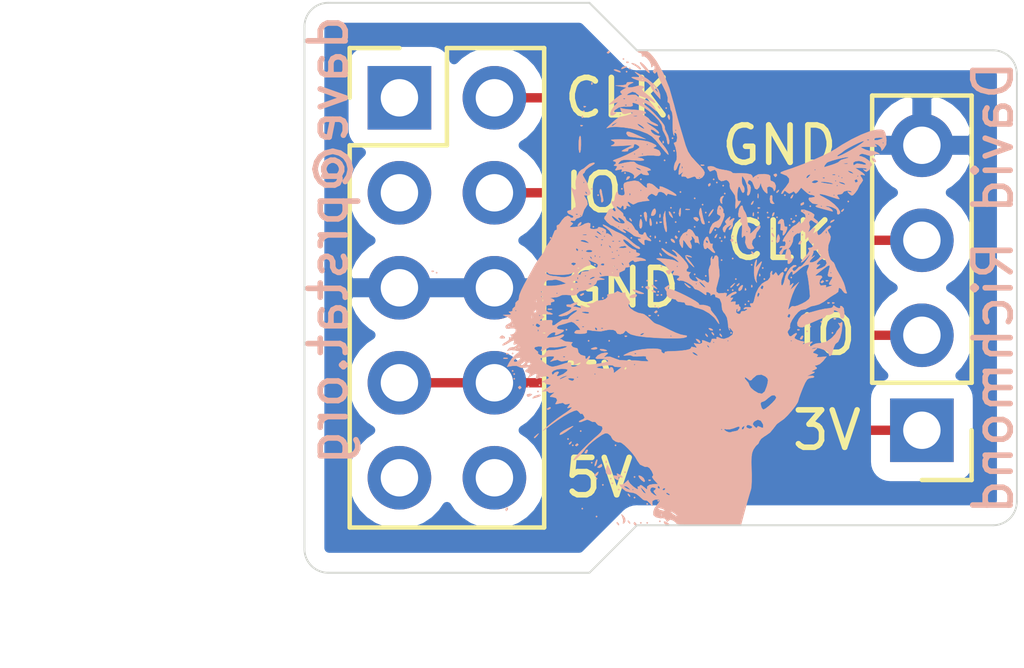
<source format=kicad_pcb>
(kicad_pcb (version 20171130) (host pcbnew "(5.1.5)-2")

  (general
    (thickness 1.6)
    (drawings 25)
    (tracks 9)
    (zones 0)
    (modules 3)
    (nets 8)
  )

  (page A4)
  (layers
    (0 F.Cu signal)
    (31 B.Cu signal)
    (32 B.Adhes user)
    (33 F.Adhes user)
    (34 B.Paste user)
    (35 F.Paste user)
    (36 B.SilkS user)
    (37 F.SilkS user)
    (38 B.Mask user)
    (39 F.Mask user)
    (40 Dwgs.User user)
    (41 Cmts.User user)
    (42 Eco1.User user)
    (43 Eco2.User user)
    (44 Edge.Cuts user)
    (45 Margin user)
    (46 B.CrtYd user)
    (47 F.CrtYd user)
    (48 B.Fab user)
    (49 F.Fab user hide)
  )

  (setup
    (last_trace_width 0.25)
    (trace_clearance 0.2)
    (zone_clearance 0.508)
    (zone_45_only no)
    (trace_min 0.2)
    (via_size 0.8)
    (via_drill 0.4)
    (via_min_size 0.4)
    (via_min_drill 0.3)
    (uvia_size 0.3)
    (uvia_drill 0.1)
    (uvias_allowed no)
    (uvia_min_size 0.2)
    (uvia_min_drill 0.1)
    (edge_width 0.05)
    (segment_width 0.2)
    (pcb_text_width 0.3)
    (pcb_text_size 1.5 1.5)
    (mod_edge_width 0.12)
    (mod_text_size 1 1)
    (mod_text_width 0.15)
    (pad_size 1.524 1.524)
    (pad_drill 0.762)
    (pad_to_mask_clearance 0.051)
    (solder_mask_min_width 0.25)
    (aux_axis_origin 0 0)
    (visible_elements 7FFFFFFF)
    (pcbplotparams
      (layerselection 0x010f0_ffffffff)
      (usegerberextensions false)
      (usegerberattributes false)
      (usegerberadvancedattributes false)
      (creategerberjobfile false)
      (excludeedgelayer true)
      (linewidth 0.100000)
      (plotframeref false)
      (viasonmask false)
      (mode 1)
      (useauxorigin false)
      (hpglpennumber 1)
      (hpglpenspeed 20)
      (hpglpendiameter 15.000000)
      (psnegative false)
      (psa4output false)
      (plotreference true)
      (plotvalue true)
      (plotinvisibletext false)
      (padsonsilk false)
      (subtractmaskfromsilk false)
      (outputformat 1)
      (mirror false)
      (drillshape 0)
      (scaleselection 1)
      (outputdirectory "output/"))
  )

  (net 0 "")
  (net 1 +5V)
  (net 2 +3V3)
  (net 3 GND)
  (net 4 /SWDIO)
  (net 5 "Net-(J1-Pad3)")
  (net 6 /SWDCLK)
  (net 7 "Net-(J1-Pad1)")

  (net_class Default "This is the default net class."
    (clearance 0.2)
    (trace_width 0.25)
    (via_dia 0.8)
    (via_drill 0.4)
    (uvia_dia 0.3)
    (uvia_drill 0.1)
    (add_net +3V3)
    (add_net +5V)
    (add_net /SWDCLK)
    (add_net /SWDIO)
    (add_net GND)
    (add_net "Net-(J1-Pad1)")
    (add_net "Net-(J1-Pad3)")
  )

  (module Images:amber (layer B.Cu) (tedit 0) (tstamp 5DE9C8B5)
    (at 144.145 81.28 180)
    (fp_text reference G*** (at 0 0) (layer B.SilkS) hide
      (effects (font (size 1.524 1.524) (thickness 0.3)) (justify mirror))
    )
    (fp_text value LOGO (at 0.75 0) (layer B.SilkS) hide
      (effects (font (size 1.524 1.524) (thickness 0.3)) (justify mirror))
    )
    (fp_poly (pts (xy 3.168343 3.314067) (xy 3.237522 3.260748) (xy 3.325152 3.186726) (xy 3.391306 3.152362)
      (xy 3.450213 3.097111) (xy 3.502939 2.990336) (xy 3.538267 2.865028) (xy 3.544984 2.754179)
      (xy 3.537523 2.722243) (xy 3.527667 2.641464) (xy 3.561859 2.611737) (xy 3.61963 2.649394)
      (xy 3.623192 2.653884) (xy 3.653353 2.684906) (xy 3.653366 2.655303) (xy 3.622779 2.556517)
      (xy 3.617166 2.54) (xy 3.570002 2.383079) (xy 3.542483 2.252572) (xy 3.536969 2.16544)
      (xy 3.555822 2.138642) (xy 3.56167 2.141338) (xy 3.596227 2.132806) (xy 3.598334 2.119166)
      (xy 3.633766 2.08275) (xy 3.683 2.074334) (xy 3.751763 2.054967) (xy 3.767667 2.028037)
      (xy 3.732325 1.981225) (xy 3.683 1.9596) (xy 3.614372 1.926092) (xy 3.598334 1.900063)
      (xy 3.625415 1.864943) (xy 3.678869 1.8782) (xy 3.704238 1.905115) (xy 3.756515 1.925761)
      (xy 3.831717 1.88769) (xy 3.908381 1.804286) (xy 3.934473 1.761556) (xy 3.985572 1.691177)
      (xy 4.025834 1.674743) (xy 4.0459 1.658022) (xy 4.042834 1.608667) (xy 4.044413 1.549866)
      (xy 4.064972 1.545768) (xy 4.10071 1.527942) (xy 4.131817 1.451649) (xy 4.17653 1.337596)
      (xy 4.249219 1.213766) (xy 4.260059 1.198742) (xy 4.32435 1.101845) (xy 4.358601 1.029769)
      (xy 4.360334 1.019147) (xy 4.385991 0.959137) (xy 4.448474 0.873177) (xy 4.455584 0.864884)
      (xy 4.533173 0.761552) (xy 4.621183 0.624457) (xy 4.659685 0.557645) (xy 4.737267 0.41646)
      (xy 4.833904 0.24033) (xy 4.92379 0.076299) (xy 4.995498 -0.067337) (xy 5.042928 -0.187466)
      (xy 5.05733 -0.26132) (xy 5.055922 -0.267488) (xy 5.068856 -0.330704) (xy 5.103126 -0.354727)
      (xy 5.151729 -0.4049) (xy 5.150565 -0.441353) (xy 5.162677 -0.505317) (xy 5.19119 -0.525364)
      (xy 5.232893 -0.567414) (xy 5.228352 -0.592367) (xy 5.239618 -0.627598) (xy 5.278585 -0.635648)
      (xy 5.329219 -0.642696) (xy 5.300044 -0.671845) (xy 5.291667 -0.677333) (xy 5.264603 -0.706639)
      (xy 5.309773 -0.720622) (xy 5.355167 -0.723521) (xy 5.482167 -0.728673) (xy 5.36575 -0.774675)
      (xy 5.275619 -0.833059) (xy 5.253633 -0.898094) (xy 5.303063 -0.950544) (xy 5.334 -0.9614)
      (xy 5.402831 -1.006183) (xy 5.418667 -1.047395) (xy 5.397032 -1.089857) (xy 5.320122 -1.091041)
      (xy 5.293308 -1.086178) (xy 5.196657 -1.081084) (xy 5.141497 -1.103907) (xy 5.142427 -1.168108)
      (xy 5.19079 -1.230451) (xy 5.256808 -1.254337) (xy 5.263012 -1.253255) (xy 5.289766 -1.252955)
      (xy 5.281084 -1.259299) (xy 5.249686 -1.31202) (xy 5.249334 -1.318359) (xy 5.276256 -1.338595)
      (xy 5.298208 -1.329457) (xy 5.327189 -1.324472) (xy 5.316987 -1.347945) (xy 5.327514 -1.399751)
      (xy 5.395113 -1.445948) (xy 5.473956 -1.494222) (xy 5.503334 -1.534247) (xy 5.472181 -1.53925)
      (xy 5.394219 -1.50471) (xy 5.360753 -1.485119) (xy 5.247098 -1.419376) (xy 5.191419 -1.402117)
      (xy 5.183072 -1.432234) (xy 5.194512 -1.467849) (xy 5.200524 -1.51752) (xy 5.148132 -1.510454)
      (xy 5.144862 -1.509213) (xy 5.093219 -1.495425) (xy 5.108805 -1.528451) (xy 5.123128 -1.546124)
      (xy 5.191248 -1.591708) (xy 5.231854 -1.591942) (xy 5.298592 -1.604002) (xy 5.341488 -1.640475)
      (xy 5.373841 -1.687143) (xy 5.347925 -1.67975) (xy 5.343551 -1.677156) (xy 5.266048 -1.662406)
      (xy 5.162514 -1.672639) (xy 5.035427 -1.700552) (xy 5.143226 -1.785347) (xy 5.243721 -1.888027)
      (xy 5.313364 -1.990691) (xy 5.375702 -2.111241) (xy 5.233233 -2.088121) (xy 5.125781 -2.084354)
      (xy 5.063914 -2.108656) (xy 5.062574 -2.110614) (xy 5.004508 -2.136266) (xy 4.901747 -2.13395)
      (xy 4.898442 -2.133409) (xy 4.810934 -2.121548) (xy 4.795946 -2.133431) (xy 4.839505 -2.173349)
      (xy 4.891219 -2.222657) (xy 4.871499 -2.249019) (xy 4.826693 -2.264613) (xy 4.765283 -2.295751)
      (xy 4.777625 -2.343711) (xy 4.792021 -2.362912) (xy 4.821075 -2.404816) (xy 4.798825 -2.400186)
      (xy 4.73224 -2.359352) (xy 4.630869 -2.30062) (xy 4.585538 -2.29495) (xy 4.585419 -2.343469)
      (xy 4.59414 -2.373732) (xy 4.607455 -2.430965) (xy 4.581951 -2.437735) (xy 4.501743 -2.400308)
      (xy 4.378208 -2.363199) (xy 4.296834 -2.37068) (xy 4.250811 -2.394806) (xy 4.264897 -2.421906)
      (xy 4.347785 -2.465811) (xy 4.360334 -2.471725) (xy 4.435255 -2.509867) (xy 4.448725 -2.523711)
      (xy 4.434417 -2.520783) (xy 4.372903 -2.522019) (xy 4.360334 -2.541328) (xy 4.324406 -2.573858)
      (xy 4.265084 -2.583679) (xy 4.212038 -2.589479) (xy 4.209783 -2.610839) (xy 4.26565 -2.656923)
      (xy 4.38697 -2.736896) (xy 4.388417 -2.737819) (xy 4.43778 -2.77276) (xy 4.412813 -2.774162)
      (xy 4.370917 -2.764632) (xy 4.297888 -2.762702) (xy 4.275667 -2.785099) (xy 4.241361 -2.810215)
      (xy 4.180417 -2.805912) (xy 4.114611 -2.792821) (xy 4.12044 -2.810325) (xy 4.169834 -2.850863)
      (xy 4.227725 -2.90071) (xy 4.216916 -2.917352) (xy 4.161749 -2.919653) (xy 4.065645 -2.944804)
      (xy 4.034635 -3.005679) (xy 4.06394 -3.069093) (xy 4.085757 -3.106288) (xy 4.050015 -3.10871)
      (xy 3.982918 -3.091361) (xy 3.884369 -3.074695) (xy 3.852334 -3.096141) (xy 3.818703 -3.118493)
      (xy 3.757415 -3.108246) (xy 3.692027 -3.092222) (xy 3.696846 -3.118734) (xy 3.725665 -3.155653)
      (xy 3.765832 -3.2108) (xy 3.746676 -3.216495) (xy 3.71475 -3.205421) (xy 3.648213 -3.189381)
      (xy 3.646473 -3.212142) (xy 3.703283 -3.266452) (xy 3.812392 -3.345058) (xy 3.863455 -3.378023)
      (xy 4.021698 -3.487229) (xy 4.193809 -3.620309) (xy 4.296834 -3.707992) (xy 4.384884 -3.788204)
      (xy 4.418992 -3.822821) (xy 4.395771 -3.810229) (xy 4.31183 -3.748817) (xy 4.191 -3.657626)
      (xy 4.026497 -3.539125) (xy 3.86271 -3.431608) (xy 3.727227 -3.352864) (xy 3.690208 -3.334766)
      (xy 3.577926 -3.287202) (xy 3.515193 -3.274981) (xy 3.474856 -3.297598) (xy 3.448137 -3.330275)
      (xy 3.403025 -3.374202) (xy 3.387365 -3.3655) (xy 3.369882 -3.359738) (xy 3.335894 -3.399411)
      (xy 3.307659 -3.454681) (xy 3.302648 -3.479063) (xy 3.33693 -3.5131) (xy 3.389857 -3.535845)
      (xy 3.449193 -3.566769) (xy 3.453293 -3.588151) (xy 3.402691 -3.588317) (xy 3.324546 -3.556738)
      (xy 3.234131 -3.522971) (xy 3.167952 -3.544771) (xy 3.157131 -3.553263) (xy 3.08688 -3.585845)
      (xy 3.05429 -3.581054) (xy 3.007901 -3.591285) (xy 2.990265 -3.619743) (xy 2.936165 -3.675865)
      (xy 2.905691 -3.683) (xy 2.833663 -3.708986) (xy 2.821395 -3.774911) (xy 2.866957 -3.862725)
      (xy 2.931795 -3.927202) (xy 3.055346 -4.033375) (xy 3.19252 -4.160639) (xy 3.32913 -4.294563)
      (xy 3.450985 -4.420713) (xy 3.543896 -4.524656) (xy 3.593675 -4.59196) (xy 3.598334 -4.605179)
      (xy 3.573887 -4.605275) (xy 3.511605 -4.556688) (xy 3.428075 -4.475596) (xy 3.339886 -4.378175)
      (xy 3.263625 -4.2806) (xy 3.259667 -4.274915) (xy 3.192207 -4.201947) (xy 3.080642 -4.10473)
      (xy 2.969968 -4.019729) (xy 2.842119 -3.932283) (xy 2.758903 -3.891439) (xy 2.69985 -3.889675)
      (xy 2.663051 -3.906957) (xy 2.598795 -3.964191) (xy 2.582334 -4.000499) (xy 2.548762 -4.056547)
      (xy 2.474156 -4.108637) (xy 2.397682 -4.133154) (xy 2.371177 -4.127815) (xy 2.321414 -4.141922)
      (xy 2.237472 -4.205926) (xy 2.136366 -4.302288) (xy 2.035112 -4.413469) (xy 1.950724 -4.521931)
      (xy 1.900217 -4.610134) (xy 1.89836 -4.615183) (xy 1.819194 -4.726119) (xy 1.694464 -4.784281)
      (xy 1.62108 -4.786823) (xy 1.569103 -4.816608) (xy 1.509943 -4.897366) (xy 1.503576 -4.909231)
      (xy 1.465539 -5.001492) (xy 1.478838 -5.036659) (xy 1.487959 -5.037666) (xy 1.496861 -5.063487)
      (xy 1.454021 -5.127222) (xy 1.439334 -5.1435) (xy 1.339908 -5.249333) (xy 1.442538 -5.249981)
      (xy 1.562856 -5.269006) (xy 1.629976 -5.316876) (xy 1.628431 -5.382183) (xy 1.632761 -5.395403)
      (xy 1.684536 -5.357661) (xy 1.707674 -5.337204) (xy 1.779911 -5.283591) (xy 1.818373 -5.278855)
      (xy 1.820334 -5.286785) (xy 1.844795 -5.31913) (xy 1.862182 -5.313133) (xy 1.885454 -5.32036)
      (xy 1.875776 -5.360897) (xy 1.875719 -5.393141) (xy 1.924856 -5.37198) (xy 2.002849 -5.316053)
      (xy 2.090167 -5.235968) (xy 2.132124 -5.169641) (xy 2.131195 -5.149373) (xy 2.137076 -5.141836)
      (xy 2.186724 -5.186269) (xy 2.197631 -5.197355) (xy 2.273405 -5.25703) (xy 2.329069 -5.269905)
      (xy 2.330857 -5.26894) (xy 2.3684 -5.256507) (xy 2.349848 -5.295921) (xy 2.296584 -5.359272)
      (xy 2.199597 -5.4374) (xy 2.075813 -5.4723) (xy 2.008022 -5.477867) (xy 1.921951 -5.510548)
      (xy 1.825774 -5.584996) (xy 1.813305 -5.597894) (xy 1.737064 -5.665216) (xy 1.682755 -5.686758)
      (xy 1.675639 -5.683193) (xy 1.631722 -5.69093) (xy 1.565842 -5.750726) (xy 1.559834 -5.757965)
      (xy 1.502635 -5.824988) (xy 1.485087 -5.827829) (xy 1.494226 -5.771895) (xy 1.489646 -5.697584)
      (xy 1.420233 -5.662782) (xy 1.412153 -5.661155) (xy 1.315732 -5.660059) (xy 1.290749 -5.701402)
      (xy 1.340753 -5.777036) (xy 1.355479 -5.791337) (xy 1.429909 -5.894391) (xy 1.463203 -5.985046)
      (xy 1.461882 -6.076281) (xy 1.400266 -6.128335) (xy 1.377153 -6.137831) (xy 1.276094 -6.160664)
      (xy 1.212331 -6.155879) (xy 1.151699 -6.170128) (xy 1.125019 -6.208797) (xy 1.094629 -6.257003)
      (xy 1.06144 -6.228026) (xy 1.015727 -6.193736) (xy 0.938625 -6.219101) (xy 0.936717 -6.220118)
      (xy 0.867169 -6.270599) (xy 0.846667 -6.304482) (xy 0.806429 -6.315706) (xy 0.6941 -6.326171)
      (xy 0.522253 -6.335248) (xy 0.303463 -6.342312) (xy 0.050304 -6.346736) (xy -0.013336 -6.347329)
      (xy -0.873339 -6.354006) (xy -0.942016 -6.100618) (xy 0.822646 -6.100618) (xy 0.832133 -6.112921)
      (xy 0.893145 -6.081932) (xy 0.904209 -6.074833) (xy 1.227667 -6.074833) (xy 1.248834 -6.096)
      (xy 1.27 -6.074833) (xy 1.248834 -6.053666) (xy 1.227667 -6.074833) (xy 0.904209 -6.074833)
      (xy 0.904955 -6.074355) (xy 0.982157 -6.018738) (xy 1.01594 -5.984436) (xy 1.016 -5.983808)
      (xy 0.98804 -5.983006) (xy 0.925071 -6.015813) (xy 0.858464 -6.063276) (xy 0.822646 -6.100618)
      (xy -0.942016 -6.100618) (xy -0.980223 -5.959655) (xy 1.14319 -5.959655) (xy 1.174747 -5.967633)
      (xy 1.185334 -5.967703) (xy 1.275943 -5.94555) (xy 1.312334 -5.926666) (xy 1.354477 -5.893677)
      (xy 1.32292 -5.885699) (xy 1.312334 -5.885629) (xy 1.221724 -5.907782) (xy 1.185334 -5.926666)
      (xy 1.14319 -5.959655) (xy -0.980223 -5.959655) (xy -0.99149 -5.918086) (xy -1.043729 -5.728607)
      (xy -1.091112 -5.562571) (xy -1.092053 -5.559432) (xy 1.370453 -5.559432) (xy 1.385089 -5.564369)
      (xy 1.446904 -5.536505) (xy 1.518748 -5.479458) (xy 1.671319 -5.479458) (xy 1.676589 -5.503333)
      (xy 1.726771 -5.471391) (xy 1.768176 -5.418666) (xy 1.779648 -5.3975) (xy 1.989667 -5.3975)
      (xy 2.010834 -5.418666) (xy 2.030281 -5.399219) (xy 2.081778 -5.399219) (xy 2.098039 -5.402737)
      (xy 2.174385 -5.37036) (xy 2.242525 -5.329322) (xy 2.248741 -5.300864) (xy 2.244311 -5.298936)
      (xy 2.177777 -5.312578) (xy 2.123092 -5.353262) (xy 2.081778 -5.399219) (xy 2.030281 -5.399219)
      (xy 2.032 -5.3975) (xy 2.010834 -5.376333) (xy 1.989667 -5.3975) (xy 1.779648 -5.3975)
      (xy 1.803236 -5.353981) (xy 1.806087 -5.334) (xy 1.770063 -5.361615) (xy 1.7145 -5.418666)
      (xy 1.671319 -5.479458) (xy 1.518748 -5.479458) (xy 1.526061 -5.473652) (xy 1.555267 -5.411052)
      (xy 1.52921 -5.346233) (xy 1.479036 -5.334) (xy 1.411687 -5.352235) (xy 1.397 -5.376333)
      (xy 1.430018 -5.416362) (xy 1.445895 -5.418666) (xy 1.458923 -5.443836) (xy 1.419567 -5.501785)
      (xy 1.370453 -5.559432) (xy -1.092053 -5.559432) (xy -1.103472 -5.521341) (xy 1.022112 -5.521341)
      (xy 1.032094 -5.543431) (xy 1.055835 -5.545666) (xy 1.11324 -5.51492) (xy 1.121534 -5.503818)
      (xy 1.11472 -5.479762) (xy 1.081699 -5.48718) (xy 1.022112 -5.521341) (xy -1.103472 -5.521341)
      (xy -1.127397 -5.441542) (xy -1.142959 -5.394862) (xy -1.146341 -5.373834) (xy 1.143 -5.373834)
      (xy 1.17373 -5.416943) (xy 1.185334 -5.418666) (xy 1.226566 -5.404223) (xy 1.227667 -5.399998)
      (xy 1.198002 -5.363855) (xy 1.185334 -5.355166) (xy 1.146324 -5.358523) (xy 1.143 -5.373834)
      (xy -1.146341 -5.373834) (xy -1.152749 -5.334) (xy 1.291167 -5.334) (xy 1.294523 -5.373009)
      (xy 1.309835 -5.376333) (xy 1.352944 -5.345603) (xy 1.354667 -5.334) (xy 1.340223 -5.292767)
      (xy 1.335999 -5.291666) (xy 1.299856 -5.321331) (xy 1.291167 -5.334) (xy -1.152749 -5.334)
      (xy -1.155504 -5.316878) (xy -1.162503 -5.177006) (xy -1.16322 -4.997889) (xy -1.159987 -4.871637)
      (xy -1.154851 -4.659005) (xy -1.159553 -4.511035) (xy -1.176062 -4.408089) (xy -1.206348 -4.33053)
      (xy -1.215976 -4.313358) (xy -1.272563 -4.23034) (xy -1.313965 -4.191409) (xy -1.316523 -4.191)
      (xy -1.3487 -4.155945) (xy -1.366573 -4.10771) (xy -1.417229 -4.03547) (xy -1.513742 -3.965294)
      (xy -1.533571 -3.95517) (xy -1.653034 -3.870866) (xy -1.746455 -3.75992) (xy -1.751007 -3.751821)
      (xy -1.755994 -3.745436) (xy -1.475803 -3.745436) (xy -1.436016 -3.744915) (xy -1.400376 -3.72714)
      (xy -1.332275 -3.701292) (xy -1.312383 -3.729587) (xy -1.312333 -3.732915) (xy -1.290842 -3.75291)
      (xy -1.261692 -3.73027) (xy -1.185333 -3.73027) (xy -1.149834 -3.760667) (xy -1.100666 -3.767666)
      (xy -1.032013 -3.742867) (xy -1.016776 -3.709811) (xy -0.973666 -3.709811) (xy -0.949627 -3.777111)
      (xy -0.945444 -3.781777) (xy -0.900107 -3.79182) (xy -0.89535 -3.788127) (xy -0.90058 -3.749189)
      (xy -0.840063 -3.749189) (xy -0.83844 -3.758022) (xy -0.789371 -3.818868) (xy -0.728343 -3.836034)
      (xy -0.641805 -3.849987) (xy -0.606927 -3.866294) (xy -0.556347 -3.868181) (xy -0.482423 -3.838621)
      (xy -0.429077 -3.797584) (xy -0.425674 -3.788833) (xy -0.381 -3.788833) (xy -0.359833 -3.81)
      (xy -0.338666 -3.788833) (xy -0.359833 -3.767666) (xy -0.381 -3.788833) (xy -0.425674 -3.788833)
      (xy -0.423333 -3.782814) (xy -0.455176 -3.77433) (xy -0.489199 -3.783883) (xy -0.569473 -3.785074)
      (xy -0.682339 -3.755462) (xy -0.703789 -3.747018) (xy -0.799558 -3.710248) (xy -0.838332 -3.710429)
      (xy -0.840063 -3.749189) (xy -0.90058 -3.749189) (xy -0.901192 -3.744635) (xy -0.923572 -3.716161)
      (xy -0.966193 -3.692295) (xy -0.973666 -3.709811) (xy -1.016776 -3.709811) (xy -1.016 -3.708129)
      (xy -1.047116 -3.666531) (xy -1.100666 -3.670733) (xy -1.169294 -3.704241) (xy -1.185333 -3.73027)
      (xy -1.261692 -3.73027) (xy -1.239762 -3.713238) (xy -1.190869 -3.653313) (xy -1.205056 -3.605215)
      (xy -1.240556 -3.5673) (xy -1.328024 -3.524584) (xy -1.410861 -3.553805) (xy -1.466599 -3.644137)
      (xy -1.474459 -3.680036) (xy -1.475803 -3.745436) (xy -1.755994 -3.745436) (xy -1.835893 -3.643143)
      (xy -1.941444 -3.565438) (xy -1.945163 -3.563746) (xy -2.023461 -3.508264) (xy -2.125082 -3.409567)
      (xy -2.232389 -3.288591) (xy -2.327746 -3.166277) (xy -2.393516 -3.063562) (xy -2.413 -3.008321)
      (xy -2.428161 -2.949831) (xy -2.430362 -2.943613) (xy -1.820333 -2.943613) (xy -1.790254 -2.996952)
      (xy -1.716353 -3.077757) (xy -1.62314 -3.163497) (xy -1.53512 -3.231644) (xy -1.476801 -3.259665)
      (xy -1.47655 -3.259666) (xy -1.439275 -3.22608) (xy -1.422696 -3.192704) (xy -1.398701 -3.093125)
      (xy -1.428842 -3.050931) (xy -1.453121 -3.048) (xy -1.518793 -3.019362) (xy -1.601283 -2.949962)
      (xy -1.605794 -2.945224) (xy -1.695202 -2.879604) (xy -1.773003 -2.869809) (xy -1.817009 -2.916005)
      (xy -1.820333 -2.943613) (xy -2.430362 -2.943613) (xy -2.467985 -2.837341) (xy -2.523989 -2.694755)
      (xy -2.526347 -2.689004) (xy -2.592472 -2.53966) (xy -2.632977 -2.474913) (xy -1.602682 -2.474913)
      (xy -1.588261 -2.564578) (xy -1.568126 -2.639429) (xy -1.512981 -2.776362) (xy -1.439679 -2.834437)
      (xy -1.337312 -2.817115) (xy -1.223618 -2.748784) (xy -1.141386 -2.675917) (xy -1.101402 -2.612386)
      (xy -1.100666 -2.6058) (xy -1.070923 -2.534221) (xy -1.037166 -2.497666) (xy -1.002091 -2.455333)
      (xy 3.577167 -2.455333) (xy 3.625925 -2.494318) (xy 3.701164 -2.470181) (xy 3.725334 -2.455333)
      (xy 3.753478 -2.426151) (xy 3.708632 -2.414648) (xy 3.669918 -2.413648) (xy 3.591392 -2.425533)
      (xy 3.577167 -2.455333) (xy -1.002091 -2.455333) (xy -0.983767 -2.433218) (xy -0.973666 -2.401255)
      (xy -0.999219 -2.392488) (xy -1.054051 -2.430291) (xy -1.117365 -2.478492) (xy -1.159114 -2.464601)
      (xy -1.191635 -2.422866) (xy -1.228999 -2.391833) (xy 3.471334 -2.391833) (xy 3.4925 -2.413)
      (xy 3.513667 -2.391833) (xy 3.4925 -2.370666) (xy 3.471334 -2.391833) (xy -1.228999 -2.391833)
      (xy -1.28778 -2.343013) (xy 3.750956 -2.343013) (xy 3.764095 -2.356657) (xy 3.831167 -2.390343)
      (xy 3.939647 -2.439838) (xy 3.980767 -2.450171) (xy 3.961425 -2.422857) (xy 3.95605 -2.417758)
      (xy 3.886101 -2.37935) (xy 3.81 -2.354677) (xy 3.750956 -2.343013) (xy -1.28778 -2.343013)
      (xy -1.297538 -2.334909) (xy -1.423345 -2.318693) (xy -1.531449 -2.368186) (xy -1.585095 -2.419439)
      (xy -1.602682 -2.474913) (xy -2.632977 -2.474913) (xy -2.645521 -2.454863) (xy -2.697911 -2.418423)
      (xy -2.738013 -2.413) (xy -2.813933 -2.39964) (xy -2.836333 -2.376537) (xy -2.800377 -2.355069)
      (xy -2.719916 -2.355692) (xy -2.654804 -2.361976) (xy -2.660398 -2.350393) (xy -2.740766 -2.315177)
      (xy -2.751666 -2.310709) (xy -2.75914 -2.307166) (xy 3.005667 -2.307166) (xy 3.026834 -2.328333)
      (xy 3.048 -2.307166) (xy 3.026834 -2.286) (xy 3.005667 -2.307166) (xy -2.75914 -2.307166)
      (xy -2.836695 -2.270404) (xy -2.84403 -2.249219) (xy -2.815166 -2.244203) (xy -2.764427 -2.236083)
      (xy -2.786916 -2.216835) (xy -2.835314 -2.196476) (xy -2.903352 -2.160946) (xy -2.900014 -2.142601)
      (xy 2.173552 -2.142601) (xy 2.180167 -2.159) (xy 2.218208 -2.199385) (xy 2.224999 -2.201333)
      (xy 2.243181 -2.16858) (xy 2.243667 -2.159) (xy 2.211328 -2.118549) (xy 2.307167 -2.118549)
      (xy 2.413 -2.201333) (xy 2.487654 -2.258712) (xy 2.524303 -2.284915) (xy 2.524713 -2.285058)
      (xy 2.526862 -2.251168) (xy 2.524713 -2.216472) (xy 2.534324 -2.189207) (xy 3.756557 -2.189207)
      (xy 3.769515 -2.224432) (xy 3.776065 -2.232618) (xy 3.869361 -2.305854) (xy 3.989168 -2.358655)
      (xy 4.037434 -2.367983) (xy 4.045729 -2.344427) (xy 4.021667 -2.307166) (xy 3.99172 -2.256971)
      (xy 4.028952 -2.243707) (xy 4.034122 -2.243666) (xy 4.102982 -2.273102) (xy 4.118177 -2.296583)
      (xy 4.153874 -2.326831) (xy 4.17007 -2.318773) (xy 4.186246 -2.265266) (xy 4.136054 -2.214907)
      (xy 4.037468 -2.178305) (xy 3.91128 -2.166005) (xy 3.798938 -2.172132) (xy 3.756557 -2.189207)
      (xy 2.534324 -2.189207) (xy 2.54988 -2.145084) (xy 2.577643 -2.126314) (xy 2.616967 -2.127054)
      (xy 2.613374 -2.142924) (xy 2.637378 -2.161345) (xy 2.723923 -2.168149) (xy 2.800763 -2.165309)
      (xy 2.915473 -2.15257) (xy 2.980664 -2.136078) (xy 2.98667 -2.125891) (xy 2.931318 -2.103647)
      (xy 2.830437 -2.084541) (xy 2.713226 -2.071448) (xy 2.60888 -2.067242) (xy 2.546598 -2.074796)
      (xy 2.54 -2.081922) (xy 2.50342 -2.107447) (xy 2.423584 -2.117607) (xy 2.307167 -2.118549)
      (xy 2.211328 -2.118549) (xy 2.211123 -2.118293) (xy 2.198835 -2.116666) (xy 2.173552 -2.142601)
      (xy -2.900014 -2.142601) (xy -2.897634 -2.129522) (xy -2.877647 -2.115141) (xy -2.843218 -2.084086)
      (xy -2.88625 -2.073238) (xy -2.899833 -2.072639) (xy -2.94781 -2.053166) (xy 1.947334 -2.053166)
      (xy 1.9685 -2.074333) (xy 1.989667 -2.053166) (xy 1.9685 -2.032) (xy 1.947334 -2.053166)
      (xy -2.94781 -2.053166) (xy -2.982654 -2.039024) (xy -3.069552 -1.961358) (xy -3.075521 -1.953985)
      (xy -3.166542 -1.838321) (xy -3.012021 -1.853225) (xy -2.916828 -1.855999) (xy -2.903063 -1.837946)
      (xy -2.913995 -1.828937) (xy -2.930442 -1.806245) (xy 0.273897 -1.806245) (xy 0.291729 -1.818849)
      (xy 0.357443 -1.79294) (xy 0.379774 -1.779653) (xy 0.423077 -1.73698) (xy 0.422041 -1.720263)
      (xy 0.37726 -1.72648) (xy 0.319926 -1.760294) (xy 0.273897 -1.806245) (xy -2.930442 -1.806245)
      (xy -2.938729 -1.794813) (xy -2.887574 -1.768267) (xy -2.872293 -1.764067) (xy -2.804053 -1.741613)
      (xy -2.809414 -1.712432) (xy -2.858131 -1.671335) (xy -2.913779 -1.62363) (xy -2.897513 -1.616105)
      (xy -2.836333 -1.629662) (xy -2.770415 -1.641497) (xy -2.779269 -1.62476) (xy -2.797987 -1.612275)
      (xy -2.834983 -1.60591) (xy -0.031954 -1.60591) (xy -0.026163 -1.608666) (xy 0.012469 -1.578864)
      (xy 0.021167 -1.566333) (xy 0.031954 -1.526756) (xy 0.026164 -1.524) (xy -0.012469 -1.553801)
      (xy -0.021166 -1.566333) (xy -0.031954 -1.60591) (xy -2.834983 -1.60591) (xy -2.872642 -1.599431)
      (xy -2.980057 -1.616842) (xy -3.093208 -1.654759) (xy -3.185075 -1.703434) (xy -3.228634 -1.753118)
      (xy -3.228032 -1.767416) (xy -3.238328 -1.815276) (xy -3.256139 -1.820333) (xy -3.304115 -1.789519)
      (xy -3.307291 -1.778) (xy -3.322493 -1.707152) (xy -3.32357 -1.703916) (xy -3.344261 -1.641917)
      (xy -3.365549 -1.576916) (xy -3.399485 -1.503316) (xy -3.423754 -1.481666) (xy -3.476399 -1.442704)
      (xy -3.525365 -1.339102) (xy -3.562864 -1.190786) (xy -3.576369 -1.091279) (xy -3.583922 -0.978362)
      (xy -3.581407 -0.919454) (xy -3.573141 -0.921013) (xy -3.523474 -0.952173) (xy -3.499467 -0.944637)
      (xy -3.477009 -0.941771) (xy -3.503605 -0.98109) (xy -3.534178 -1.045038) (xy -3.493022 -1.100233)
      (xy -3.4395 -1.161749) (xy -3.429 -1.191113) (xy -3.400213 -1.240339) (xy -3.327804 -1.319572)
      (xy -3.291416 -1.354022) (xy -3.151226 -1.450028) (xy -3.001594 -1.480379) (xy -2.997582 -1.480425)
      (xy -2.888428 -1.491729) (xy -2.82046 -1.517979) (xy -2.815166 -1.524) (xy -2.754511 -1.561593)
      (xy -2.71991 -1.566333) (xy -2.678933 -1.558398) (xy -2.703673 -1.524347) (xy -2.732992 -1.499691)
      (xy -2.789447 -1.451281) (xy -2.779164 -1.442313) (xy -2.7305 -1.452555) (xy -2.615507 -1.48423)
      (xy -2.561166 -1.502023) (xy -2.5073 -1.517432) (xy -2.526567 -1.496158) (xy -2.54 -1.486308)
      (xy -2.562685 -1.4605) (xy -0.169333 -1.4605) (xy -0.148166 -1.481666) (xy -0.127 -1.4605)
      (xy -0.148166 -1.439333) (xy -0.169333 -1.4605) (xy -2.562685 -1.4605) (xy -2.573109 -1.448641)
      (xy -2.553339 -1.439981) (xy -2.479188 -1.425319) (xy -2.457296 -1.418166) (xy -2.243666 -1.418166)
      (xy -2.2225 -1.439333) (xy -2.201333 -1.418166) (xy -0.550333 -1.418166) (xy -0.529166 -1.439333)
      (xy -0.508 -1.418166) (xy -0.529166 -1.397) (xy -0.550333 -1.418166) (xy -2.201333 -1.418166)
      (xy -2.2225 -1.397) (xy -2.243666 -1.418166) (xy -2.457296 -1.418166) (xy -2.387696 -1.395426)
      (xy -2.311955 -1.35551) (xy -2.310385 -1.315046) (xy -2.32144 -1.302293) (xy -2.369596 -1.234646)
      (xy -2.356892 -1.208422) (xy -2.295833 -1.240433) (xy -2.283415 -1.251172) (xy -2.215747 -1.301871)
      (xy -2.175039 -1.292471) (xy -2.157064 -1.268316) (xy -2.119878 -1.184034) (xy -2.146126 -1.130964)
      (xy -2.161886 -1.120049) (xy -2.19012 -1.062127) (xy -2.185062 -1.034659) (xy -2.193389 -0.961135)
      (xy -2.244884 -0.856) (xy -2.322055 -0.743194) (xy -2.326352 -0.738334) (xy -2.201333 -0.738334)
      (xy -2.179231 -0.796256) (xy -2.159 -0.804333) (xy -2.117878 -0.773949) (xy -2.116666 -0.764498)
      (xy -2.147439 -0.707164) (xy -2.159 -0.6985) (xy -2.195241 -0.708096) (xy -2.201333 -0.738334)
      (xy -2.326352 -0.738334) (xy -2.407412 -0.646655) (xy -2.483466 -0.590323) (xy -2.513667 -0.584891)
      (xy -2.607767 -0.57027) (xy -2.660564 -0.539556) (xy -2.754023 -0.493391) (xy -2.856087 -0.472963)
      (xy -2.965986 -0.44159) (xy -3.093452 -0.372047) (xy -3.138713 -0.338897) (xy -3.257976 -0.250903)
      (xy -3.289289 -0.23125) (xy -2.725478 -0.23125) (xy -2.700107 -0.299191) (xy -2.608857 -0.37205)
      (xy -2.518833 -0.42175) (xy -2.399506 -0.474771) (xy -2.312182 -0.499626) (xy -2.282263 -0.495412)
      (xy -2.240094 -0.494951) (xy -2.202996 -0.527162) (xy -2.154316 -0.580693) (xy -2.138633 -0.592666)
      (xy -2.143621 -0.555659) (xy -2.166648 -0.459415) (xy -2.196733 -0.346728) (xy -2.248352 -0.188489)
      (xy -2.261031 -0.15803) (xy -1.37663 -0.15803) (xy -1.369975 -0.1905) (xy -1.339928 -0.2462)
      (xy -1.328971 -0.254) (xy -1.314172 -0.219431) (xy -1.312333 -0.1905) (xy -1.334488 -0.134153)
      (xy -1.353338 -0.127) (xy -1.37663 -0.15803) (xy -2.261031 -0.15803) (xy -2.308249 -0.044602)
      (xy -2.345021 0.023689) (xy -2.42521 0.148167) (xy -2.307526 0.042334) (xy -2.189842 -0.0635)
      (xy -2.235148 0.023666) (xy -1.481666 0.023666) (xy -1.459564 -0.034256) (xy -1.439333 -0.042333)
      (xy -1.398212 -0.011949) (xy -1.397 -0.002498) (xy -1.427772 0.054836) (xy -1.439333 0.0635)
      (xy -1.475575 0.053904) (xy -1.481666 0.023666) (xy -2.235148 0.023666) (xy -2.244852 0.042334)
      (xy -2.278824 0.11305) (xy -2.268139 0.119964) (xy -2.228462 0.089263) (xy -2.177596 0.053026)
      (xy -2.176174 0.0788) (xy -2.185366 0.104119) (xy -2.183058 0.184469) (xy -2.156542 0.213186)
      (xy -2.121687 0.251734) (xy -2.136142 0.314705) (xy -2.156753 0.355636) (xy -2.208624 0.425197)
      (xy -2.250737 0.440131) (xy -2.266551 0.390453) (xy -2.257397 0.367492) (xy -2.261757 0.353122)
      (xy -2.312169 0.383469) (xy -2.39154 0.44685) (xy -2.447885 0.497694) (xy -2.534778 0.564226)
      (xy -2.624654 0.611699) (xy -2.687134 0.624982) (xy -2.695222 0.620889) (xy -2.69401 0.572303)
      (xy -2.668472 0.510751) (xy -2.640328 0.426769) (xy -2.644821 0.382639) (xy -2.6611 0.322582)
      (xy -2.680736 0.202424) (xy -2.700534 0.046479) (xy -2.717299 -0.120942) (xy -2.725478 -0.23125)
      (xy -3.289289 -0.23125) (xy -3.369868 -0.180677) (xy -3.401358 -0.16458) (xy -3.474943 -0.108886)
      (xy -3.48462 -0.058231) (xy -3.490097 -0.007192) (xy -3.510466 0) (xy -3.566699 -0.033786)
      (xy -3.581768 -0.060226) (xy -3.639553 -0.12918) (xy -3.667305 -0.144408) (xy -3.708249 -0.145514)
      (xy -3.703435 -0.125816) (xy -3.676969 -0.054644) (xy -3.657222 0.032449) (xy -3.64426 0.071809)
      (xy -3.325568 0.071809) (xy -3.285961 0.051122) (xy -3.259666 0.042334) (xy -3.176196 0.015592)
      (xy -3.140751 0.00422) (xy -3.145699 0.027948) (xy -3.154882 0.044031) (xy -3.145813 0.07066)
      (xy -3.081894 0.062912) (xy -3.004512 0.058282) (xy -2.976726 0.108963) (xy -2.975208 0.123882)
      (xy -2.987035 0.20532) (xy -3.00836 0.234499) (xy -3.050395 0.285335) (xy -3.023207 0.323346)
      (xy -2.941911 0.328238) (xy -2.938957 0.327692) (xy -2.881512 0.317954) (xy -2.862056 0.32334)
      (xy -2.888189 0.353368) (xy -2.967508 0.417554) (xy -3.07975 0.504025) (xy -3.189265 0.583867)
      (xy -3.24347 0.604619) (xy -3.252073 0.561417) (xy -3.224785 0.449398) (xy -3.220288 0.433638)
      (xy -3.199537 0.340443) (xy -3.216188 0.302661) (xy -3.263598 0.296334) (xy -3.317796 0.29056)
      (xy -3.318088 0.258021) (xy -3.27694 0.1905) (xy -3.232795 0.116012) (xy -3.239512 0.087016)
      (xy -3.286548 0.080447) (xy -3.325568 0.071809) (xy -3.64426 0.071809) (xy -3.623737 0.134128)
      (xy -3.559667 0.268567) (xy -3.511985 0.352063) (xy -3.483563 0.402167) (xy -3.302 0.402167)
      (xy -3.280833 0.381) (xy -3.259666 0.402167) (xy -3.280833 0.423334) (xy -3.302 0.402167)
      (xy -3.483563 0.402167) (xy -3.442812 0.474003) (xy -3.397298 0.572247) (xy -3.386666 0.612118)
      (xy -3.362606 0.6582) (xy -3.171871 0.6582) (xy -3.129928 0.582832) (xy -3.037416 0.530701)
      (xy -2.927659 0.493254) (xy -2.882297 0.497324) (xy -2.906339 0.540482) (xy -2.945257 0.575394)
      (xy -2.995373 0.620934) (xy -2.978597 0.626196) (xy -2.954906 0.619446) (xy -2.904231 0.61974)
      (xy -2.908198 0.658526) (xy -2.95899 0.717133) (xy -3.012157 0.75623) (xy -3.08555 0.790537)
      (xy -3.128378 0.768768) (xy -3.137692 0.755319) (xy -3.171871 0.6582) (xy -3.362606 0.6582)
      (xy -3.352956 0.676682) (xy -3.331188 0.689565) (xy -3.270634 0.751846) (xy -3.225917 0.867107)
      (xy -3.223972 0.87927) (xy -3.023563 0.87927) (xy -3.010403 0.837598) (xy -2.95825 0.777757)
      (xy -2.879392 0.716631) (xy -2.793485 0.679729) (xy -2.728181 0.675628) (xy -2.709333 0.700531)
      (xy -2.736746 0.742885) (xy -2.803071 0.813497) (xy -2.806658 0.816948) (xy -2.849895 0.862003)
      (xy -2.834552 0.856329) (xy -2.821665 0.846667) (xy -2.764412 0.806357) (xy -2.763179 0.826662)
      (xy -2.78635 0.872851) (xy -2.815462 0.952036) (xy -2.813677 0.989268) (xy -2.816306 0.99906)
      (xy -2.821855 0.995201) (xy -2.873167 1.000385) (xy -2.907491 1.022356) (xy -2.947942 1.046538)
      (xy -2.939368 1.002812) (xy -2.938743 1.001178) (xy -2.946457 0.9296) (xy -2.982404 0.905114)
      (xy -3.023563 0.87927) (xy -3.223972 0.87927) (xy -3.204 1.004127) (xy -3.211844 1.131686)
      (xy -3.223881 1.170709) (xy -3.267403 1.288565) (xy -3.274206 1.366001) (xy -3.244823 1.438627)
      (xy -3.228301 1.465972) (xy -3.220732 1.481667) (xy -3.175 1.481667) (xy -3.159511 1.446822)
      (xy -3.146778 1.453445) (xy -3.141711 1.503685) (xy -3.146778 1.509889) (xy -3.171945 1.504078)
      (xy -3.175 1.481667) (xy -3.220732 1.481667) (xy -3.194267 1.536542) (xy -3.216937 1.572021)
      (xy -3.239664 1.582089) (xy -3.283465 1.625645) (xy -3.278682 1.654482) (xy -3.236518 1.655147)
      (xy -3.161261 1.590735) (xy -3.12475 1.548947) (xy -3.020033 1.437114) (xy -2.952563 1.400727)
      (xy -2.922622 1.439902) (xy -2.921 1.465684) (xy -2.911724 1.510811) (xy -2.869768 1.491651)
      (xy -2.850569 1.476267) (xy -2.803638 1.44193) (xy -2.806757 1.466339) (xy -2.830892 1.513417)
      (xy -2.859435 1.589297) (xy -2.834088 1.602671) (xy -2.759118 1.552565) (xy -2.738257 1.534584)
      (xy -2.680196 1.485796) (xy -2.675328 1.497659) (xy -2.701192 1.549265) (xy -2.724357 1.638222)
      (xy -2.709115 1.676619) (xy -2.694375 1.743287) (xy -2.708512 1.776671) (xy -2.746054 1.813384)
      (xy -2.7974 1.790576) (xy -2.829546 1.762976) (xy -2.902886 1.718284) (xy -2.939149 1.730785)
      (xy -2.927675 1.780272) (xy -2.875307 1.822132) (xy -2.815701 1.871505) (xy -2.830626 1.916227)
      (xy -2.83579 1.957157) (xy -2.820726 1.9685) (xy -2.709333 1.9685) (xy -2.688166 1.947334)
      (xy -2.667 1.9685) (xy -2.688166 1.989667) (xy -2.709333 1.9685) (xy -2.820726 1.9685)
      (xy -2.769361 2.007177) (xy -2.700893 2.040494) (xy -2.664693 2.053167) (xy -2.582333 2.053167)
      (xy -2.561166 2.032) (xy -2.54 2.053167) (xy -2.561166 2.074334) (xy -2.582333 2.053167)
      (xy -2.664693 2.053167) (xy -2.57406 2.084896) (xy -2.495572 2.086027) (xy -2.486127 2.079728)
      (xy -2.485081 2.038304) (xy -2.532959 2.013069) (xy -2.600013 1.95697) (xy -2.606228 1.867382)
      (xy -2.551805 1.769488) (xy -2.530862 1.748565) (xy -2.473856 1.706352) (xy -2.454814 1.726331)
      (xy -2.453987 1.739689) (xy -2.442926 1.773181) (xy -2.403973 1.735253) (xy -2.40107 1.731466)
      (xy -2.339367 1.674826) (xy -2.307166 1.662898) (xy -2.26054 1.630726) (xy -2.185982 1.548972)
      (xy -2.13006 1.476599) (xy -2.037674 1.341274) (xy -1.995585 1.259869) (xy -2.005602 1.236583)
      (xy -2.032 1.248834) (xy -2.064771 1.235275) (xy -2.074333 1.183303) (xy -2.056001 1.116376)
      (xy -2.012189 1.115456) (xy -1.941912 1.111526) (xy -1.920981 1.092277) (xy -1.917833 1.065277)
      (xy -1.940792 1.075458) (xy -1.984398 1.079136) (xy -1.989666 1.063331) (xy -1.958774 1.003485)
      (xy -1.947333 0.994834) (xy -1.906615 0.940712) (xy -1.905 0.928835) (xy -1.937289 0.890141)
      (xy -1.947333 0.889) (xy -1.985643 0.922951) (xy -1.989666 0.947971) (xy -2.025357 1.014523)
      (xy -2.107745 1.043752) (xy -2.131105 1.042361) (xy -2.174519 1.072157) (xy -2.224096 1.148448)
      (xy -2.261972 1.236539) (xy -2.263539 1.248834) (xy -2.201333 1.248834) (xy -2.180166 1.227667)
      (xy -2.159 1.248834) (xy -2.180166 1.27) (xy -2.201333 1.248834) (xy -2.263539 1.248834)
      (xy -2.270286 1.301739) (xy -2.267709 1.30768) (xy -2.278822 1.358807) (xy -2.329331 1.419071)
      (xy -2.390134 1.461859) (xy -2.414346 1.456478) (xy -2.435994 1.455322) (xy -2.477846 1.500342)
      (xy -2.480478 1.502834) (xy -2.286 1.502834) (xy -2.264833 1.481667) (xy -2.243666 1.502834)
      (xy -2.264833 1.524) (xy -2.286 1.502834) (xy -2.480478 1.502834) (xy -2.523571 1.543625)
      (xy -2.54 1.529593) (xy -2.562895 1.495693) (xy -2.579332 1.500979) (xy -2.602222 1.482137)
      (xy -2.605553 1.401698) (xy -2.60422 1.387061) (xy -2.599921 1.30943) (xy -2.607869 1.295553)
      (xy -2.610749 1.30175) (xy -2.656092 1.350825) (xy -2.673026 1.354667) (xy -2.694924 1.32848)
      (xy -2.687966 1.312009) (xy -2.692511 1.251766) (xy -2.724399 1.206554) (xy -2.780093 1.168301)
      (xy -2.811018 1.196295) (xy -2.825629 1.205695) (xy -2.824424 1.164167) (xy -2.793585 1.092659)
      (xy -2.76167 1.074209) (xy -2.680694 1.061924) (xy -2.671887 1.043278) (xy -2.696591 1.024772)
      (xy -2.707712 0.980983) (xy -2.655122 0.898378) (xy -2.598674 0.83492) (xy -2.522906 0.746997)
      (xy -2.48739 0.689794) (xy -2.491932 0.677334) (xy -2.542737 0.707383) (xy -2.619288 0.782586)
      (xy -2.647066 0.814917) (xy -2.710008 0.885976) (xy -2.728799 0.895196) (xy -2.706857 0.850781)
      (xy -2.647601 0.760932) (xy -2.592979 0.685137) (xy -2.523832 0.603623) (xy -2.474562 0.566975)
      (xy -2.465438 0.568451) (xy -2.427043 0.556964) (xy -2.38215 0.507023) (xy -2.323172 0.451027)
      (xy -2.283103 0.446291) (xy -2.244833 0.499829) (xy -2.281366 0.546905) (xy -2.31775 0.558806)
      (xy -2.362002 0.581679) (xy -2.344028 0.603583) (xy -2.27979 0.6) (xy -2.201526 0.537529)
      (xy -2.125829 0.436216) (xy -2.069295 0.316109) (xy -2.052787 0.251754) (xy -2.025925 0.140049)
      (xy -1.994077 0.069106) (xy -1.985983 0.061224) (xy -1.956079 0.071635) (xy -1.94876 0.135558)
      (xy -1.963206 0.225136) (xy -1.993096 0.302743) (xy -2.018695 0.385243) (xy -1.99789 0.420228)
      (xy -1.946368 0.391779) (xy -1.927712 0.369106) (xy -1.883034 0.317095) (xy -1.856635 0.335076)
      (xy -1.841578 0.369173) (xy -1.809861 0.413693) (xy -1.79071 0.391584) (xy -1.745038 0.342436)
      (xy -1.72761 0.338667) (xy -1.702749 0.369771) (xy -1.709486 0.404366) (xy -1.712495 0.448129)
      (xy -1.689962 0.442417) (xy -1.66166 0.38465) (xy -1.666373 0.359667) (xy -1.658699 0.278743)
      (xy -1.599026 0.200031) (xy -1.524 0.161077) (xy -1.437882 0.107828) (xy -1.351043 -0.001897)
      (xy -1.280793 -0.141848) (xy -1.248335 -0.256951) (xy -1.224461 -0.359639) (xy -1.198972 -0.414259)
      (xy -1.192394 -0.417145) (xy -1.122764 -0.422722) (xy -1.127565 -0.467009) (xy -1.138187 -0.481033)
      (xy -1.159003 -0.520833) (xy -1.113578 -0.524334) (xy -1.084832 -0.51938) (xy -0.996572 -0.52115)
      (xy -0.955263 -0.545861) (xy -0.957744 -0.573619) (xy -0.999579 -0.563821) (xy -1.049057 -0.556463)
      (xy -1.040919 -0.586595) (xy -0.977202 -0.624792) (xy -0.938724 -0.625539) (xy -0.882751 -0.63697)
      (xy -0.876065 -0.659694) (xy -0.856542 -0.699533) (xy -0.802211 -0.700293) (xy -0.751895 -0.664696)
      (xy -0.744504 -0.650466) (xy -0.75301 -0.583057) (xy -0.77039 -0.566314) (xy -0.79739 -0.563166)
      (xy -0.787209 -0.586125) (xy -0.78247 -0.629786) (xy -0.797306 -0.635) (xy -0.845832 -0.601249)
      (xy -0.861975 -0.5715) (xy -0.86168 -0.517049) (xy -0.842839 -0.508) (xy -0.818654 -0.482052)
      (xy -0.8252 -0.466151) (xy -0.818006 -0.442825) (xy -0.778016 -0.452334) (xy -0.725811 -0.458864)
      (xy -0.730316 -0.414307) (xy -0.732367 -0.368179) (xy -0.673683 -0.369465) (xy -0.663583 -0.371966)
      (xy -0.600455 -0.383091) (xy -0.60581 -0.354686) (xy -0.635 -0.316714) (xy -0.665747 -0.268063)
      (xy -0.645583 -0.269538) (xy -0.59921 -0.2728) (xy -0.592666 -0.252535) (xy -0.628036 -0.203676)
      (xy -0.677333 -0.181599) (xy -0.745948 -0.148655) (xy -0.762 -0.123391) (xy -0.732126 -0.104539)
      (xy -0.659479 -0.126522) (xy -0.56952 -0.18005) (xy -0.537928 -0.205144) (xy -0.483914 -0.247203)
      (xy -0.478623 -0.229392) (xy -0.490221 -0.196937) (xy -0.497287 -0.146982) (xy -0.450245 -0.137493)
      (xy -0.399478 -0.145022) (xy -0.281698 -0.151288) (xy -0.222075 -0.110715) (xy -0.216272 -0.014924)
      (xy -0.226961 0.024881) (xy 0.077718 0.024881) (xy 0.078094 0.000001) (xy 0.078106 0)
      (xy 0.13036 0.028307) (xy 0.1905 0.084667) (xy 0.206681 0.105834) (xy 0.296334 0.105834)
      (xy 0.3175 0.084667) (xy 0.338667 0.105834) (xy 0.3175 0.127) (xy 0.296334 0.105834)
      (xy 0.206681 0.105834) (xy 0.237228 0.145793) (xy 0.239395 0.169334) (xy 0.192336 0.142486)
      (xy 0.127 0.084667) (xy 0.077718 0.024881) (xy -0.226961 0.024881) (xy -0.255865 0.13251)
      (xy -0.302322 0.323331) (xy -0.297294 0.462317) (xy -0.276869 0.589956) (xy -0.275587 0.708077)
      (xy -0.265729 0.817343) (xy -0.22771 0.863942) (xy -0.17676 0.852606) (xy -0.169333 0.824172)
      (xy -0.144706 0.768715) (xy -0.124501 0.762) (xy -0.101087 0.788736) (xy -0.109876 0.810875)
      (xy -0.114863 0.840161) (xy -0.095182 0.831999) (xy -0.067985 0.773834) (xy -0.07247 0.7194)
      (xy -0.068354 0.621416) (xy -0.044339 0.573918) (xy -0.013893 0.476599) (xy -0.022983 0.320143)
      (xy -0.032738 0.186734) (xy -0.009803 0.130687) (xy 0.046543 0.150965) (xy 0.0762 0.177801)
      (xy 0.118783 0.204637) (xy 0.127 0.194098) (xy 0.157236 0.190641) (xy 0.231245 0.227626)
      (xy 0.243417 0.235358) (xy 0.317045 0.280808) (xy 0.330478 0.27864) (xy 0.301733 0.240227)
      (xy 0.267389 0.186067) (xy 0.300998 0.169943) (xy 0.326922 0.169334) (xy 0.42128 0.195447)
      (xy 0.491271 0.25743) (xy 0.516739 0.33075) (xy 0.496839 0.376136) (xy 0.46685 0.416151)
      (xy 0.502709 0.415774) (xy 0.566614 0.433985) (xy 0.58032 0.455084) (xy 0.573892 0.502867)
      (xy 0.557825 0.508) (xy 0.532911 0.541507) (xy 0.535706 0.5715) (xy 0.804334 0.5715)
      (xy 0.8255 0.550334) (xy 0.846667 0.5715) (xy 0.8255 0.592667) (xy 0.804334 0.5715)
      (xy 0.535706 0.5715) (xy 0.537465 0.590364) (xy 0.577742 0.663371) (xy 0.657247 0.762292)
      (xy 0.755665 0.866346) (xy 0.852684 0.954754) (xy 0.927989 1.006734) (xy 0.950271 1.012658)
      (xy 0.96149 0.998486) (xy 0.941432 0.987802) (xy 0.879852 0.935596) (xy 0.841978 0.88024)
      (xy 0.819906 0.832234) (xy 0.834001 0.821871) (xy 0.898208 0.850593) (xy 0.980047 0.894513)
      (xy 1.089505 0.958647) (xy 1.162655 1.00995) (xy 1.178278 1.026584) (xy 1.226815 1.055879)
      (xy 1.241778 1.056811) (xy 1.243433 1.034659) (xy 1.198123 0.983161) (xy 1.128085 0.921751)
      (xy 1.05556 0.86986) (xy 1.002785 0.846918) (xy 1.001511 0.846877) (xy 0.946313 0.822804)
      (xy 0.861893 0.764875) (xy 0.858218 0.762001) (xy 0.796821 0.705385) (xy 0.78772 0.677844)
      (xy 0.791569 0.677334) (xy 0.858712 0.703713) (xy 0.862003 0.706781) (xy 0.896244 0.728989)
      (xy 0.9603 0.74687) (xy 1.07327 0.76441) (xy 1.223434 0.782184) (xy 1.327424 0.7884)
      (xy 1.378986 0.78054) (xy 1.378656 0.771879) (xy 1.324845 0.740359) (xy 1.319389 0.739668)
      (xy 1.274259 0.71255) (xy 1.191858 0.645077) (xy 1.144149 0.602085) (xy 1.061326 0.519246)
      (xy 1.0398 0.477428) (xy 1.074037 0.465671) (xy 1.075249 0.465667) (xy 1.127825 0.455904)
      (xy 1.109457 0.413124) (xy 1.098447 0.399492) (xy 1.050995 0.355127) (xy 1.017579 0.380541)
      (xy 1.006493 0.399492) (xy 0.952371 0.456381) (xy 0.924046 0.465667) (xy 0.905833 0.442016)
      (xy 0.931334 0.402167) (xy 0.957025 0.35616) (xy 0.917028 0.339922) (xy 0.873017 0.338667)
      (xy 0.791013 0.324794) (xy 0.762 0.296334) (xy 0.794544 0.255627) (xy 0.806832 0.254)
      (xy 0.832672 0.228327) (xy 0.826643 0.213516) (xy 0.771522 0.190251) (xy 0.740552 0.196466)
      (xy 0.671918 0.189907) (xy 0.571747 0.148651) (xy 0.470358 0.089555) (xy 0.398067 0.029475)
      (xy 0.381 -0.003452) (xy 0.347084 -0.038839) (xy 0.323209 -0.042333) (xy 0.253124 -0.066915)
      (xy 0.158016 -0.127044) (xy 0.1457 -0.136503) (xy 0.06941 -0.190091) (xy 0.045884 -0.186682)
      (xy 0.052157 -0.162462) (xy 0.054543 -0.113078) (xy -0.000238 -0.114796) (xy -0.060062 -0.152936)
      (xy -0.067509 -0.184088) (xy -0.067712 -0.209769) (xy -0.073966 -0.201083) (xy -0.126469 -0.172252)
      (xy -0.154193 -0.169333) (xy -0.195223 -0.190786) (xy -0.1905 -0.211666) (xy -0.199622 -0.248293)
      (xy -0.227836 -0.254) (xy -0.310606 -0.291921) (xy -0.355734 -0.405557) (xy -0.360487 -0.439673)
      (xy -0.371003 -0.536659) (xy -0.375597 -0.579059) (xy -0.407584 -0.646087) (xy -0.452917 -0.700869)
      (xy -0.503354 -0.793119) (xy -0.528398 -0.922439) (xy -0.528907 -0.935105) (xy -0.540393 -1.048614)
      (xy -0.563618 -1.123238) (xy -0.56961 -1.130795) (xy -0.584518 -1.131562) (xy -0.570161 -1.100666)
      (xy -0.551669 -1.059746) (xy -0.583108 -1.077266) (xy -0.605707 -1.095266) (xy -0.670089 -1.177602)
      (xy -0.651065 -1.25447) (xy -0.548011 -1.328308) (xy -0.545755 -1.329438) (xy -0.421451 -1.370528)
      (xy -0.336871 -1.353705) (xy -0.248619 -1.315904) (xy -0.22036 -1.327053) (xy -0.230393 -1.350718)
      (xy -0.216848 -1.372353) (xy -0.169392 -1.366947) (xy -0.100767 -1.369325) (xy -0.084666 -1.417758)
      (xy -0.0613 -1.469644) (xy -0.021166 -1.465029) (xy 0.076008 -1.425789) (xy 0.112778 -1.410972)
      (xy 0.160624 -1.404141) (xy 0.155355 -1.427703) (xy 0.159445 -1.475313) (xy 0.218871 -1.503326)
      (xy 0.304739 -1.500724) (xy 0.328084 -1.493578) (xy 0.377386 -1.480087) (xy 0.365886 -1.5093)
      (xy 0.338999 -1.543346) (xy 0.299906 -1.598423) (xy 0.326053 -1.60388) (xy 0.371812 -1.590416)
      (xy 0.444758 -1.580785) (xy 0.456147 -1.61235) (xy 0.489266 -1.642252) (xy 0.593653 -1.66798)
      (xy 0.75594 -1.687648) (xy 0.962759 -1.699371) (xy 1.089803 -1.701743) (xy 1.154354 -1.715657)
      (xy 1.161688 -1.739677) (xy 1.17204 -1.759527) (xy 1.204058 -1.751912) (xy 1.206678 -1.749777)
      (xy 1.919111 -1.749777) (xy 1.924922 -1.774944) (xy 1.947334 -1.778) (xy 1.982179 -1.76251)
      (xy 1.975556 -1.749777) (xy 1.925316 -1.744711) (xy 1.919111 -1.749777) (xy 1.206678 -1.749777)
      (xy 1.250206 -1.714309) (xy 1.249066 -1.69371) (xy 1.260592 -1.657339) (xy 1.337508 -1.635488)
      (xy 1.461933 -1.627356) (xy 1.615989 -1.632146) (xy 1.781795 -1.64906) (xy 1.941471 -1.677299)
      (xy 2.077137 -1.716065) (xy 2.116667 -1.732449) (xy 2.224992 -1.78417) (xy 2.261445 -1.808368)
      (xy 2.231284 -1.812437) (xy 2.169584 -1.806882) (xy 2.076261 -1.804878) (xy 2.032467 -1.818986)
      (xy 2.032 -1.821298) (xy 1.994293 -1.834287) (xy 1.898298 -1.835314) (xy 1.830917 -1.830449)
      (xy 1.721351 -1.825143) (xy 1.663025 -1.833056) (xy 1.660925 -1.843213) (xy 1.657606 -1.889767)
      (xy 1.622242 -1.926483) (xy 1.590486 -1.958108) (xy 1.620803 -1.969711) (xy 1.71815 -1.966367)
      (xy 1.828985 -1.957523) (xy 1.897956 -1.949426) (xy 1.905 -1.947814) (xy 1.955571 -1.944826)
      (xy 2.064275 -1.94481) (xy 2.168782 -1.946827) (xy 2.369869 -1.935649) (xy 2.500707 -1.890621)
      (xy 2.504648 -1.887941) (xy 2.627934 -1.843082) (xy 2.706532 -1.84553) (xy 2.780744 -1.858344)
      (xy 2.779239 -1.841092) (xy 2.732992 -1.80205) (xy 2.678216 -1.753001) (xy 2.696186 -1.73762)
      (xy 2.754159 -1.737013) (xy 2.856925 -1.758851) (xy 2.95091 -1.809079) (xy 3.003046 -1.86852)
      (xy 3.005667 -1.882852) (xy 2.970518 -1.900322) (xy 2.904271 -1.895487) (xy 2.785014 -1.899951)
      (xy 2.711302 -1.925113) (xy 2.67096 -1.952701) (xy 2.679807 -1.974219) (xy 2.749297 -1.995927)
      (xy 2.890885 -2.024084) (xy 2.893175 -2.024506) (xy 3.044402 -2.046929) (xy 3.168206 -2.055549)
      (xy 3.232418 -2.049642) (xy 3.271588 -2.023086) (xy 3.260811 -1.997059) (xy 3.395966 -1.997059)
      (xy 3.422248 -2.033885) (xy 3.447675 -2.054513) (xy 3.540027 -2.103719) (xy 3.621847 -2.116085)
      (xy 3.668704 -2.091761) (xy 3.667691 -2.053166) (xy 3.665553 -2.004769) (xy 3.716845 -1.994619)
      (xy 3.830382 -2.022674) (xy 3.915834 -2.051945) (xy 4.04338 -2.091262) (xy 4.150153 -2.113242)
      (xy 4.169834 -2.114756) (xy 4.244188 -2.092327) (xy 4.340993 -2.036584) (xy 4.347 -2.032)
      (xy 4.741334 -2.032) (xy 4.775791 -2.069152) (xy 4.807332 -2.074333) (xy 4.851149 -2.05381)
      (xy 4.847167 -2.032) (xy 4.793045 -1.991281) (xy 4.781168 -1.989666) (xy 4.742474 -2.021956)
      (xy 4.741334 -2.032) (xy 4.347 -2.032) (xy 4.413386 -1.981347) (xy 4.88463 -1.981347)
      (xy 4.89306 -2.004845) (xy 4.948861 -2.064821) (xy 4.985752 -2.074333) (xy 5.03405 -2.068345)
      (xy 5.034139 -2.062354) (xy 4.99011 -2.029843) (xy 4.941448 -1.992866) (xy 4.887934 -1.957576)
      (xy 4.88463 -1.981347) (xy 4.413386 -1.981347) (xy 4.430546 -1.968254) (xy 4.483145 -1.908061)
      (xy 4.487334 -1.893212) (xy 4.450535 -1.870947) (xy 4.431319 -1.866288) (xy 5.016313 -1.866288)
      (xy 5.022421 -1.896117) (xy 5.043214 -1.920952) (xy 5.111573 -1.973092) (xy 5.173035 -1.986006)
      (xy 5.200152 -1.956867) (xy 5.196629 -1.93675) (xy 5.145447 -1.88957) (xy 5.082232 -1.869645)
      (xy 5.016313 -1.866288) (xy 4.431319 -1.866288) (xy 4.362079 -1.849501) (xy 4.254875 -1.833806)
      (xy 4.161833 -1.828795) (xy 4.117155 -1.837734) (xy 4.125975 -1.879234) (xy 4.172924 -1.92685)
      (xy 4.22157 -1.967627) (xy 4.206246 -1.971344) (xy 4.131013 -1.945939) (xy 4.024373 -1.92328)
      (xy 3.980682 -1.945152) (xy 3.920533 -1.968054) (xy 3.829003 -1.954832) (xy 3.691878 -1.932689)
      (xy 3.605082 -1.949519) (xy 3.581296 -2.002005) (xy 3.585932 -2.01841) (xy 3.593092 -2.06122)
      (xy 3.550073 -2.050908) (xy 3.522869 -2.036924) (xy 3.433061 -1.997241) (xy 3.395966 -1.997059)
      (xy 3.260811 -1.997059) (xy 3.253091 -1.978415) (xy 3.215887 -1.936028) (xy 3.165003 -1.865417)
      (xy 3.160076 -1.823414) (xy 3.194946 -1.831928) (xy 3.20549 -1.852083) (xy 3.249116 -1.901247)
      (xy 3.265693 -1.905) (xy 3.287682 -1.878856) (xy 3.280834 -1.862666) (xy 3.288835 -1.834444)
      (xy 3.824111 -1.834444) (xy 3.829922 -1.859611) (xy 3.852334 -1.862666) (xy 3.887179 -1.847177)
      (xy 3.880556 -1.834444) (xy 3.830316 -1.829377) (xy 3.824111 -1.834444) (xy 3.288835 -1.834444)
      (xy 3.29098 -1.82688) (xy 3.323692 -1.820333) (xy 3.412877 -1.791821) (xy 3.474092 -1.725951)
      (xy 3.481791 -1.661205) (xy 3.501201 -1.618477) (xy 3.547943 -1.608666) (xy 3.61954 -1.585076)
      (xy 3.633364 -1.567325) (xy 3.767667 -1.567325) (xy 3.80507 -1.596082) (xy 3.898338 -1.626975)
      (xy 4.019054 -1.654041) (xy 4.138803 -1.671322) (xy 4.229172 -1.672854) (xy 4.249202 -1.668342)
      (xy 4.310216 -1.682453) (xy 4.338195 -1.732605) (xy 4.390153 -1.808352) (xy 4.475011 -1.8069)
      (xy 4.529667 -1.778) (xy 4.563554 -1.743602) (xy 4.550834 -1.735027) (xy 4.545982 -1.716948)
      (xy 4.582584 -1.689942) (xy 4.649533 -1.631179) (xy 4.649125 -1.629833) (xy 5.122334 -1.629833)
      (xy 5.1435 -1.651) (xy 5.164667 -1.629833) (xy 5.1435 -1.608666) (xy 5.122334 -1.629833)
      (xy 4.649125 -1.629833) (xy 4.636289 -1.5875) (xy 5.037667 -1.5875) (xy 5.058834 -1.608666)
      (xy 5.08 -1.5875) (xy 5.058834 -1.566333) (xy 5.037667 -1.5875) (xy 4.636289 -1.5875)
      (xy 4.636191 -1.587177) (xy 4.546727 -1.566807) (xy 4.524483 -1.566333) (xy 4.43822 -1.572079)
      (xy 4.422455 -1.59667) (xy 4.445 -1.629833) (xy 4.472332 -1.681404) (xy 4.440817 -1.688662)
      (xy 4.363751 -1.651606) (xy 4.330859 -1.629842) (xy 4.241027 -1.589696) (xy 4.180367 -1.589315)
      (xy 4.103626 -1.594898) (xy 3.984838 -1.58088) (xy 3.944094 -1.57264) (xy 3.836955 -1.555668)
      (xy 3.774346 -1.559486) (xy 3.767667 -1.567325) (xy 3.633364 -1.567325) (xy 3.659491 -1.533779)
      (xy 3.650981 -1.483983) (xy 3.627705 -1.470126) (xy 3.629974 -1.458152) (xy 3.699032 -1.449824)
      (xy 3.724482 -1.448779) (xy 3.826633 -1.434912) (xy 3.883518 -1.406632) (xy 3.885967 -1.401932)
      (xy 3.931796 -1.37535) (xy 3.971485 -1.37952) (xy 3.993808 -1.378885) (xy 3.947584 -1.349506)
      (xy 3.875426 -1.298506) (xy 3.852334 -1.262041) (xy 3.882621 -1.246982) (xy 3.926417 -1.262621)
      (xy 4.00145 -1.289177) (xy 4.107809 -1.314619) (xy 4.215622 -1.333512) (xy 4.295016 -1.340421)
      (xy 4.318 -1.333862) (xy 4.29194 -1.295535) (xy 4.251476 -1.251857) (xy 4.201691 -1.217545)
      (xy 4.336361 -1.217545) (xy 4.377972 -1.224324) (xy 4.432879 -1.216541) (xy 4.433535 -1.20209)
      (xy 4.376876 -1.191984) (xy 4.352396 -1.198748) (xy 4.336361 -1.217545) (xy 4.201691 -1.217545)
      (xy 4.184439 -1.205655) (xy 4.117912 -1.186026) (xy 4.079292 -1.196952) (xy 4.085167 -1.227666)
      (xy 4.096856 -1.264093) (xy 4.055197 -1.260393) (xy 3.960159 -1.220871) (xy 3.872438 -1.168918)
      (xy 3.864256 -1.143) (xy 4.529667 -1.143) (xy 4.545156 -1.177845) (xy 4.557889 -1.171222)
      (xy 4.562956 -1.120982) (xy 4.557889 -1.114777) (xy 4.532722 -1.120588) (xy 4.529667 -1.143)
      (xy 3.864256 -1.143) (xy 3.860855 -1.132229) (xy 3.926622 -1.118171) (xy 3.943299 -1.118472)
      (xy 4.029793 -1.100749) (xy 4.04861 -1.055708) (xy 4.010832 -1.020529) (xy 4.487334 -1.020529)
      (xy 4.521688 -1.054088) (xy 4.550834 -1.058333) (xy 4.598546 -1.030111) (xy 5.305778 -1.030111)
      (xy 5.311589 -1.055278) (xy 5.334 -1.058333) (xy 5.368845 -1.042844) (xy 5.362222 -1.030111)
      (xy 5.311983 -1.025044) (xy 5.305778 -1.030111) (xy 4.598546 -1.030111) (xy 4.606973 -1.025127)
      (xy 4.614334 -0.996161) (xy 4.613462 -0.994833) (xy 4.656667 -0.994833) (xy 4.677834 -1.016)
      (xy 4.699 -0.994833) (xy 5.207 -0.994833) (xy 5.228167 -1.016) (xy 5.249334 -0.994833)
      (xy 5.228167 -0.973666) (xy 5.207 -0.994833) (xy 4.699 -0.994833) (xy 4.677834 -0.973666)
      (xy 4.656667 -0.994833) (xy 4.613462 -0.994833) (xy 4.586285 -0.953453) (xy 4.550834 -0.958357)
      (xy 4.494814 -0.99991) (xy 4.487334 -1.020529) (xy 4.010832 -1.020529) (xy 3.998263 -1.008825)
      (xy 3.950591 -0.993464) (xy 3.820343 -0.958183) (xy 3.728582 -0.925969) (xy 3.65445 -0.908479)
      (xy 3.587289 -0.934877) (xy 3.498246 -1.016733) (xy 3.495749 -1.019321) (xy 3.430239 -1.096232)
      (xy 3.419112 -1.131522) (xy 3.436488 -1.130105) (xy 3.520389 -1.13809) (xy 3.558089 -1.166682)
      (xy 3.576796 -1.203865) (xy 3.542477 -1.222119) (xy 3.44069 -1.227572) (xy 3.414346 -1.227666)
      (xy 3.293965 -1.221632) (xy 3.2431 -1.200161) (xy 3.242896 -1.167977) (xy 3.243584 -1.1335)
      (xy 3.196403 -1.127885) (xy 3.087866 -1.148267) (xy 2.872016 -1.163822) (xy 2.767964 -1.141392)
      (xy 2.645343 -1.11787) (xy 2.535741 -1.124107) (xy 2.466421 -1.156452) (xy 2.455334 -1.183248)
      (xy 2.422248 -1.227709) (xy 2.348993 -1.240535) (xy 2.274569 -1.220102) (xy 2.246012 -1.191979)
      (xy 2.209548 -1.144259) (xy 2.171358 -1.166573) (xy 2.150862 -1.191406) (xy 2.069079 -1.243139)
      (xy 1.912338 -1.28475) (xy 1.677498 -1.316839) (xy 1.375834 -1.339233) (xy 1.066371 -1.351654)
      (xy 0.827757 -1.351704) (xy 0.664126 -1.339529) (xy 0.579609 -1.315276) (xy 0.574334 -1.310934)
      (xy 0.574138 -1.291166) (xy 0.973667 -1.291166) (xy 0.994834 -1.312333) (xy 1.016 -1.291166)
      (xy 0.994834 -1.27) (xy 0.973667 -1.291166) (xy 0.574138 -1.291166) (xy 0.574025 -1.279872)
      (xy 0.644624 -1.27) (xy 0.73613 -1.250774) (xy 0.85022 -1.208555) (xy 1.710935 -1.208555)
      (xy 1.7148 -1.228151) (xy 1.760078 -1.263244) (xy 1.808601 -1.269133) (xy 1.820334 -1.253362)
      (xy 1.787127 -1.226174) (xy 1.754635 -1.211514) (xy 1.710935 -1.208555) (xy 0.85022 -1.208555)
      (xy 0.872937 -1.200149) (xy 1.026818 -1.128698) (xy 1.040109 -1.121833) (xy 1.139009 -1.072444)
      (xy 2.808111 -1.072444) (xy 2.813922 -1.097611) (xy 2.836334 -1.100666) (xy 2.963334 -1.100666)
      (xy 2.977777 -1.141899) (xy 2.982002 -1.143) (xy 3.018145 -1.113335) (xy 3.026834 -1.100666)
      (xy 3.023477 -1.061657) (xy 3.008165 -1.058333) (xy 2.965056 -1.089063) (xy 2.963334 -1.100666)
      (xy 2.836334 -1.100666) (xy 2.871179 -1.085177) (xy 2.864556 -1.072444) (xy 2.814316 -1.067377)
      (xy 2.808111 -1.072444) (xy 1.139009 -1.072444) (xy 1.183237 -1.050358) (xy 1.228188 -1.030111)
      (xy 3.316111 -1.030111) (xy 3.321922 -1.055278) (xy 3.344334 -1.058333) (xy 3.379179 -1.042844)
      (xy 3.372556 -1.030111) (xy 3.322316 -1.025044) (xy 3.316111 -1.030111) (xy 1.228188 -1.030111)
      (xy 1.299927 -0.997799) (xy 1.367845 -0.974113) (xy 1.372443 -0.973666) (xy 1.43664 -0.945533)
      (xy 1.490446 -0.899583) (xy 1.512076 -0.878878) (xy 3.447361 -0.878878) (xy 3.488972 -0.885657)
      (xy 3.543879 -0.877874) (xy 3.544535 -0.863423) (xy 3.487876 -0.853317) (xy 3.463396 -0.860081)
      (xy 3.447361 -0.878878) (xy 1.512076 -0.878878) (xy 1.612229 -0.783013) (xy 1.711556 -0.711725)
      (xy 1.755973 -0.695993) (xy 1.871921 -0.671462) (xy 3.175 -0.671462) (xy 3.210221 -0.691832)
      (xy 3.280834 -0.687694) (xy 3.36015 -0.667017) (xy 3.386667 -0.651231) (xy 3.350327 -0.639014)
      (xy 3.280834 -0.635) (xy 3.201247 -0.647493) (xy 3.175 -0.671462) (xy 1.871921 -0.671462)
      (xy 1.872919 -0.671251) (xy 1.986492 -0.619099) (xy 2.07885 -0.553025) (xy 2.132147 -0.486519)
      (xy 2.12854 -0.433068) (xy 2.116667 -0.423333) (xy 2.091829 -0.383781) (xy 2.129296 -0.319492)
      (xy 2.15171 -0.294406) (xy 2.206402 -0.215039) (xy 2.214537 -0.156484) (xy 2.214092 -0.155728)
      (xy 2.219402 -0.130226) (xy 2.25273 -0.137664) (xy 2.33563 -0.134524) (xy 2.365508 -0.115225)
      (xy 2.423554 -0.091165) (xy 2.4638 -0.118533) (xy 2.543787 -0.158463) (xy 2.619022 -0.169333)
      (xy 2.687142 -0.178509) (xy 2.69559 -0.197188) (xy 2.688675 -0.247799) (xy 2.741176 -0.299105)
      (xy 2.829862 -0.333413) (xy 2.881352 -0.338666) (xy 2.977169 -0.352261) (xy 3.026834 -0.381)
      (xy 3.084683 -0.413601) (xy 3.166915 -0.426308) (xy 3.239258 -0.431729) (xy 3.233269 -0.446642)
      (xy 3.198977 -0.461339) (xy 3.148029 -0.496904) (xy 3.166352 -0.523821) (xy 3.239508 -0.530274)
      (xy 3.298342 -0.509957) (xy 3.390902 -0.469599) (xy 3.417925 -0.482716) (xy 3.403387 -0.515194)
      (xy 3.401286 -0.546663) (xy 3.446685 -0.53636) (xy 3.55014 -0.50979) (xy 3.591213 -0.505316)
      (xy 3.617437 -0.492733) (xy 3.562371 -0.460864) (xy 3.556 -0.458154) (xy 3.492896 -0.41964)
      (xy 3.504507 -0.393335) (xy 3.580058 -0.400085) (xy 3.619069 -0.422975) (xy 3.689224 -0.453302)
      (xy 3.720554 -0.447453) (xy 3.776618 -0.45165) (xy 3.788407 -0.464976) (xy 3.7756 -0.49857)
      (xy 3.724304 -0.508) (xy 3.655373 -0.523074) (xy 3.657816 -0.562473) (xy 3.725063 -0.61746)
      (xy 3.850543 -0.679299) (xy 3.854285 -0.680823) (xy 3.963043 -0.726391) (xy 3.999174 -0.749302)
      (xy 3.968865 -0.757828) (xy 3.913233 -0.759634) (xy 3.780674 -0.731516) (xy 3.692753 -0.677333)
      (xy 3.601264 -0.615267) (xy 3.52602 -0.593379) (xy 3.496623 -0.607107) (xy 3.539891 -0.649866)
      (xy 3.58775 -0.682203) (xy 3.676216 -0.747854) (xy 3.723083 -0.800173) (xy 3.725334 -0.80849)
      (xy 3.751267 -0.841925) (xy 3.757084 -0.841653) (xy 3.89988 -0.856746) (xy 4.011914 -0.931333)
      (xy 4.104388 -1.000098) (xy 4.163455 -1.010123) (xy 4.177377 -0.961201) (xy 4.170717 -0.934115)
      (xy 4.163008 -0.885791) (xy 4.193076 -0.865097) (xy 4.279458 -0.865458) (xy 4.347781 -0.871313)
      (xy 4.46598 -0.881057) (xy 4.510215 -0.877416) (xy 4.490732 -0.855795) (xy 4.445 -0.827697)
      (xy 4.386669 -0.784008) (xy 4.386792 -0.783166) (xy 4.699 -0.783166) (xy 4.720167 -0.804333)
      (xy 4.741334 -0.783166) (xy 4.720167 -0.762) (xy 4.699 -0.783166) (xy 4.386792 -0.783166)
      (xy 4.389665 -0.763644) (xy 4.392084 -0.7635) (xy 4.434065 -0.740833) (xy 4.487334 -0.740833)
      (xy 4.5085 -0.762) (xy 4.529667 -0.740833) (xy 4.5085 -0.719666) (xy 4.487334 -0.740833)
      (xy 4.434065 -0.740833) (xy 4.441331 -0.73691) (xy 4.445 -0.722328) (xy 4.408227 -0.702557)
      (xy 4.316377 -0.703212) (xy 4.28625 -0.707153) (xy 4.192321 -0.714655) (xy 4.158139 -0.701979)
      (xy 4.162238 -0.694448) (xy 4.231679 -0.6611) (xy 4.268071 -0.656706) (xy 4.330757 -0.619383)
      (xy 4.33105 -0.618601) (xy 4.586552 -0.618601) (xy 4.593167 -0.635) (xy 4.631208 -0.675385)
      (xy 4.637999 -0.677333) (xy 4.656181 -0.64458) (xy 4.656667 -0.635) (xy 4.639745 -0.613833)
      (xy 5.122334 -0.613833) (xy 5.1435 -0.635) (xy 5.164667 -0.613833) (xy 5.1435 -0.592666)
      (xy 5.122334 -0.613833) (xy 4.639745 -0.613833) (xy 4.624123 -0.594293) (xy 4.611835 -0.592666)
      (xy 4.586552 -0.618601) (xy 4.33105 -0.618601) (xy 4.352694 -0.560916) (xy 4.339219 -0.480749)
      (xy 4.264766 -0.456775) (xy 4.219604 -0.461702) (xy 4.203774 -0.441052) (xy 4.211519 -0.424382)
      (xy 4.202528 -0.38727) (xy 4.172332 -0.381) (xy 4.112691 -0.362805) (xy 4.116005 -0.338666)
      (xy 4.402667 -0.338666) (xy 4.418156 -0.373511) (xy 4.430889 -0.366888) (xy 4.4316 -0.359833)
      (xy 4.572 -0.359833) (xy 4.593167 -0.381) (xy 4.614334 -0.359833) (xy 4.593167 -0.338666)
      (xy 4.572 -0.359833) (xy 4.4316 -0.359833) (xy 4.435956 -0.316649) (xy 4.430889 -0.310444)
      (xy 4.405722 -0.316255) (xy 4.402667 -0.338666) (xy 4.116005 -0.338666) (xy 4.118003 -0.324113)
      (xy 4.181089 -0.288757) (xy 4.201584 -0.283876) (xy 4.234152 -0.271084) (xy 4.184932 -0.262118)
      (xy 4.140582 -0.259765) (xy 4.031511 -0.245658) (xy 3.982275 -0.225777) (xy 4.416778 -0.225777)
      (xy 4.422589 -0.250944) (xy 4.445 -0.254) (xy 4.479845 -0.23851) (xy 4.473222 -0.225777)
      (xy 4.422983 -0.220711) (xy 4.416778 -0.225777) (xy 3.982275 -0.225777) (xy 3.963817 -0.218324)
      (xy 3.958605 -0.212375) (xy 3.904281 -0.191963) (xy 3.794802 -0.188335) (xy 3.728677 -0.193488)
      (xy 3.597177 -0.201578) (xy 3.526737 -0.185543) (xy 3.499233 -0.150446) (xy 3.496815 -0.148166)
      (xy 4.021667 -0.148166) (xy 4.042834 -0.169333) (xy 4.064 -0.148166) (xy 4.042834 -0.127)
      (xy 4.021667 -0.148166) (xy 3.496815 -0.148166) (xy 3.444423 -0.098777) (xy 4.416778 -0.098777)
      (xy 4.422589 -0.123944) (xy 4.445 -0.127) (xy 4.479845 -0.11151) (xy 4.473222 -0.098777)
      (xy 4.422983 -0.093711) (xy 4.416778 -0.098777) (xy 3.444423 -0.098777) (xy 3.440817 -0.095378)
      (xy 3.391996 -0.084666) (xy 3.29663 -0.065315) (xy 3.193341 -0.021166) (xy 3.471334 -0.021166)
      (xy 3.4925 -0.042333) (xy 3.598334 -0.042333) (xy 3.630548 -0.083436) (xy 3.640667 -0.084666)
      (xy 3.68177 -0.052452) (xy 3.683 -0.042333) (xy 3.650786 -0.00123) (xy 3.640667 0)
      (xy 3.599564 -0.032214) (xy 3.598334 -0.042333) (xy 3.4925 -0.042333) (xy 3.513667 -0.021166)
      (xy 3.4925 0) (xy 3.471334 -0.021166) (xy 3.193341 -0.021166) (xy 3.18339 -0.016913)
      (xy 3.076873 0.046064) (xy 3.018785 0.094788) (xy 3.108694 0.094788) (xy 3.150306 0.088009)
      (xy 3.205213 0.095793) (xy 3.205868 0.110244) (xy 3.185314 0.11391) (xy 3.788834 0.11391)
      (xy 3.915834 0.083131) (xy 4.04013 0.061408) (xy 4.176128 0.049844) (xy 4.298296 0.048913)
      (xy 4.3811 0.059092) (xy 4.402019 0.074084) (xy 4.365482 0.161001) (xy 4.283881 0.205976)
      (xy 4.249747 0.205789) (xy 4.160904 0.207494) (xy 4.127081 0.219524) (xy 4.063942 0.221067)
      (xy 3.961824 0.190848) (xy 3.936581 0.180172) (xy 3.788834 0.11391) (xy 3.185314 0.11391)
      (xy 3.14921 0.120349) (xy 3.124729 0.113586) (xy 3.108694 0.094788) (xy 3.018785 0.094788)
      (xy 3.001676 0.109138) (xy 2.984273 0.151016) (xy 3.47582 0.151016) (xy 3.500457 0.130957)
      (xy 3.558499 0.127) (xy 3.617521 0.14263) (xy 3.620643 0.167485) (xy 3.565572 0.190547)
      (xy 3.533478 0.184122) (xy 3.47582 0.151016) (xy 2.984273 0.151016) (xy 2.981914 0.156692)
      (xy 2.965928 0.198665) (xy 2.872798 0.215674) (xy 2.866755 0.215887) (xy 2.780136 0.220351)
      (xy 2.772662 0.229967) (xy 2.836334 0.250258) (xy 2.942167 0.280409) (xy 2.921991 0.285598)
      (xy 3.01477 0.285598) (xy 3.049833 0.262527) (xy 3.069167 0.254) (xy 3.149115 0.221222)
      (xy 3.170389 0.222241) (xy 3.153834 0.254) (xy 3.471334 0.254) (xy 3.486823 0.219155)
      (xy 3.499556 0.225778) (xy 3.504622 0.276018) (xy 3.499556 0.282223) (xy 3.474389 0.276412)
      (xy 3.471334 0.254) (xy 3.153834 0.254) (xy 3.093654 0.289562) (xy 3.056085 0.293358)
      (xy 3.01477 0.285598) (xy 2.921991 0.285598) (xy 2.826496 0.310157) (xy 2.757295 0.3175)
      (xy 3.259667 0.3175) (xy 3.280834 0.296334) (xy 3.302 0.3175) (xy 3.280834 0.338667)
      (xy 3.259667 0.3175) (xy 2.757295 0.3175) (xy 2.708798 0.322646) (xy 2.56434 0.315828)
      (xy 2.533708 0.311584) (xy 2.42386 0.298307) (xy 2.378876 0.30877) (xy 2.38084 0.341423)
      (xy 2.846713 0.341423) (xy 2.852503 0.338667) (xy 2.891136 0.368469) (xy 2.899834 0.381)
      (xy 2.910621 0.420578) (xy 2.90483 0.423334) (xy 2.866198 0.393532) (xy 2.8575 0.381)
      (xy 2.846713 0.341423) (xy 2.38084 0.341423) (xy 2.381197 0.34735) (xy 2.381978 0.349416)
      (xy 2.374451 0.402167) (xy 2.54 0.402167) (xy 2.561167 0.381) (xy 2.582334 0.402167)
      (xy 2.561167 0.423334) (xy 2.54 0.402167) (xy 2.374451 0.402167) (xy 2.373476 0.408999)
      (xy 2.302617 0.44186) (xy 2.233624 0.474692) (xy 2.229985 0.486834) (xy 2.413 0.486834)
      (xy 2.434167 0.465667) (xy 2.455334 0.486834) (xy 2.434167 0.508) (xy 2.413 0.486834)
      (xy 2.229985 0.486834) (xy 2.223267 0.509242) (xy 2.208985 0.540999) (xy 2.156315 0.550334)
      (xy 2.094196 0.561046) (xy 2.097223 0.5715) (xy 2.497667 0.5715) (xy 2.518834 0.550334)
      (xy 2.54 0.5715) (xy 2.518834 0.592667) (xy 2.497667 0.5715) (xy 2.097223 0.5715)
      (xy 2.104152 0.595423) (xy 2.254046 0.595423) (xy 2.259837 0.592667) (xy 2.298469 0.622469)
      (xy 2.307167 0.635) (xy 2.307355 0.635691) (xy 2.77326 0.635691) (xy 2.782458 0.598876)
      (xy 2.812668 0.592667) (xy 2.870726 0.602484) (xy 2.878667 0.611335) (xy 2.872937 0.618635)
      (xy 2.944121 0.618635) (xy 2.954536 0.562678) (xy 3.014074 0.51843) (xy 3.073696 0.508)
      (xy 3.151074 0.493846) (xy 3.175 0.468281) (xy 3.211291 0.442016) (xy 3.291417 0.436531)
      (xy 3.378506 0.426636) (xy 3.39725 0.391584) (xy 3.413304 0.344608) (xy 3.46188 0.347477)
      (xy 3.488339 0.374268) (xy 3.475892 0.411513) (xy 3.572401 0.411513) (xy 3.576968 0.373583)
      (xy 3.64001 0.332317) (xy 3.736326 0.297288) (xy 3.840714 0.278068) (xy 3.915834 0.281065)
      (xy 4.051346 0.303148) (xy 4.157134 0.312831) (xy 4.236274 0.328504) (xy 4.309036 0.360419)
      (xy 4.354882 0.395176) (xy 4.353278 0.419373) (xy 4.326467 0.423334) (xy 4.278736 0.402439)
      (xy 4.275656 0.391584) (xy 4.237692 0.369422) (xy 4.140672 0.354975) (xy 4.009873 0.348474)
      (xy 3.870576 0.350152) (xy 3.748058 0.360241) (xy 3.667599 0.378975) (xy 3.655948 0.385885)
      (xy 3.594951 0.4165) (xy 3.572401 0.411513) (xy 3.475892 0.411513) (xy 3.473178 0.419631)
      (xy 3.408264 0.483125) (xy 3.332418 0.536223) (xy 3.443111 0.536223) (xy 3.448922 0.511056)
      (xy 3.471334 0.508) (xy 3.506179 0.52349) (xy 3.499556 0.536223) (xy 3.449316 0.541289)
      (xy 3.443111 0.536223) (xy 3.332418 0.536223) (xy 3.319645 0.545165) (xy 3.233371 0.586164)
      (xy 3.197881 0.592667) (xy 3.138912 0.614402) (xy 3.143324 0.635) (xy 3.534834 0.635)
      (xy 3.587008 0.594317) (xy 3.598334 0.592667) (xy 3.653157 0.623316) (xy 3.661834 0.635)
      (xy 3.648538 0.668015) (xy 3.598334 0.677334) (xy 3.538242 0.661423) (xy 3.534834 0.635)
      (xy 3.143324 0.635) (xy 3.151724 0.674216) (xy 3.185584 0.716179) (xy 3.213144 0.751548)
      (xy 3.177559 0.739848) (xy 3.153834 0.727736) (xy 3.050282 0.680691) (xy 2.995797 0.66086)
      (xy 2.944121 0.618635) (xy 2.872937 0.618635) (xy 2.847646 0.65085) (xy 2.791829 0.651731)
      (xy 2.77326 0.635691) (xy 2.307355 0.635691) (xy 2.317954 0.674578) (xy 2.312164 0.677334)
      (xy 2.273531 0.647532) (xy 2.264834 0.635) (xy 2.254046 0.595423) (xy 2.104152 0.595423)
      (xy 2.105583 0.600364) (xy 2.109331 0.604995) (xy 2.125742 0.660634) (xy 2.072181 0.711187)
      (xy 2.006157 0.739435) (xy 1.989667 0.715497) (xy 1.959319 0.688719) (xy 1.915584 0.6997)
      (xy 1.814482 0.722627) (xy 1.735667 0.725814) (xy 1.66807 0.728151) (xy 1.676693 0.75019)
      (xy 1.693334 0.761771) (xy 1.701422 0.764757) (xy 3.100713 0.764757) (xy 3.106503 0.762)
      (xy 3.133942 0.783167) (xy 3.344334 0.783167) (xy 3.3655 0.762) (xy 3.386667 0.783167)
      (xy 3.3655 0.804334) (xy 3.344334 0.783167) (xy 3.133942 0.783167) (xy 3.145136 0.791802)
      (xy 3.153834 0.804334) (xy 3.164621 0.843911) (xy 3.15883 0.846667) (xy 3.120198 0.816865)
      (xy 3.1115 0.804334) (xy 3.100713 0.764757) (xy 1.701422 0.764757) (xy 1.728046 0.774586)
      (xy 2.481765 0.774586) (xy 2.54 0.768685) (xy 2.600098 0.775337) (xy 2.592917 0.790037)
      (xy 2.506246 0.795628) (xy 2.487084 0.790037) (xy 2.481765 0.774586) (xy 1.728046 0.774586)
      (xy 1.78111 0.794176) (xy 1.883834 0.809451) (xy 1.95907 0.815937) (xy 1.953919 0.8255)
      (xy 2.878667 0.8255) (xy 2.899834 0.804334) (xy 2.921 0.8255) (xy 2.899834 0.846667)
      (xy 3.005667 0.846667) (xy 3.021156 0.811822) (xy 3.033889 0.818445) (xy 3.038956 0.868685)
      (xy 3.033889 0.874889) (xy 3.008722 0.869078) (xy 3.005667 0.846667) (xy 2.899834 0.846667)
      (xy 2.878667 0.8255) (xy 1.953919 0.8255) (xy 1.953785 0.825747) (xy 1.915584 0.83421)
      (xy 1.840973 0.865719) (xy 1.840001 0.867834) (xy 2.370667 0.867834) (xy 2.391834 0.846667)
      (xy 2.413 0.867834) (xy 2.391834 0.889) (xy 2.370667 0.867834) (xy 1.840001 0.867834)
      (xy 1.822588 0.905708) (xy 1.867607 0.930342) (xy 1.886332 0.931334) (xy 1.930149 0.951857)
      (xy 1.930032 0.9525) (xy 2.074334 0.9525) (xy 2.0955 0.931334) (xy 2.116667 0.9525)
      (xy 2.54 0.9525) (xy 2.561167 0.931334) (xy 2.582334 0.9525) (xy 2.561167 0.973667)
      (xy 2.54 0.9525) (xy 2.116667 0.9525) (xy 2.0955 0.973667) (xy 2.074334 0.9525)
      (xy 1.930032 0.9525) (xy 1.926167 0.973667) (xy 1.931683 0.994834) (xy 2.413 0.994834)
      (xy 2.434167 0.973667) (xy 2.438645 0.978145) (xy 3.090334 0.978145) (xy 3.126242 0.951499)
      (xy 3.192105 0.946395) (xy 3.261923 0.961866) (xy 3.274273 0.98425) (xy 3.254236 0.994834)
      (xy 3.344334 0.994834) (xy 3.3655 0.973667) (xy 3.386667 0.994834) (xy 3.3655 1.016)
      (xy 3.471334 1.016) (xy 3.485777 0.974768) (xy 3.490002 0.973667) (xy 3.526145 1.003332)
      (xy 3.534834 1.016) (xy 3.531477 1.05501) (xy 3.516165 1.058334) (xy 3.473056 1.027604)
      (xy 3.471334 1.016) (xy 3.3655 1.016) (xy 3.344334 0.994834) (xy 3.254236 0.994834)
      (xy 3.223369 1.011138) (xy 3.149194 1.013263) (xy 3.095914 0.992092) (xy 3.090334 0.978145)
      (xy 2.438645 0.978145) (xy 2.455334 0.994834) (xy 2.434167 1.016) (xy 2.413 0.994834)
      (xy 1.931683 0.994834) (xy 1.935639 1.010011) (xy 1.965334 1.016) (xy 2.033574 1.040418)
      (xy 2.07921 1.071705) (xy 2.183523 1.071705) (xy 2.260073 1.060908) (xy 2.288117 1.061017)
      (xy 2.289937 1.06109) (xy 2.592713 1.06109) (xy 2.598503 1.058334) (xy 2.637136 1.088136)
      (xy 2.645834 1.100667) (xy 2.656621 1.140244) (xy 2.65083 1.143) (xy 2.836334 1.143)
      (xy 2.851823 1.108155) (xy 2.864556 1.114778) (xy 2.869622 1.165018) (xy 2.864556 1.171223)
      (xy 2.839389 1.165412) (xy 2.836334 1.143) (xy 2.65083 1.143) (xy 2.612198 1.113199)
      (xy 2.6035 1.100667) (xy 2.592713 1.06109) (xy 2.289937 1.06109) (xy 2.380299 1.064714)
      (xy 2.395089 1.075758) (xy 2.339765 1.101423) (xy 2.331741 1.104641) (xy 2.224998 1.122325)
      (xy 2.185691 1.101958) (xy 2.183523 1.071705) (xy 2.07921 1.071705) (xy 2.120985 1.100344)
      (xy 2.205396 1.175788) (xy 2.226161 1.200666) (xy 3.186865 1.200666) (xy 3.202547 1.193074)
      (xy 3.280834 1.209664) (xy 3.373615 1.233564) (xy 3.420083 1.249437) (xy 3.420243 1.249559)
      (xy 3.40004 1.270496) (xy 3.376136 1.281228) (xy 3.301265 1.275119) (xy 3.236727 1.241333)
      (xy 3.186865 1.200666) (xy 2.226161 1.200666) (xy 2.264636 1.246759) (xy 2.266971 1.255889)
      (xy 2.342445 1.255889) (xy 2.348256 1.230722) (xy 2.370667 1.227667) (xy 2.405512 1.243156)
      (xy 2.398889 1.255889) (xy 2.511778 1.255889) (xy 2.517589 1.230722) (xy 2.54 1.227667)
      (xy 2.574845 1.243156) (xy 2.568222 1.255889) (xy 2.517983 1.260956) (xy 2.511778 1.255889)
      (xy 2.398889 1.255889) (xy 2.348649 1.260956) (xy 2.342445 1.255889) (xy 2.266971 1.255889)
      (xy 2.276535 1.293266) (xy 2.274946 1.295166) (xy 2.226849 1.290319) (xy 2.148 1.237937)
      (xy 2.126809 1.21917) (xy 2.013751 1.125226) (xy 1.913543 1.061618) (xy 1.843436 1.037482)
      (xy 1.820334 1.056844) (xy 1.852319 1.099144) (xy 1.863613 1.100667) (xy 1.916315 1.127316)
      (xy 2.007213 1.196126) (xy 2.085863 1.264478) (xy 2.126895 1.298223) (xy 2.808111 1.298223)
      (xy 2.813922 1.273056) (xy 2.836334 1.27) (xy 2.871179 1.28549) (xy 2.864556 1.298223)
      (xy 2.814316 1.303289) (xy 2.808111 1.298223) (xy 2.126895 1.298223) (xy 2.158635 1.324326)
      (xy 2.925292 1.324326) (xy 2.967711 1.333209) (xy 2.975743 1.336222) (xy 3.027582 1.369758)
      (xy 3.027954 1.388825) (xy 2.983171 1.384076) (xy 2.952045 1.35992) (xy 2.925292 1.324326)
      (xy 2.158635 1.324326) (xy 2.204411 1.361971) (xy 2.31612 1.435949) (xy 2.370111 1.461014)
      (xy 2.471887 1.505179) (xy 2.597633 1.575547) (xy 2.635555 1.599731) (xy 2.735058 1.658903)
      (xy 2.802528 1.686661) (xy 2.815964 1.685482) (xy 2.798907 1.653791) (xy 2.735112 1.611136)
      (xy 2.640377 1.530843) (xy 2.583467 1.446082) (xy 2.551656 1.371173) (xy 2.562727 1.364389)
      (xy 2.576026 1.375834) (xy 2.751667 1.375834) (xy 2.772834 1.354667) (xy 2.794 1.375834)
      (xy 2.772834 1.397) (xy 2.751667 1.375834) (xy 2.576026 1.375834) (xy 2.613976 1.408492)
      (xy 2.615713 1.409586) (xy 3.243765 1.409586) (xy 3.302 1.403685) (xy 3.362098 1.410337)
      (xy 3.354917 1.425037) (xy 3.268246 1.430628) (xy 3.249084 1.425037) (xy 3.243765 1.409586)
      (xy 2.615713 1.409586) (xy 2.618274 1.411198) (xy 2.841197 1.411198) (xy 2.857542 1.409879)
      (xy 2.914043 1.437819) (xy 2.9782 1.483259) (xy 2.987118 1.514327) (xy 2.942721 1.507539)
      (xy 2.888242 1.463619) (xy 2.841197 1.411198) (xy 2.618274 1.411198) (xy 2.684479 1.45288)
      (xy 2.72559 1.4513) (xy 2.739447 1.455656) (xy 2.730144 1.488496) (xy 2.731799 1.502834)
      (xy 2.794 1.502834) (xy 2.815167 1.481667) (xy 2.836334 1.502834) (xy 2.815167 1.524)
      (xy 2.794 1.502834) (xy 2.731799 1.502834) (xy 2.736944 1.547388) (xy 2.816549 1.595116)
      (xy 2.83519 1.601925) (xy 2.918703 1.623101) (xy 2.943178 1.611097) (xy 2.941118 1.60697)
      (xy 2.959386 1.579121) (xy 3.038971 1.566433) (xy 3.048355 1.566334) (xy 3.137979 1.574216)
      (xy 3.162932 1.608206) (xy 3.153834 1.651) (xy 3.150311 1.718021) (xy 3.206014 1.735667)
      (xy 3.298671 1.711608) (xy 3.332754 1.68798) (xy 3.402593 1.654704) (xy 3.518965 1.629647)
      (xy 3.560195 1.625053) (xy 3.66807 1.618212) (xy 3.703699 1.626509) (xy 3.678959 1.655541)
      (xy 3.658558 1.671394) (xy 3.614886 1.717762) (xy 3.630084 1.734321) (xy 3.679317 1.761586)
      (xy 3.683 1.776672) (xy 3.65197 1.799964) (xy 3.6195 1.793309) (xy 3.56506 1.793799)
      (xy 3.556 1.81286) (xy 3.51999 1.852303) (xy 3.46075 1.870306) (xy 3.376092 1.917696)
      (xy 3.372987 1.926167) (xy 3.386667 1.926167) (xy 3.407834 1.905) (xy 3.429 1.926167)
      (xy 3.407834 1.947334) (xy 3.386667 1.926167) (xy 3.372987 1.926167) (xy 3.354883 1.975556)
      (xy 3.485445 1.975556) (xy 3.491256 1.950389) (xy 3.513667 1.947334) (xy 3.548512 1.962823)
      (xy 3.541889 1.975556) (xy 3.491649 1.980623) (xy 3.485445 1.975556) (xy 3.354883 1.975556)
      (xy 3.351072 1.985952) (xy 3.315476 2.09178) (xy 3.276989 2.147726) (xy 3.222983 2.234935)
      (xy 3.24008 2.332569) (xy 3.280374 2.399498) (xy 3.320117 2.46336) (xy 3.304169 2.477472)
      (xy 3.263985 2.468729) (xy 3.18333 2.475111) (xy 3.163659 2.500423) (xy 3.227713 2.500423)
      (xy 3.233503 2.497667) (xy 3.272136 2.527469) (xy 3.280834 2.54) (xy 3.291621 2.579578)
      (xy 3.28583 2.582334) (xy 3.247198 2.552532) (xy 3.2385 2.54) (xy 3.227713 2.500423)
      (xy 3.163659 2.500423) (xy 3.144312 2.525316) (xy 3.167531 2.59171) (xy 3.170222 2.594489)
      (xy 3.210877 2.674968) (xy 3.217334 2.721849) (xy 3.241063 2.809967) (xy 3.243886 2.815167)
      (xy 3.302 2.815167) (xy 3.323167 2.794) (xy 3.344334 2.815167) (xy 3.323167 2.836334)
      (xy 3.302 2.815167) (xy 3.243886 2.815167) (xy 3.298799 2.916312) (xy 3.304883 2.925049)
      (xy 3.350684 3.00451) (xy 3.353667 3.046183) (xy 3.347216 3.048001) (xy 3.305631 3.081575)
      (xy 3.302 3.10318) (xy 3.268293 3.156614) (xy 3.183651 3.225135) (xy 3.14325 3.250374)
      (xy 3.053138 3.307392) (xy 3.03379 3.335843) (xy 3.073189 3.343361) (xy 3.168343 3.314067)) (layer B.SilkS) (width 0.01))
    (fp_poly (pts (xy 1.184389 -6.259961) (xy 1.165908 -6.30485) (xy 1.103525 -6.344995) (xy 1.068911 -6.35)
      (xy 1.028198 -6.342296) (xy 1.055726 -6.309749) (xy 1.081926 -6.289961) (xy 1.15751 -6.247507)
      (xy 1.184389 -6.259961)) (layer B.SilkS) (width 0.01))
    (fp_poly (pts (xy 1.989181 -6.298086) (xy 1.989667 -6.307666) (xy 1.957123 -6.348373) (xy 1.944835 -6.35)
      (xy 1.919552 -6.324065) (xy 1.926167 -6.307666) (xy 1.964208 -6.267281) (xy 1.970999 -6.265333)
      (xy 1.989181 -6.298086)) (layer B.SilkS) (width 0.01))
    (fp_poly (pts (xy 2.442052 -6.292678) (xy 2.434167 -6.307666) (xy 2.39428 -6.348095) (xy 2.386837 -6.35)
      (xy 2.383948 -6.322654) (xy 2.391834 -6.307666) (xy 2.431721 -6.267238) (xy 2.439164 -6.265333)
      (xy 2.442052 -6.292678)) (layer B.SilkS) (width 0.01))
    (fp_poly (pts (xy 1.651 -6.2865) (xy 1.629834 -6.307666) (xy 1.608667 -6.2865) (xy 1.629834 -6.265333)
      (xy 1.651 -6.2865)) (layer B.SilkS) (width 0.01))
    (fp_poly (pts (xy 1.820334 -6.2865) (xy 1.799167 -6.307666) (xy 1.778 -6.2865) (xy 1.799167 -6.265333)
      (xy 1.820334 -6.2865)) (layer B.SilkS) (width 0.01))
    (fp_poly (pts (xy 2.145719 -6.250345) (xy 2.137834 -6.265333) (xy 2.097946 -6.305761) (xy 2.090503 -6.307666)
      (xy 2.087615 -6.280321) (xy 2.0955 -6.265333) (xy 2.135387 -6.224904) (xy 2.14283 -6.223)
      (xy 2.145719 -6.250345)) (layer B.SilkS) (width 0.01))
    (fp_poly (pts (xy 2.316896 -6.074356) (xy 2.296666 -6.117166) (xy 2.27089 -6.207664) (xy 2.274082 -6.25475)
      (xy 2.277796 -6.303417) (xy 2.249436 -6.295958) (xy 2.215383 -6.240884) (xy 2.223117 -6.162005)
      (xy 2.26399 -6.1033) (xy 2.315916 -6.057059) (xy 2.316896 -6.074356)) (layer B.SilkS) (width 0.01))
    (fp_poly (pts (xy 1.312334 -6.244166) (xy 1.291167 -6.265333) (xy 1.27 -6.244166) (xy 1.291167 -6.223)
      (xy 1.312334 -6.244166)) (layer B.SilkS) (width 0.01))
    (fp_poly (pts (xy 3.005667 -6.117166) (xy 2.9845 -6.138333) (xy 2.963334 -6.117166) (xy 2.9845 -6.096)
      (xy 3.005667 -6.117166)) (layer B.SilkS) (width 0.01))
    (fp_poly (pts (xy 5.416944 -5.915063) (xy 5.418667 -5.926666) (xy 5.404223 -5.967899) (xy 5.399999 -5.969)
      (xy 5.363856 -5.939335) (xy 5.355167 -5.926666) (xy 5.358523 -5.887657) (xy 5.373835 -5.884333)
      (xy 5.416944 -5.915063)) (layer B.SilkS) (width 0.01))
    (fp_poly (pts (xy 3.386667 -5.9055) (xy 3.3655 -5.926666) (xy 3.344334 -5.9055) (xy 3.3655 -5.884333)
      (xy 3.386667 -5.9055)) (layer B.SilkS) (width 0.01))
    (fp_poly (pts (xy 1.651 -5.7785) (xy 1.629834 -5.799666) (xy 1.608667 -5.7785) (xy 1.629834 -5.757333)
      (xy 1.651 -5.7785)) (layer B.SilkS) (width 0.01))
    (fp_poly (pts (xy 1.354667 -5.693833) (xy 1.3335 -5.715) (xy 1.312334 -5.693833) (xy 1.3335 -5.672666)
      (xy 1.354667 -5.693833)) (layer B.SilkS) (width 0.01))
    (fp_poly (pts (xy 1.989667 -5.609166) (xy 1.9685 -5.630333) (xy 1.947334 -5.609166) (xy 1.9685 -5.588)
      (xy 1.989667 -5.609166)) (layer B.SilkS) (width 0.01))
    (fp_poly (pts (xy 2.145719 -5.530678) (xy 2.137834 -5.545666) (xy 2.097946 -5.586095) (xy 2.090503 -5.588)
      (xy 2.087615 -5.560654) (xy 2.0955 -5.545666) (xy 2.135387 -5.505238) (xy 2.14283 -5.503333)
      (xy 2.145719 -5.530678)) (layer B.SilkS) (width 0.01))
    (fp_poly (pts (xy 2.413 -5.3975) (xy 2.391834 -5.418666) (xy 2.370667 -5.3975) (xy 2.391834 -5.376333)
      (xy 2.413 -5.3975)) (layer B.SilkS) (width 0.01))
    (fp_poly (pts (xy 2.836334 -5.2705) (xy 2.815167 -5.291666) (xy 2.794 -5.2705) (xy 2.815167 -5.249333)
      (xy 2.836334 -5.2705)) (layer B.SilkS) (width 0.01))
    (fp_poly (pts (xy 2.582334 -5.228166) (xy 2.561167 -5.249333) (xy 2.54 -5.228166) (xy 2.561167 -5.207)
      (xy 2.582334 -5.228166)) (layer B.SilkS) (width 0.01))
    (fp_poly (pts (xy 1.862667 -5.030746) (xy 1.834348 -5.083284) (xy 1.778 -5.1435) (xy 1.715901 -5.189881)
      (xy 1.694092 -5.17372) (xy 1.693334 -5.160244) (xy 1.725926 -5.092761) (xy 1.778 -5.047491)
      (xy 1.842079 -5.020053) (xy 1.862667 -5.030746)) (layer B.SilkS) (width 0.01))
    (fp_poly (pts (xy 1.594556 -5.136444) (xy 1.588745 -5.161611) (xy 1.566334 -5.164666) (xy 1.531488 -5.149177)
      (xy 1.538111 -5.136444) (xy 1.588351 -5.131377) (xy 1.594556 -5.136444)) (layer B.SilkS) (width 0.01))
    (fp_poly (pts (xy 2.439397 -4.986127) (xy 2.432331 -4.998303) (xy 2.425259 -5.034124) (xy 2.469556 -5.025022)
      (xy 2.529052 -5.018622) (xy 2.534003 -5.051878) (xy 2.487477 -5.102402) (xy 2.456286 -5.121823)
      (xy 2.396676 -5.145971) (xy 2.392149 -5.116738) (xy 2.3975 -5.101666) (xy 2.398933 -5.056173)
      (xy 2.354214 -5.062882) (xy 2.294187 -5.07489) (xy 2.29608 -5.050186) (xy 2.355146 -5.00425)
      (xy 2.375775 -4.992599) (xy 2.437297 -4.965389) (xy 2.439397 -4.986127)) (layer B.SilkS) (width 0.01))
    (fp_poly (pts (xy 2.624667 -5.101166) (xy 2.6035 -5.122333) (xy 2.582334 -5.101166) (xy 2.6035 -5.08)
      (xy 2.624667 -5.101166)) (layer B.SilkS) (width 0.01))
    (fp_poly (pts (xy 3.005667 -5.101166) (xy 2.9845 -5.122333) (xy 2.963334 -5.101166) (xy 2.9845 -5.08)
      (xy 3.005667 -5.101166)) (layer B.SilkS) (width 0.01))
    (fp_poly (pts (xy 1.989667 -5.058833) (xy 1.9685 -5.08) (xy 1.947334 -5.058833) (xy 1.9685 -5.037666)
      (xy 1.989667 -5.058833)) (layer B.SilkS) (width 0.01))
    (fp_poly (pts (xy 2.970991 -4.941965) (xy 2.983531 -4.952195) (xy 3.042243 -5.011859) (xy 3.02871 -5.03632)
      (xy 3.010196 -5.037666) (xy 2.964732 -5.003736) (xy 2.945727 -4.968178) (xy 2.934872 -4.922477)
      (xy 2.970991 -4.941965)) (layer B.SilkS) (width 0.01))
    (fp_poly (pts (xy 2.722156 -4.828129) (xy 2.733851 -4.917723) (xy 2.72596 -4.960346) (xy 2.676834 -4.990137)
      (xy 2.614071 -4.991683) (xy 2.58382 -4.963933) (xy 2.583834 -4.963583) (xy 2.603641 -4.906195)
      (xy 2.641032 -4.831366) (xy 2.69673 -4.730898) (xy 2.722156 -4.828129)) (layer B.SilkS) (width 0.01))
    (fp_poly (pts (xy 2.243667 -4.931833) (xy 2.2225 -4.953) (xy 2.201334 -4.931833) (xy 2.2225 -4.910666)
      (xy 2.243667 -4.931833)) (layer B.SilkS) (width 0.01))
    (fp_poly (pts (xy 2.895959 -4.738141) (xy 2.899834 -4.741333) (xy 2.95224 -4.788728) (xy 2.963334 -4.802961)
      (xy 2.928728 -4.810904) (xy 2.899834 -4.811888) (xy 2.843687 -4.778961) (xy 2.836334 -4.75026)
      (xy 2.84806 -4.711151) (xy 2.895959 -4.738141)) (layer B.SilkS) (width 0.01))
    (fp_poly (pts (xy 3.00926 -4.652229) (xy 3.033928 -4.733912) (xy 3.032973 -4.770471) (xy 3.006508 -4.752739)
      (xy 2.98973 -4.71853) (xy 2.967727 -4.63054) (xy 2.966017 -4.600287) (xy 2.98043 -4.595885)
      (xy 3.00926 -4.652229)) (layer B.SilkS) (width 0.01))
    (fp_poly (pts (xy 2.737556 -4.628444) (xy 2.742622 -4.678684) (xy 2.737556 -4.684888) (xy 2.712389 -4.679077)
      (xy 2.709334 -4.656666) (xy 2.724823 -4.621821) (xy 2.737556 -4.628444)) (layer B.SilkS) (width 0.01))
    (fp_poly (pts (xy 3.132667 -4.677833) (xy 3.1115 -4.699) (xy 3.090334 -4.677833) (xy 3.1115 -4.656666)
      (xy 3.132667 -4.677833)) (layer B.SilkS) (width 0.01))
    (fp_poly (pts (xy 3.267428 -4.351161) (xy 3.299773 -4.405046) (xy 3.29565 -4.423127) (xy 3.25142 -4.421817)
      (xy 3.245556 -4.416777) (xy 3.217645 -4.351606) (xy 3.217334 -4.344811) (xy 3.238812 -4.329071)
      (xy 3.267428 -4.351161)) (layer B.SilkS) (width 0.01))
    (fp_poly (pts (xy 2.497667 -4.212166) (xy 2.4765 -4.233333) (xy 2.455334 -4.212166) (xy 2.4765 -4.191)
      (xy 2.497667 -4.212166)) (layer B.SilkS) (width 0.01))
    (fp_poly (pts (xy 3.513667 -4.169833) (xy 3.554052 -4.207874) (xy 3.556 -4.214665) (xy 3.523247 -4.232847)
      (xy 3.513667 -4.233333) (xy 3.47296 -4.200789) (xy 3.471334 -4.188501) (xy 3.497268 -4.163218)
      (xy 3.513667 -4.169833)) (layer B.SilkS) (width 0.01))
    (fp_poly (pts (xy 3.640667 -4.212166) (xy 3.6195 -4.233333) (xy 3.598334 -4.212166) (xy 3.6195 -4.191)
      (xy 3.640667 -4.212166)) (layer B.SilkS) (width 0.01))
    (fp_poly (pts (xy 3.676459 -4.123457) (xy 3.721906 -4.166082) (xy 3.712583 -4.190587) (xy 3.706665 -4.191)
      (xy 3.670859 -4.160931) (xy 3.657791 -4.142125) (xy 3.652801 -4.113157) (xy 3.676459 -4.123457)) (layer B.SilkS) (width 0.01))
    (fp_poly (pts (xy 3.767667 -4.042833) (xy 3.7465 -4.064) (xy 3.725334 -4.042833) (xy 3.7465 -4.021666)
      (xy 3.767667 -4.042833)) (layer B.SilkS) (width 0.01))
    (fp_poly (pts (xy 4.551911 -3.907951) (xy 4.582584 -3.9316) (xy 4.641213 -3.983822) (xy 4.656667 -4.005683)
      (xy 4.636074 -4.018354) (xy 4.579798 -3.963973) (xy 4.5666 -3.947583) (xy 4.529988 -3.897439)
      (xy 4.551911 -3.907951)) (layer B.SilkS) (width 0.01))
    (fp_poly (pts (xy 3.633009 -3.704278) (xy 3.727477 -3.748464) (xy 3.754211 -3.761858) (xy 3.865568 -3.823931)
      (xy 3.942245 -3.877572) (xy 3.957793 -3.894061) (xy 3.965478 -3.931285) (xy 3.914015 -3.917098)
      (xy 3.809719 -3.853788) (xy 3.769551 -3.825898) (xy 3.653648 -3.741331) (xy 3.608266 -3.701346)
      (xy 3.633009 -3.704278)) (layer B.SilkS) (width 0.01))
    (fp_poly (pts (xy 3.429 -3.831166) (xy 3.407834 -3.852333) (xy 3.386667 -3.831166) (xy 3.407834 -3.81)
      (xy 3.429 -3.831166)) (layer B.SilkS) (width 0.01))
    (fp_poly (pts (xy 4.252301 -3.20118) (xy 4.311888 -3.235341) (xy 4.301906 -3.257431) (xy 4.278165 -3.259666)
      (xy 4.22076 -3.22892) (xy 4.212467 -3.217818) (xy 4.21928 -3.193762) (xy 4.252301 -3.20118)) (layer B.SilkS) (width 0.01))
    (fp_poly (pts (xy 4.548249 -2.867811) (xy 4.638908 -2.896487) (xy 4.680957 -2.926054) (xy 4.69366 -2.958294)
      (xy 4.690915 -2.958422) (xy 4.644326 -2.945776) (xy 4.593167 -2.933146) (xy 4.507641 -2.903352)
      (xy 4.473052 -2.875085) (xy 4.498939 -2.862218) (xy 4.548249 -2.867811)) (layer B.SilkS) (width 0.01))
    (fp_poly (pts (xy 4.840937 -2.851208) (xy 4.847167 -2.878666) (xy 4.820278 -2.914661) (xy 4.78521 -2.906457)
      (xy 4.741334 -2.878666) (xy 4.708678 -2.847989) (xy 4.750963 -2.837503) (xy 4.775582 -2.836981)
      (xy 4.840937 -2.851208)) (layer B.SilkS) (width 0.01))
    (fp_poly (pts (xy 4.572 -2.772833) (xy 4.550834 -2.794) (xy 4.529667 -2.772833) (xy 4.550834 -2.751666)
      (xy 4.572 -2.772833)) (layer B.SilkS) (width 0.01))
    (fp_poly (pts (xy 5.07877 -2.656881) (xy 5.08 -2.667) (xy 5.047786 -2.708103) (xy 5.037667 -2.709333)
      (xy 4.996564 -2.677118) (xy 4.995334 -2.667) (xy 5.027548 -2.625896) (xy 5.037667 -2.624666)
      (xy 5.07877 -2.656881)) (layer B.SilkS) (width 0.01))
    (fp_poly (pts (xy 4.826 -2.645833) (xy 4.804834 -2.667) (xy 4.783667 -2.645833) (xy 4.804834 -2.624666)
      (xy 4.826 -2.645833)) (layer B.SilkS) (width 0.01))
    (fp_poly (pts (xy 4.529667 -2.6035) (xy 4.5085 -2.624666) (xy 4.487334 -2.6035) (xy 4.5085 -2.582333)
      (xy 4.529667 -2.6035)) (layer B.SilkS) (width 0.01))
    (fp_poly (pts (xy 5.207 -2.434166) (xy 5.185834 -2.455333) (xy 5.164667 -2.434166) (xy 5.185834 -2.413)
      (xy 5.207 -2.434166)) (layer B.SilkS) (width 0.01))
    (fp_poly (pts (xy 5.207 -2.307166) (xy 5.185834 -2.328333) (xy 5.164667 -2.307166) (xy 5.185834 -2.286)
      (xy 5.207 -2.307166)) (layer B.SilkS) (width 0.01))
    (fp_poly (pts (xy 5.249334 -2.2225) (xy 5.228167 -2.243666) (xy 5.207 -2.2225) (xy 5.228167 -2.201333)
      (xy 5.249334 -2.2225)) (layer B.SilkS) (width 0.01))
    (fp_poly (pts (xy 5.471584 -1.876963) (xy 5.476902 -1.892414) (xy 5.418667 -1.898315) (xy 5.358569 -1.891663)
      (xy 5.36575 -1.876963) (xy 5.452421 -1.871372) (xy 5.471584 -1.876963)) (layer B.SilkS) (width 0.01))
    (fp_poly (pts (xy 2.413 -1.8415) (xy 2.391834 -1.862666) (xy 2.370667 -1.8415) (xy 2.391834 -1.820333)
      (xy 2.413 -1.8415)) (layer B.SilkS) (width 0.01))
    (fp_poly (pts (xy 5.249334 -1.756833) (xy 5.228167 -1.778) (xy 5.207 -1.756833) (xy 5.228167 -1.735666)
      (xy 5.249334 -1.756833)) (layer B.SilkS) (width 0.01))
    (fp_poly (pts (xy 5.404556 -1.749777) (xy 5.398745 -1.774944) (xy 5.376334 -1.778) (xy 5.341488 -1.76251)
      (xy 5.348111 -1.749777) (xy 5.398351 -1.744711) (xy 5.404556 -1.749777)) (layer B.SilkS) (width 0.01))
    (fp_poly (pts (xy 2.896054 -1.657115) (xy 2.8495 -1.682162) (xy 2.775877 -1.694037) (xy 2.718451 -1.688108)
      (xy 2.709334 -1.677101) (xy 2.745254 -1.658015) (xy 2.813886 -1.640883) (xy 2.883457 -1.63791)
      (xy 2.896054 -1.657115)) (layer B.SilkS) (width 0.01))
    (fp_poly (pts (xy 3.048 -1.5964) (xy 3.116391 -1.620976) (xy 3.132667 -1.63477) (xy 3.097042 -1.647979)
      (xy 3.048 -1.651) (xy 2.979185 -1.634915) (xy 2.963334 -1.612629) (xy 2.997047 -1.590854)
      (xy 3.048 -1.5964)) (layer B.SilkS) (width 0.01))
    (fp_poly (pts (xy 0.307368 -1.404657) (xy 0.297138 -1.417197) (xy 0.237474 -1.475909) (xy 0.213013 -1.462376)
      (xy 0.211667 -1.443862) (xy 0.245597 -1.398398) (xy 0.281155 -1.379393) (xy 0.326856 -1.368538)
      (xy 0.307368 -1.404657)) (layer B.SilkS) (width 0.01))
    (fp_poly (pts (xy 2.667 -1.418166) (xy 2.645834 -1.439333) (xy 2.624667 -1.418166) (xy 2.645834 -1.397)
      (xy 2.667 -1.418166)) (layer B.SilkS) (width 0.01))
    (fp_poly (pts (xy 3.217334 -1.418166) (xy 3.196167 -1.439333) (xy 3.175 -1.418166) (xy 3.196167 -1.397)
      (xy 3.217334 -1.418166)) (layer B.SilkS) (width 0.01))
    (fp_poly (pts (xy -2.489905 -1.303161) (xy -2.457561 -1.357046) (xy -2.461683 -1.375127) (xy -2.505913 -1.373817)
      (xy -2.511778 -1.368777) (xy -2.539688 -1.303606) (xy -2.54 -1.296811) (xy -2.518522 -1.281071)
      (xy -2.489905 -1.303161)) (layer B.SilkS) (width 0.01))
    (fp_poly (pts (xy 5.554134 -1.303866) (xy 5.574972 -1.341778) (xy 5.523709 -1.354357) (xy 5.503334 -1.354666)
      (xy 5.436046 -1.346129) (xy 5.442809 -1.314208) (xy 5.452534 -1.303866) (xy 5.51014 -1.274864)
      (xy 5.554134 -1.303866)) (layer B.SilkS) (width 0.01))
    (fp_poly (pts (xy -0.309615 -1.255011) (xy -0.3175 -1.27) (xy -0.357387 -1.310428) (xy -0.36483 -1.312333)
      (xy -0.367718 -1.284988) (xy -0.359833 -1.27) (xy -0.319946 -1.229571) (xy -0.312503 -1.227666)
      (xy -0.309615 -1.255011)) (layer B.SilkS) (width 0.01))
    (fp_poly (pts (xy 0.071385 -1.255011) (xy 0.0635 -1.27) (xy 0.023613 -1.310428) (xy 0.01617 -1.312333)
      (xy 0.013282 -1.284988) (xy 0.021167 -1.27) (xy 0.061054 -1.229571) (xy 0.068497 -1.227666)
      (xy 0.071385 -1.255011)) (layer B.SilkS) (width 0.01))
    (fp_poly (pts (xy 2.229556 -1.284111) (xy 2.223745 -1.309278) (xy 2.201334 -1.312333) (xy 2.166488 -1.296844)
      (xy 2.173111 -1.284111) (xy 2.223351 -1.279044) (xy 2.229556 -1.284111)) (layer B.SilkS) (width 0.01))
    (fp_poly (pts (xy -0.097948 -1.212678) (xy -0.105833 -1.227666) (xy -0.14572 -1.268095) (xy -0.153163 -1.27)
      (xy -0.156052 -1.242654) (xy -0.148166 -1.227666) (xy -0.108279 -1.187238) (xy -0.100836 -1.185333)
      (xy -0.097948 -1.212678)) (layer B.SilkS) (width 0.01))
    (fp_poly (pts (xy -3.302 -1.2065) (xy -3.323166 -1.227666) (xy -3.344333 -1.2065) (xy -3.323166 -1.185333)
      (xy -3.302 -1.2065)) (layer B.SilkS) (width 0.01))
    (fp_poly (pts (xy -0.592666 -1.2065) (xy -0.613833 -1.227666) (xy -0.635 -1.2065) (xy -0.613833 -1.185333)
      (xy -0.592666 -1.2065)) (layer B.SilkS) (width 0.01))
    (fp_poly (pts (xy -2.624666 -1.164166) (xy -2.645833 -1.185333) (xy -2.667 -1.164166) (xy -2.645833 -1.143)
      (xy -2.624666 -1.164166)) (layer B.SilkS) (width 0.01))
    (fp_poly (pts (xy -2.384778 -1.114777) (xy -2.390589 -1.139944) (xy -2.413 -1.143) (xy -2.447845 -1.12751)
      (xy -2.441222 -1.114777) (xy -2.390982 -1.109711) (xy -2.384778 -1.114777)) (layer B.SilkS) (width 0.01))
    (fp_poly (pts (xy -0.296333 -1.121833) (xy -0.3175 -1.143) (xy -0.338666 -1.121833) (xy -0.3175 -1.100666)
      (xy -0.296333 -1.121833)) (layer B.SilkS) (width 0.01))
    (fp_poly (pts (xy -0.021466 -1.101151) (xy -0.066744 -1.136244) (xy -0.115267 -1.142133) (xy -0.127 -1.126362)
      (xy -0.093793 -1.099174) (xy -0.061301 -1.084514) (xy -0.017601 -1.081555) (xy -0.021466 -1.101151)) (layer B.SilkS) (width 0.01))
    (fp_poly (pts (xy 3.81 -1.121833) (xy 3.788834 -1.143) (xy 3.767667 -1.121833) (xy 3.788834 -1.100666)
      (xy 3.81 -1.121833)) (layer B.SilkS) (width 0.01))
    (fp_poly (pts (xy -2.709333 -1.037166) (xy -2.7305 -1.058333) (xy -2.751666 -1.037166) (xy -2.7305 -1.016)
      (xy -2.709333 -1.037166)) (layer B.SilkS) (width 0.01))
    (fp_poly (pts (xy -3.344333 -0.499533) (xy -3.307957 -0.536828) (xy -3.231637 -0.550333) (xy -3.124907 -0.562095)
      (xy -2.980387 -0.592) (xy -2.903554 -0.61231) (xy -2.757629 -0.652511) (xy -2.628996 -0.68498)
      (xy -2.582333 -0.695317) (xy -2.498829 -0.743231) (xy -2.426719 -0.833225) (xy -2.384621 -0.934159)
      (xy -2.391149 -1.014893) (xy -2.391221 -1.01501) (xy -2.445517 -1.049721) (xy -2.520658 -1.056259)
      (xy -2.575368 -1.03441) (xy -2.582333 -1.016) (xy -2.605853 -0.981288) (xy -2.614083 -0.981995)
      (xy -2.667557 -0.970148) (xy -2.769742 -0.930738) (xy -2.844594 -0.897329) (xy -2.966374 -0.844132)
      (xy -3.058958 -0.810476) (xy -3.088011 -0.804333) (xy -3.130981 -0.773503) (xy -3.132666 -0.762)
      (xy -3.15618 -0.727331) (xy -3.164416 -0.728053) (xy -3.234101 -0.723834) (xy -3.311227 -0.693523)
      (xy -3.36124 -0.653789) (xy -3.363616 -0.631952) (xy -3.359291 -0.595778) (xy -3.418613 -0.609293)
      (xy -3.47254 -0.635645) (xy -3.527743 -0.692637) (xy -3.530824 -0.736016) (xy -3.544091 -0.797594)
      (xy -3.574734 -0.818708) (xy -3.618253 -0.818726) (xy -3.637463 -0.763023) (xy -3.640666 -0.680533)
      (xy -3.622539 -0.547151) (xy -3.574968 -0.491847) (xy -3.531268 -0.488888) (xy -3.535133 -0.508484)
      (xy -3.533562 -0.543733) (xy -3.485128 -0.546949) (xy -3.420513 -0.520096) (xy -3.395133 -0.499533)
      (xy -3.353186 -0.470081) (xy -3.344333 -0.499533)) (layer B.SilkS) (width 0.01))
    (fp_poly (pts (xy 1.043658 0.071398) (xy 1.095803 0.044714) (xy 1.160358 -0.002687) (xy 1.14772 -0.039272)
      (xy 1.14356 -0.041987) (xy 1.106489 -0.104096) (xy 1.109492 -0.132309) (xy 1.098101 -0.211567)
      (xy 1.027636 -0.274043) (xy 0.934357 -0.296333) (xy 0.863942 -0.313512) (xy 0.846667 -0.338666)
      (xy 0.809824 -0.368167) (xy 0.720815 -0.380983) (xy 0.717168 -0.381) (xy 0.63254 -0.392465)
      (xy 0.612999 -0.42188) (xy 0.613834 -0.423333) (xy 0.599419 -0.455267) (xy 0.538721 -0.465666)
      (xy 0.448342 -0.476784) (xy 0.408131 -0.494979) (xy 0.345496 -0.525229) (xy 0.293579 -0.537301)
      (xy 0.135682 -0.588006) (xy -0.028539 -0.681572) (xy -0.163859 -0.79564) (xy -0.213169 -0.858957)
      (xy -0.265578 -0.937026) (xy -0.294315 -0.96451) (xy -0.296175 -0.9603) (xy -0.270584 -0.877666)
      (xy -0.207311 -0.769481) (xy -0.127401 -0.671178) (xy -0.12032 -0.664226) (xy -0.068817 -0.594282)
      (xy -0.064292 -0.54905) (xy -0.046903 -0.514752) (xy 0.024479 -0.482066) (xy 0.11956 -0.460667)
      (xy 0.208052 -0.46023) (xy 0.211667 -0.460913) (xy 0.24989 -0.455735) (xy 0.241966 -0.440017)
      (xy 0.262445 -0.409218) (xy 0.3423 -0.354164) (xy 0.463206 -0.284234) (xy 0.606838 -0.208808)
      (xy 0.754874 -0.137267) (xy 0.888989 -0.078989) (xy 0.99086 -0.043355) (xy 1.029784 -0.036747)
      (xy 1.081714 -0.027971) (xy 1.064266 0.013845) (xy 1.05095 0.030488) (xy 1.018957 0.074739)
      (xy 1.043658 0.071398)) (layer B.SilkS) (width 0.01))
    (fp_poly (pts (xy -3.005666 -0.910166) (xy -3.026833 -0.931333) (xy -3.048 -0.910166) (xy -3.026833 -0.889)
      (xy -3.005666 -0.910166)) (layer B.SilkS) (width 0.01))
    (fp_poly (pts (xy -3.358444 -0.818444) (xy -3.364255 -0.843611) (xy -3.386666 -0.846666) (xy -3.421512 -0.831177)
      (xy -3.414889 -0.818444) (xy -3.364649 -0.813377) (xy -3.358444 -0.818444)) (layer B.SilkS) (width 0.01))
    (fp_poly (pts (xy 1.354667 -0.740833) (xy 1.3335 -0.762) (xy 1.312334 -0.740833) (xy 1.3335 -0.719666)
      (xy 1.354667 -0.740833)) (layer B.SilkS) (width 0.01))
    (fp_poly (pts (xy 1.594556 -0.733777) (xy 1.588745 -0.758944) (xy 1.566334 -0.762) (xy 1.531488 -0.74651)
      (xy 1.538111 -0.733777) (xy 1.588351 -0.728711) (xy 1.594556 -0.733777)) (layer B.SilkS) (width 0.01))
    (fp_poly (pts (xy 1.397 -0.613833) (xy 1.437385 -0.651874) (xy 1.439334 -0.658665) (xy 1.406581 -0.676847)
      (xy 1.397 -0.677333) (xy 1.356294 -0.644789) (xy 1.354667 -0.632501) (xy 1.380602 -0.607218)
      (xy 1.397 -0.613833)) (layer B.SilkS) (width 0.01))
    (fp_poly (pts (xy 4.28625 -0.56463) (xy 4.291568 -0.580081) (xy 4.233334 -0.585982) (xy 4.173236 -0.579329)
      (xy 4.180417 -0.56463) (xy 4.267088 -0.559038) (xy 4.28625 -0.56463)) (layer B.SilkS) (width 0.01))
    (fp_poly (pts (xy 1.354667 -0.529166) (xy 1.3335 -0.550333) (xy 1.312334 -0.529166) (xy 1.3335 -0.508)
      (xy 1.354667 -0.529166)) (layer B.SilkS) (width 0.01))
    (fp_poly (pts (xy 1.439334 -0.486833) (xy 1.418167 -0.508) (xy 1.397 -0.486833) (xy 1.418167 -0.465666)
      (xy 1.439334 -0.486833)) (layer B.SilkS) (width 0.01))
    (fp_poly (pts (xy -0.973666 -0.4445) (xy -0.994833 -0.465666) (xy -1.016 -0.4445) (xy -0.994833 -0.423333)
      (xy -0.973666 -0.4445)) (layer B.SilkS) (width 0.01))
    (fp_poly (pts (xy -3.316111 -0.395111) (xy -3.321922 -0.420278) (xy -3.344333 -0.423333) (xy -3.379178 -0.407844)
      (xy -3.372555 -0.395111) (xy -3.322316 -0.390044) (xy -3.316111 -0.395111)) (layer B.SilkS) (width 0.01))
    (fp_poly (pts (xy -3.189111 -0.395111) (xy -3.194922 -0.420278) (xy -3.217333 -0.423333) (xy -3.252178 -0.407844)
      (xy -3.245555 -0.395111) (xy -3.195316 -0.390044) (xy -3.189111 -0.395111)) (layer B.SilkS) (width 0.01))
    (fp_poly (pts (xy -1.058333 -0.359833) (xy -1.0795 -0.381) (xy -1.100666 -0.359833) (xy -1.0795 -0.338666)
      (xy -1.058333 -0.359833)) (layer B.SilkS) (width 0.01))
    (fp_poly (pts (xy 2.029851 -0.186892) (xy 2.085696 -0.222474) (xy 2.096804 -0.256592) (xy 2.089436 -0.262427)
      (xy 2.020603 -0.270436) (xy 1.979084 -0.264614) (xy 1.917869 -0.230912) (xy 1.90934 -0.189098)
      (xy 1.957917 -0.169981) (xy 2.029851 -0.186892)) (layer B.SilkS) (width 0.01))
    (fp_poly (pts (xy 2.836334 -0.275166) (xy 2.815167 -0.296333) (xy 2.794 -0.275166) (xy 2.815167 -0.254)
      (xy 2.836334 -0.275166)) (layer B.SilkS) (width 0.01))
    (fp_poly (pts (xy 1.27 -0.1905) (xy 1.248834 -0.211666) (xy 1.227667 -0.1905) (xy 1.248834 -0.169333)
      (xy 1.27 -0.1905)) (layer B.SilkS) (width 0.01))
    (fp_poly (pts (xy 1.382889 -0.183444) (xy 1.377078 -0.208611) (xy 1.354667 -0.211666) (xy 1.319822 -0.196177)
      (xy 1.326445 -0.183444) (xy 1.376684 -0.178377) (xy 1.382889 -0.183444)) (layer B.SilkS) (width 0.01))
    (fp_poly (pts (xy 3.363301 -0.15318) (xy 3.422888 -0.187341) (xy 3.412906 -0.209431) (xy 3.389165 -0.211666)
      (xy 3.33176 -0.18092) (xy 3.323467 -0.169818) (xy 3.33028 -0.145762) (xy 3.363301 -0.15318)) (layer B.SilkS) (width 0.01))
    (fp_poly (pts (xy 1.99777 -0.078606) (xy 1.966008 -0.104486) (xy 1.85761 -0.153493) (xy 1.778 -0.164766)
      (xy 1.719093 -0.160125) (xy 1.728537 -0.14418) (xy 1.81199 -0.109053) (xy 1.820334 -0.105833)
      (xy 1.95439 -0.058707) (xy 2.013355 -0.049633) (xy 1.99777 -0.078606)) (layer B.SilkS) (width 0.01))
    (fp_poly (pts (xy 1.354667 -0.105833) (xy 1.3335 -0.127) (xy 1.312334 -0.105833) (xy 1.3335 -0.084666)
      (xy 1.354667 -0.105833)) (layer B.SilkS) (width 0.01))
    (fp_poly (pts (xy 1.502534 -0.085151) (xy 1.457256 -0.120244) (xy 1.408733 -0.126133) (xy 1.397 -0.110362)
      (xy 1.430207 -0.083174) (xy 1.462699 -0.068514) (xy 1.506399 -0.065555) (xy 1.502534 -0.085151)) (layer B.SilkS) (width 0.01))
    (fp_poly (pts (xy -0.987778 -0.014111) (xy -0.982711 -0.06435) (xy -0.987778 -0.070555) (xy -1.012945 -0.064744)
      (xy -1.016 -0.042333) (xy -1.000511 -0.007488) (xy -0.987778 -0.014111)) (layer B.SilkS) (width 0.01))
    (fp_poly (pts (xy -0.867833 0.042334) (xy -0.813252 -0.023697) (xy -0.811707 -0.073228) (xy -0.842137 -0.084666)
      (xy -0.88794 -0.050833) (xy -0.905637 -0.017704) (xy -0.929295 0.061515) (xy -0.90915 0.07203)
      (xy -0.867833 0.042334)) (layer B.SilkS) (width 0.01))
    (fp_poly (pts (xy -0.635 -0.0635) (xy -0.656166 -0.084666) (xy -0.677333 -0.0635) (xy -0.656166 -0.042333)
      (xy -0.635 -0.0635)) (layer B.SilkS) (width 0.01))
    (fp_poly (pts (xy -0.508 -0.0635) (xy -0.529166 -0.084666) (xy -0.550333 -0.0635) (xy -0.529166 -0.042333)
      (xy -0.508 -0.0635)) (layer B.SilkS) (width 0.01))
    (fp_poly (pts (xy 1.492596 0.039803) (xy 1.432376 -0.001515) (xy 1.365082 -0.033687) (xy 1.36601 -0.019589)
      (xy 1.406576 0.024285) (xy 1.470328 0.072962) (xy 1.505451 0.074994) (xy 1.492596 0.039803)) (layer B.SilkS) (width 0.01))
    (fp_poly (pts (xy 1.676149 0.021811) (xy 1.672167 0) (xy 1.618045 -0.040718) (xy 1.606168 -0.042333)
      (xy 1.567474 -0.010043) (xy 1.566334 0) (xy 1.600791 0.037153) (xy 1.632332 0.042334)
      (xy 1.676149 0.021811)) (layer B.SilkS) (width 0.01))
    (fp_poly (pts (xy -1.157111 0.070556) (xy -1.152044 0.020316) (xy -1.157111 0.014112) (xy -1.182278 0.019923)
      (xy -1.185333 0.042334) (xy -1.169844 0.077179) (xy -1.157111 0.070556)) (layer B.SilkS) (width 0.01))
    (fp_poly (pts (xy -0.697423 0.113715) (xy -0.66675 0.090067) (xy -0.60812 0.037845) (xy -0.592666 0.015984)
      (xy -0.613259 0.003312) (xy -0.669536 0.057694) (xy -0.682733 0.074084) (xy -0.719345 0.124227)
      (xy -0.697423 0.113715)) (layer B.SilkS) (width 0.01))
    (fp_poly (pts (xy 0.626335 0.111143) (xy 0.598067 0.074084) (xy 0.533558 0.014648) (xy 0.495761 0)
      (xy 0.465929 0.008322) (xy 0.469195 0.011979) (xy 0.5133 0.043595) (xy 0.5715 0.086063)
      (xy 0.629072 0.12588) (xy 0.626335 0.111143)) (layer B.SilkS) (width 0.01))
    (fp_poly (pts (xy 1.778 0.021167) (xy 1.756834 0) (xy 1.735667 0.021167) (xy 1.756834 0.042334)
      (xy 1.778 0.021167)) (layer B.SilkS) (width 0.01))
    (fp_poly (pts (xy -0.810874 0.109876) (xy -0.765784 0.070524) (xy -0.762 0.061002) (xy -0.78209 0.043603)
      (xy -0.823918 0.08259) (xy -0.829542 0.091208) (xy -0.834532 0.120177) (xy -0.810874 0.109876)) (layer B.SilkS) (width 0.01))
    (fp_poly (pts (xy -1.286368 0.750147) (xy -1.250186 0.669815) (xy -1.230493 0.538811) (xy -1.228114 0.389669)
      (xy -1.243872 0.254922) (xy -1.27183 0.1765) (xy -1.301408 0.136476) (xy -1.298633 0.169645)
      (xy -1.290699 0.199936) (xy -1.292455 0.300439) (xy -1.331159 0.439435) (xy -1.352178 0.491068)
      (xy -1.410983 0.627962) (xy -1.43346 0.695299) (xy -1.419586 0.700011) (xy -1.369339 0.649029)
      (xy -1.351716 0.629107) (xy -1.2641 0.529167) (xy -1.291657 0.65608) (xy -1.301582 0.733484)
      (xy -1.288906 0.752368) (xy -1.286368 0.750147)) (layer B.SilkS) (width 0.01))
    (fp_poly (pts (xy 1.425222 0.197556) (xy 1.419411 0.172389) (xy 1.397 0.169334) (xy 1.362155 0.184823)
      (xy 1.368778 0.197556) (xy 1.419018 0.202623) (xy 1.425222 0.197556)) (layer B.SilkS) (width 0.01))
    (fp_poly (pts (xy 1.651 0.1905) (xy 1.629834 0.169334) (xy 1.608667 0.1905) (xy 1.629834 0.211667)
      (xy 1.651 0.1905)) (layer B.SilkS) (width 0.01))
    (fp_poly (pts (xy -1.481666 0.232834) (xy -1.502833 0.211667) (xy -1.524 0.232834) (xy -1.502833 0.254)
      (xy -1.481666 0.232834)) (layer B.SilkS) (width 0.01))
    (fp_poly (pts (xy -0.719666 0.232834) (xy -0.740833 0.211667) (xy -0.762 0.232834) (xy -0.740833 0.254)
      (xy -0.719666 0.232834)) (layer B.SilkS) (width 0.01))
    (fp_poly (pts (xy -1.368778 0.366889) (xy -1.363711 0.31665) (xy -1.368778 0.310445) (xy -1.393945 0.316256)
      (xy -1.397 0.338667) (xy -1.381511 0.373512) (xy -1.368778 0.366889)) (layer B.SilkS) (width 0.01))
    (fp_poly (pts (xy 0.084667 0.3175) (xy 0.0635 0.296334) (xy 0.042334 0.3175) (xy 0.0635 0.338667)
      (xy 0.084667 0.3175)) (layer B.SilkS) (width 0.01))
    (fp_poly (pts (xy 0.381 0.359834) (xy 0.359834 0.338667) (xy 0.338667 0.359834) (xy 0.359834 0.381)
      (xy 0.381 0.359834)) (layer B.SilkS) (width 0.01))
    (fp_poly (pts (xy 7.281334 0.402167) (xy 7.260167 0.381) (xy 7.239 0.402167) (xy 7.260167 0.423334)
      (xy 7.281334 0.402167)) (layer B.SilkS) (width 0.01))
    (fp_poly (pts (xy -2.066572 0.517173) (xy -2.034227 0.463288) (xy -2.03835 0.445206) (xy -2.08258 0.446516)
      (xy -2.088444 0.451556) (xy -2.116355 0.516727) (xy -2.116666 0.523523) (xy -2.095188 0.539263)
      (xy -2.066572 0.517173)) (layer B.SilkS) (width 0.01))
    (fp_poly (pts (xy 7.394222 0.451556) (xy 7.388411 0.426389) (xy 7.366 0.423334) (xy 7.331155 0.438823)
      (xy 7.337778 0.451556) (xy 7.388018 0.456623) (xy 7.394222 0.451556)) (layer B.SilkS) (width 0.01))
    (fp_poly (pts (xy -1.439333 0.529167) (xy -1.4605 0.508) (xy -1.481666 0.529167) (xy -1.4605 0.550334)
      (xy -1.439333 0.529167)) (layer B.SilkS) (width 0.01))
    (fp_poly (pts (xy 0.601684 0.798214) (xy 0.530926 0.69867) (xy 0.485454 0.649704) (xy 0.410038 0.576146)
      (xy 0.375302 0.550944) (xy 0.383849 0.5715) (xy 0.454511 0.667524) (xy 0.527158 0.756675)
      (xy 0.601224 0.842561) (xy 0.601684 0.798214)) (layer B.SilkS) (width 0.01))
    (fp_poly (pts (xy 0.601093 0.855175) (xy 0.601108 0.853763) (xy 0.508 0.828737) (xy 0.439519 0.812959)
      (xy 0.445879 0.826601) (xy 0.48033 0.849033) (xy 0.567135 0.873889) (xy 0.601093 0.855175)) (layer B.SilkS) (width 0.01))
    (fp_poly (pts (xy 0.613834 0.857184) (xy 0.601224 0.842561) (xy 0.601108 0.853763) (xy 0.613834 0.857184)) (layer B.SilkS) (width 0.01))
    (fp_poly (pts (xy 1.27 0.5715) (xy 1.248834 0.550334) (xy 1.227667 0.5715) (xy 1.248834 0.592667)
      (xy 1.27 0.5715)) (layer B.SilkS) (width 0.01))
    (fp_poly (pts (xy -1.143 0.613834) (xy -1.164166 0.592667) (xy -1.185333 0.613834) (xy -1.164166 0.635)
      (xy -1.143 0.613834)) (layer B.SilkS) (width 0.01))
    (fp_poly (pts (xy -2.105654 1.025377) (xy -2.099765 1.010185) (xy -2.061026 0.863518) (xy -2.05885 0.787476)
      (xy -2.093092 0.776389) (xy -2.093797 0.776656) (xy -2.132436 0.768468) (xy -2.128104 0.7165)
      (xy -2.129098 0.649451) (xy -2.168254 0.640814) (xy -2.223925 0.689075) (xy -2.246401 0.724776)
      (xy -2.273539 0.786334) (xy -2.252744 0.788378) (xy -2.241752 0.781984) (xy -2.206894 0.779473)
      (xy -2.207478 0.844785) (xy -2.21044 0.861273) (xy -2.208665 0.946384) (xy -2.180496 1.015712)
      (xy -2.141102 1.048847) (xy -2.105654 1.025377)) (layer B.SilkS) (width 0.01))
    (fp_poly (pts (xy -0.338666 0.740834) (xy -0.359833 0.719667) (xy -0.381 0.740834) (xy -0.359833 0.762)
      (xy -0.338666 0.740834)) (layer B.SilkS) (width 0.01))
    (fp_poly (pts (xy -0.635 0.783167) (xy -0.656166 0.762) (xy -0.677333 0.783167) (xy -0.656166 0.804334)
      (xy -0.635 0.783167)) (layer B.SilkS) (width 0.01))
    (fp_poly (pts (xy 1.299052 0.903989) (xy 1.291167 0.889) (xy 1.25128 0.848572) (xy 1.243837 0.846667)
      (xy 1.240948 0.874012) (xy 1.248834 0.889) (xy 1.288721 0.929429) (xy 1.296164 0.931334)
      (xy 1.299052 0.903989)) (layer B.SilkS) (width 0.01))
    (fp_poly (pts (xy -1.156281 0.946322) (xy -1.164166 0.931334) (xy -1.204054 0.890905) (xy -1.211497 0.889)
      (xy -1.214385 0.916346) (xy -1.2065 0.931334) (xy -1.166613 0.971762) (xy -1.15917 0.973667)
      (xy -1.156281 0.946322)) (layer B.SilkS) (width 0.01))
    (fp_poly (pts (xy 0.066803 1.336246) (xy 0.111863 1.252486) (xy 0.125704 1.14734) (xy 0.105965 1.060364)
      (xy 0.084667 1.037167) (xy 0.046299 1.044014) (xy 0.042334 1.063818) (xy 0.018757 1.074787)
      (xy -0.038749 1.029505) (xy -0.043982 1.023983) (xy -0.119295 0.957477) (xy -0.174006 0.931334)
      (xy -0.184041 0.955051) (xy -0.152989 0.996059) (xy -0.111611 1.077138) (xy -0.114826 1.130003)
      (xy -0.119784 1.176769) (xy -0.095305 1.170742) (xy -0.054229 1.184964) (xy -0.037562 1.227667)
      (xy 0 1.227667) (xy 0.014444 1.186434) (xy 0.018668 1.185334) (xy 0.054811 1.214998)
      (xy 0.0635 1.227667) (xy 0.060144 1.266677) (xy 0.044832 1.27) (xy 0.001723 1.23927)
      (xy 0 1.227667) (xy -0.037562 1.227667) (xy -0.02133 1.269254) (xy -0.021309 1.269352)
      (xy 0.003305 1.352257) (xy 0.034007 1.363448) (xy 0.066803 1.336246)) (layer B.SilkS) (width 0.01))
    (fp_poly (pts (xy -0.873926 2.187393) (xy -0.83545 2.120929) (xy -0.831015 2.106084) (xy -0.807008 1.979035)
      (xy -0.812145 1.899639) (xy -0.845005 1.883339) (xy -0.851202 1.886637) (xy -0.879599 1.883376)
      (xy -0.867833 1.820334) (xy -0.857518 1.754289) (xy -0.879997 1.75127) (xy -0.903245 1.729834)
      (xy -0.910404 1.631184) (xy -0.906468 1.534321) (xy -0.90169 1.414406) (xy -0.905283 1.347038)
      (xy -0.914463 1.344084) (xy -0.960074 1.396412) (xy -0.997563 1.37921) (xy -1.002148 1.30596)
      (xy -1.000193 1.297452) (xy -0.992275 1.208978) (xy -1.006187 1.166924) (xy -1.036302 1.098996)
      (xy -1.037166 1.086556) (xy -1.073134 1.046156) (xy -1.132416 1.032364) (xy -1.206668 1.041405)
      (xy -1.227666 1.061615) (xy -1.197428 1.113586) (xy -1.189307 1.119378) (xy -1.168304 1.171801)
      (xy -1.179896 1.248819) (xy -1.213991 1.305449) (xy -1.232604 1.312334) (xy -1.263636 1.3476)
      (xy -1.27 1.391817) (xy -1.300746 1.485351) (xy -1.3335 1.524) (xy -1.38747 1.601742)
      (xy -1.396804 1.645601) (xy -1.378696 1.670715) (xy -1.321058 1.630749) (xy -1.267658 1.576917)
      (xy -1.171267 1.479048) (xy -1.122819 1.444282) (xy -1.116974 1.469926) (xy -1.12791 1.502834)
      (xy -1.058333 1.502834) (xy -1.037166 1.481667) (xy -1.016 1.502834) (xy -1.037166 1.524)
      (xy -1.058333 1.502834) (xy -1.12791 1.502834) (xy -1.12933 1.507106) (xy -1.124564 1.582169)
      (xy -1.100125 1.609002) (xy -1.063566 1.670308) (xy -1.043129 1.77866) (xy -1.041884 1.805812)
      (xy -1.026562 1.926624) (xy -0.992719 2.014908) (xy -0.985094 2.024441) (xy -0.938294 2.103944)
      (xy -0.931333 2.140858) (xy -0.913283 2.196599) (xy -0.873926 2.187393)) (layer B.SilkS) (width 0.01))
    (fp_poly (pts (xy 0.538348 1.559249) (xy 0.550334 1.524) (xy 0.584395 1.48593) (xy 0.610733 1.481667)
      (xy 0.669965 1.447226) (xy 0.729811 1.363987) (xy 0.731666 1.360324) (xy 0.7691 1.259645)
      (xy 0.756118 1.177786) (xy 0.736267 1.138074) (xy 0.695768 1.071867) (xy 0.6791 1.077343)
      (xy 0.673818 1.121834) (xy 0.671204 1.226102) (xy 0.673376 1.27) (xy 0.657899 1.276582)
      (xy 0.611691 1.222592) (xy 0.577284 1.171147) (xy 0.510299 1.081884) (xy 0.460469 1.047279)
      (xy 0.447268 1.053856) (xy 0.443135 1.123071) (xy 0.465199 1.184459) (xy 0.489673 1.252217)
      (xy 0.462627 1.27) (xy 0.433857 1.301008) (xy 0.44094 1.339488) (xy 0.452109 1.385226)
      (xy 0.416976 1.366702) (xy 0.401209 1.353873) (xy 0.355775 1.285333) (xy 0.355751 1.244207)
      (xy 0.348177 1.207128) (xy 0.319047 1.211765) (xy 0.257568 1.20096) (xy 0.242612 1.177859)
      (xy 0.234744 1.16549) (xy 0.241976 1.2065) (xy 0.259198 1.301995) (xy 0.264122 1.342222)
      (xy 0.28932 1.375881) (xy 0.303468 1.371424) (xy 0.341827 1.389303) (xy 0.35789 1.418167)
      (xy 0.550334 1.418167) (xy 0.5715 1.397) (xy 0.592667 1.418167) (xy 0.5715 1.439334)
      (xy 0.550334 1.418167) (xy 0.35789 1.418167) (xy 0.380032 1.457953) (xy 0.42797 1.529002)
      (xy 0.489674 1.566231) (xy 0.538348 1.559249)) (layer B.SilkS) (width 0.01))
    (fp_poly (pts (xy -2.447572 1.236839) (xy -2.415227 1.182954) (xy -2.41935 1.164873) (xy -2.46358 1.166183)
      (xy -2.469444 1.171223) (xy -2.497355 1.236394) (xy -2.497666 1.243189) (xy -2.476188 1.258929)
      (xy -2.447572 1.236839)) (layer B.SilkS) (width 0.01))
    (fp_poly (pts (xy 2.029223 2.854656) (xy 2.166959 2.829541) (xy 2.238323 2.800805) (xy 2.260454 2.750881)
      (xy 2.25049 2.662201) (xy 2.245234 2.633239) (xy 2.229915 2.526293) (xy 2.243139 2.478418)
      (xy 2.29452 2.466164) (xy 2.313819 2.465917) (xy 2.395669 2.490788) (xy 2.413648 2.534709)
      (xy 2.420323 2.58026) (xy 2.449394 2.549091) (xy 2.455334 2.54) (xy 2.489098 2.446749)
      (xy 2.497019 2.378752) (xy 2.512267 2.313517) (xy 2.54 2.307167) (xy 2.577509 2.310171)
      (xy 2.577461 2.264121) (xy 2.544253 2.193502) (xy 2.512037 2.151491) (xy 2.470656 2.081982)
      (xy 2.4755 2.042324) (xy 2.516556 2.04389) (xy 2.528157 2.06375) (xy 2.575807 2.11364)
      (xy 2.63907 2.098932) (xy 2.689147 2.02711) (xy 2.69102 2.021417) (xy 2.733393 1.933438)
      (xy 2.767956 1.895474) (xy 2.775016 1.847838) (xy 2.707807 1.764753) (xy 2.69875 1.756177)
      (xy 2.624574 1.692023) (xy 2.584584 1.667256) (xy 2.582334 1.669432) (xy 2.551175 1.660447)
      (xy 2.47121 1.613852) (xy 2.402553 1.568703) (xy 2.297238 1.5036) (xy 2.222446 1.469787)
      (xy 2.201469 1.469688) (xy 2.21283 1.502019) (xy 2.233084 1.512157) (xy 2.282237 1.554981)
      (xy 2.286 1.571129) (xy 2.25619 1.570943) (xy 2.18373 1.535415) (xy 2.094075 1.479503)
      (xy 2.012681 1.418165) (xy 1.989667 1.397) (xy 1.93486 1.373049) (xy 1.883834 1.361226)
      (xy 1.801606 1.339921) (xy 1.782889 1.3205) (xy 1.834445 1.312334) (xy 1.876595 1.304365)
      (xy 1.859467 1.268768) (xy 1.820334 1.227667) (xy 1.738868 1.157858) (xy 1.699582 1.150335)
      (xy 1.707054 1.202362) (xy 1.712246 1.274069) (xy 1.659818 1.289072) (xy 1.603101 1.267022)
      (xy 1.539248 1.2478) (xy 1.524 1.263982) (xy 1.557726 1.3116) (xy 1.5875 1.327643)
      (xy 1.643815 1.384218) (xy 1.651 1.416839) (xy 1.674749 1.474001) (xy 1.695832 1.481667)
      (xy 1.724351 1.459268) (xy 1.720107 1.448405) (xy 1.737191 1.421513) (xy 1.781108 1.415143)
      (xy 1.848098 1.438621) (xy 1.862667 1.469572) (xy 1.889403 1.519811) (xy 1.906048 1.524)
      (xy 1.951948 1.558972) (xy 1.967367 1.5875) (xy 2.116667 1.5875) (xy 2.137834 1.566334)
      (xy 2.159 1.5875) (xy 2.137834 1.608667) (xy 2.116667 1.5875) (xy 1.967367 1.5875)
      (xy 1.98829 1.626211) (xy 1.990812 1.629834) (xy 2.370667 1.629834) (xy 2.391834 1.608667)
      (xy 2.413 1.629834) (xy 2.391834 1.651) (xy 2.370667 1.629834) (xy 1.990812 1.629834)
      (xy 2.05046 1.715502) (xy 2.110038 1.753391) (xy 2.227037 1.753391) (xy 2.24146 1.719587)
      (xy 2.30611 1.716801) (xy 2.394467 1.740295) (xy 2.480012 1.785329) (xy 2.50123 1.802392)
      (xy 2.562866 1.873544) (xy 2.582334 1.919482) (xy 2.555158 1.92098) (xy 2.486358 1.874614)
      (xy 2.44475 1.839165) (xy 2.374744 1.778568) (xy 2.350341 1.762942) (xy 2.360084 1.776212)
      (xy 2.404856 1.843909) (xy 2.413 1.871493) (xy 2.386673 1.8807) (xy 2.327235 1.851332)
      (xy 2.264005 1.802007) (xy 2.227037 1.753391) (xy 2.110038 1.753391) (xy 2.114242 1.756064)
      (xy 2.184165 1.802857) (xy 2.201334 1.844353) (xy 2.226495 1.898812) (xy 2.246165 1.905)
      (xy 2.272009 1.930673) (xy 2.265983 1.945474) (xy 2.279303 1.994013) (xy 2.346174 2.054871)
      (xy 2.348151 2.056176) (xy 2.424372 2.118855) (xy 2.455334 2.169053) (xy 2.429991 2.182493)
      (xy 2.391834 2.159) (xy 2.339231 2.130665) (xy 2.328334 2.153817) (xy 2.29604 2.198969)
      (xy 2.281471 2.201334) (xy 2.252702 2.170717) (xy 2.258148 2.13999) (xy 2.256248 2.097014)
      (xy 2.220587 2.102092) (xy 2.181597 2.145438) (xy 2.187355 2.17063) (xy 2.183427 2.196954)
      (xy 2.134195 2.184853) (xy 2.081054 2.170126) (xy 2.097159 2.198115) (xy 2.106084 2.207292)
      (xy 2.154286 2.274039) (xy 2.150441 2.307313) (xy 2.101579 2.288063) (xy 2.082222 2.271973)
      (xy 2.005035 2.228606) (xy 1.961467 2.246467) (xy 1.876421 2.28735) (xy 1.723569 2.316207)
      (xy 1.608667 2.326065) (xy 1.569071 2.337066) (xy 1.601211 2.365164) (xy 1.632116 2.404311)
      (xy 1.597457 2.460154) (xy 1.584883 2.47307) (xy 1.546343 2.497667) (xy 2.074334 2.497667)
      (xy 2.089823 2.462822) (xy 2.102556 2.469445) (xy 2.107622 2.519685) (xy 2.102556 2.525889)
      (xy 2.077389 2.520078) (xy 2.074334 2.497667) (xy 1.546343 2.497667) (xy 1.51307 2.518902)
      (xy 1.467455 2.500389) (xy 1.398273 2.457657) (xy 1.358842 2.486269) (xy 1.354667 2.518568)
      (xy 1.323961 2.56242) (xy 1.253874 2.566124) (xy 1.17745 2.533384) (xy 1.140167 2.494533)
      (xy 1.107959 2.462209) (xy 1.101315 2.486036) (xy 1.078357 2.51681) (xy 1.000748 2.499859)
      (xy 0.992078 2.496619) (xy 0.886464 2.463955) (xy 0.847332 2.468081) (xy 0.868932 2.501612)
      (xy 0.945517 2.557164) (xy 1.028578 2.6035) (xy 1.778 2.6035) (xy 1.799167 2.582334)
      (xy 1.820334 2.6035) (xy 1.799167 2.624667) (xy 1.778 2.6035) (xy 1.028578 2.6035)
      (xy 1.071337 2.627353) (xy 1.107897 2.645399) (xy 1.231502 2.699787) (xy 1.291045 2.711374)
      (xy 1.296254 2.686158) (xy 1.291642 2.632275) (xy 1.33224 2.635734) (xy 1.403612 2.69379)
      (xy 1.418167 2.709334) (xy 1.49545 2.768555) (xy 1.574173 2.793739) (xy 1.629442 2.782463)
      (xy 1.636366 2.732307) (xy 1.635691 2.7305) (xy 1.629078 2.674783) (xy 1.669143 2.67903)
      (xy 1.745942 2.740261) (xy 1.778427 2.773288) (xy 1.866194 2.845745) (xy 1.962464 2.862589)
      (xy 2.029223 2.854656)) (layer B.SilkS) (width 0.01))
    (fp_poly (pts (xy -1.860341 1.4074) (xy -1.841266 1.342112) (xy -1.824946 1.239218) (xy -1.842194 1.199323)
      (xy -1.888683 1.231082) (xy -1.893736 1.237227) (xy -1.915286 1.317376) (xy -1.904619 1.375834)
      (xy -1.879784 1.42683) (xy -1.860341 1.4074)) (layer B.SilkS) (width 0.01))
    (fp_poly (pts (xy -0.719666 1.2065) (xy -0.740833 1.185334) (xy -0.762 1.2065) (xy -0.740833 1.227667)
      (xy -0.719666 1.2065)) (layer B.SilkS) (width 0.01))
    (fp_poly (pts (xy 0.998673 1.301439) (xy 0.987266 1.263105) (xy 0.953523 1.228516) (xy 0.900294 1.201216)
      (xy 0.889 1.219985) (xy 0.915451 1.275445) (xy 0.968008 1.308058) (xy 0.998673 1.301439)) (layer B.SilkS) (width 0.01))
    (fp_poly (pts (xy 1.143 1.2065) (xy 1.121834 1.185334) (xy 1.100667 1.2065) (xy 1.121834 1.227667)
      (xy 1.143 1.2065)) (layer B.SilkS) (width 0.01))
    (fp_poly (pts (xy -1.693333 1.248834) (xy -1.7145 1.227667) (xy -1.735666 1.248834) (xy -1.7145 1.27)
      (xy -1.693333 1.248834)) (layer B.SilkS) (width 0.01))
    (fp_poly (pts (xy -0.593897 1.280119) (xy -0.592666 1.27) (xy -0.624881 1.228897) (xy -0.635 1.227667)
      (xy -0.676103 1.259882) (xy -0.677333 1.27) (xy -0.645119 1.311104) (xy -0.635 1.312334)
      (xy -0.593897 1.280119)) (layer B.SilkS) (width 0.01))
    (fp_poly (pts (xy -0.338666 1.248834) (xy -0.359833 1.227667) (xy -0.381 1.248834) (xy -0.359833 1.27)
      (xy -0.338666 1.248834)) (layer B.SilkS) (width 0.01))
    (fp_poly (pts (xy 1.312334 1.248834) (xy 1.291167 1.227667) (xy 1.27 1.248834) (xy 1.291167 1.27)
      (xy 1.312334 1.248834)) (layer B.SilkS) (width 0.01))
    (fp_poly (pts (xy -0.437444 1.382889) (xy -0.432378 1.33265) (xy -0.437444 1.326445) (xy -0.462611 1.332256)
      (xy -0.465666 1.354667) (xy -0.450177 1.389512) (xy -0.437444 1.382889)) (layer B.SilkS) (width 0.01))
    (fp_poly (pts (xy -0.296333 1.3335) (xy -0.3175 1.312334) (xy -0.338666 1.3335) (xy -0.3175 1.354667)
      (xy -0.296333 1.3335)) (layer B.SilkS) (width 0.01))
    (fp_poly (pts (xy -0.211989 1.413759) (xy -0.206413 1.408289) (xy -0.172975 1.352785) (xy -0.177509 1.33238)
      (xy -0.209 1.345084) (xy -0.230111 1.384591) (xy -0.243 1.434049) (xy -0.211989 1.413759)) (layer B.SilkS) (width 0.01))
    (fp_poly (pts (xy 0.888515 1.364248) (xy 0.889 1.354667) (xy 0.856456 1.313961) (xy 0.844168 1.312334)
      (xy 0.818885 1.338269) (xy 0.8255 1.354667) (xy 0.863541 1.395052) (xy 0.870332 1.397)
      (xy 0.888515 1.364248)) (layer B.SilkS) (width 0.01))
    (fp_poly (pts (xy 1.425222 1.382889) (xy 1.430289 1.33265) (xy 1.425222 1.326445) (xy 1.400055 1.332256)
      (xy 1.397 1.354667) (xy 1.412489 1.389512) (xy 1.425222 1.382889)) (layer B.SilkS) (width 0.01))
    (fp_poly (pts (xy 2.074334 1.3335) (xy 2.053167 1.312334) (xy 2.032 1.3335) (xy 2.053167 1.354667)
      (xy 2.074334 1.3335)) (layer B.SilkS) (width 0.01))
    (fp_poly (pts (xy 4.233334 1.3335) (xy 4.212167 1.312334) (xy 4.191 1.3335) (xy 4.212167 1.354667)
      (xy 4.233334 1.3335)) (layer B.SilkS) (width 0.01))
    (fp_poly (pts (xy -1.706257 1.416838) (xy -1.730413 1.385712) (xy -1.766007 1.358959) (xy -1.757125 1.401378)
      (xy -1.754111 1.40941) (xy -1.720575 1.461249) (xy -1.701509 1.461621) (xy -1.706257 1.416838)) (layer B.SilkS) (width 0.01))
    (fp_poly (pts (xy -1.354666 1.375834) (xy -1.375833 1.354667) (xy -1.397 1.375834) (xy -1.375833 1.397)
      (xy -1.354666 1.375834)) (layer B.SilkS) (width 0.01))
    (fp_poly (pts (xy -0.635 1.375834) (xy -0.656166 1.354667) (xy -0.677333 1.375834) (xy -0.656166 1.397)
      (xy -0.635 1.375834)) (layer B.SilkS) (width 0.01))
    (fp_poly (pts (xy 1.566334 1.375834) (xy 1.545167 1.354667) (xy 1.524 1.375834) (xy 1.545167 1.397)
      (xy 1.566334 1.375834)) (layer B.SilkS) (width 0.01))
    (fp_poly (pts (xy -2.497666 1.418167) (xy -2.518833 1.397) (xy -2.54 1.418167) (xy -2.518833 1.439334)
      (xy -2.497666 1.418167)) (layer B.SilkS) (width 0.01))
    (fp_poly (pts (xy -1.919478 1.814783) (xy -1.873188 1.75842) (xy -1.865798 1.715159) (xy -1.899642 1.712001)
      (xy -1.911138 1.718294) (xy -1.942494 1.714154) (xy -1.938391 1.637308) (xy -1.937705 1.633669)
      (xy -1.933139 1.551774) (xy -1.966732 1.538674) (xy -1.969109 1.539543) (xy -2.005702 1.528808)
      (xy -2.001104 1.4785) (xy -1.994945 1.40837) (xy -2.02312 1.408603) (xy -2.072844 1.478884)
      (xy -2.110173 1.571638) (xy -2.110887 1.628774) (xy -2.074787 1.630112) (xy -2.074333 1.629834)
      (xy -2.042399 1.644248) (xy -2.032 1.704947) (xy -2.015936 1.811186) (xy -1.969639 1.841405)
      (xy -1.919478 1.814783)) (layer B.SilkS) (width 0.01))
    (fp_poly (pts (xy -0.267863 2.164592) (xy -0.245225 2.07605) (xy -0.24497 2.074334) (xy -0.245306 1.976048)
      (xy -0.282498 1.947334) (xy -0.331288 1.923878) (xy -0.327882 1.869718) (xy -0.28444 1.809159)
      (xy -0.213125 1.766511) (xy -0.189278 1.76101) (xy -0.120929 1.71306) (xy -0.061725 1.604483)
      (xy -0.058149 1.594491) (xy -0.031073 1.485292) (xy -0.040721 1.441937) (xy -0.078031 1.470889)
      (xy -0.12126 1.549475) (xy -0.167426 1.622691) (xy -0.214079 1.622983) (xy -0.227014 1.613497)
      (xy -0.279073 1.59687) (xy -0.326538 1.653705) (xy -0.330919 1.662105) (xy -0.400836 1.815084)
      (xy -0.435677 1.927066) (xy -0.431835 1.984749) (xy -0.419787 1.989667) (xy -0.396017 2.015907)
      (xy -0.403313 2.033855) (xy -0.401171 2.096422) (xy -0.388438 2.116667) (xy -0.338666 2.116667)
      (xy -0.323177 2.081822) (xy -0.310444 2.088445) (xy -0.305378 2.138685) (xy -0.310444 2.144889)
      (xy -0.335611 2.139078) (xy -0.338666 2.116667) (xy -0.388438 2.116667) (xy -0.357247 2.166258)
      (xy -0.298535 2.201253) (xy -0.295954 2.201334) (xy -0.267863 2.164592)) (layer B.SilkS) (width 0.01))
    (fp_poly (pts (xy -0.576236 1.897127) (xy -0.514178 1.844617) (xy -0.455369 1.777983) (xy -0.466335 1.735843)
      (xy -0.474063 1.730478) (xy -0.498952 1.696881) (xy -0.456785 1.671024) (xy -0.401078 1.611882)
      (xy -0.392897 1.562913) (xy -0.414806 1.495636) (xy -0.448168 1.486495) (xy -0.465664 1.54271)
      (xy -0.465666 1.543678) (xy -0.499652 1.60855) (xy -0.560916 1.654693) (xy -0.62333 1.683258)
      (xy -0.621214 1.667659) (xy -0.60325 1.647716) (xy -0.55695 1.582458) (xy -0.55636 1.54891)
      (xy -0.597398 1.566612) (xy -0.616532 1.584152) (xy -0.658212 1.654054) (xy -0.655221 1.694864)
      (xy -0.655557 1.760437) (xy -0.678872 1.801022) (xy -0.702966 1.85098) (xy -0.67407 1.859533)
      (xy -0.614349 1.824271) (xy -0.598625 1.80975) (xy -0.563195 1.78328) (xy -0.570182 1.824589)
      (xy -0.57617 1.8415) (xy -0.594141 1.89806) (xy -0.576236 1.897127)) (layer B.SilkS) (width 0.01))
    (fp_poly (pts (xy 0.804334 1.502834) (xy 0.783167 1.481667) (xy 0.762 1.502834) (xy 0.783167 1.524)
      (xy 0.804334 1.502834)) (layer B.SilkS) (width 0.01))
    (fp_poly (pts (xy 1.183762 1.965732) (xy 1.197304 1.873669) (xy 1.191098 1.744315) (xy 1.169782 1.612927)
      (xy 1.137993 1.514759) (xy 1.121247 1.490572) (xy 1.107654 1.510066) (xy 1.108123 1.592662)
      (xy 1.11587 1.667492) (xy 1.132649 1.809305) (xy 1.143698 1.92848) (xy 1.145684 1.963826)
      (xy 1.148367 2.053167) (xy 1.183762 1.965732)) (layer B.SilkS) (width 0.01))
    (fp_poly (pts (xy -0.169333 1.545167) (xy -0.1905 1.524) (xy -0.211666 1.545167) (xy -0.1905 1.566334)
      (xy -0.169333 1.545167)) (layer B.SilkS) (width 0.01))
    (fp_poly (pts (xy -1.693333 1.5875) (xy -1.7145 1.566334) (xy -1.735666 1.5875) (xy -1.7145 1.608667)
      (xy -1.693333 1.5875)) (layer B.SilkS) (width 0.01))
    (fp_poly (pts (xy 1.817424 1.818746) (xy 1.831512 1.755651) (xy 1.837825 1.662978) (xy 1.823425 1.599604)
      (xy 1.797852 1.583455) (xy 1.770647 1.632457) (xy 1.769057 1.638295) (xy 1.765654 1.743887)
      (xy 1.777822 1.79866) (xy 1.800009 1.844376) (xy 1.817424 1.818746)) (layer B.SilkS) (width 0.01))
    (fp_poly (pts (xy 0.381 1.629834) (xy 0.359834 1.608667) (xy 0.338667 1.629834) (xy 0.359834 1.651)
      (xy 0.381 1.629834)) (layer B.SilkS) (width 0.01))
    (fp_poly (pts (xy 3.090334 1.629834) (xy 3.069167 1.608667) (xy 3.048 1.629834) (xy 3.069167 1.651)
      (xy 3.090334 1.629834)) (layer B.SilkS) (width 0.01))
    (fp_poly (pts (xy -2.159 1.672167) (xy -2.180166 1.651) (xy -2.201333 1.672167) (xy -2.180166 1.693334)
      (xy -2.159 1.672167)) (layer B.SilkS) (width 0.01))
    (fp_poly (pts (xy 1.562319 1.826327) (xy 1.566334 1.756834) (xy 1.55384 1.677247) (xy 1.529871 1.651)
      (xy 1.509501 1.686222) (xy 1.513639 1.756834) (xy 1.534316 1.836151) (xy 1.550102 1.862667)
      (xy 1.562319 1.826327)) (layer B.SilkS) (width 0.01))
    (fp_poly (pts (xy 3.420897 1.746341) (xy 3.462419 1.710231) (xy 3.489404 1.662459) (xy 3.475501 1.651)
      (xy 3.416945 1.681993) (xy 3.406093 1.69615) (xy 3.388699 1.748636) (xy 3.420897 1.746341)) (layer B.SilkS) (width 0.01))
    (fp_poly (pts (xy 0.223848 2.094433) (xy 0.227027 2.085296) (xy 0.241015 1.991636) (xy 0.22951 1.941956)
      (xy 0.202048 1.860673) (xy 0.195027 1.8075) (xy 0.16545 1.728148) (xy 0.130838 1.701647)
      (xy 0.091705 1.704478) (xy 0.105218 1.761641) (xy 0.134213 1.855178) (xy 0.162303 1.984051)
      (xy 0.166924 2.010834) (xy 0.186234 2.111115) (xy 0.20285 2.136059) (xy 0.223848 2.094433)) (layer B.SilkS) (width 0.01))
    (fp_poly (pts (xy 1.382889 1.763889) (xy 1.387956 1.71365) (xy 1.382889 1.707445) (xy 1.357722 1.713256)
      (xy 1.354667 1.735667) (xy 1.370156 1.770512) (xy 1.382889 1.763889)) (layer B.SilkS) (width 0.01))
    (fp_poly (pts (xy -3.289895 1.78953) (xy -3.280833 1.778) (xy -3.265933 1.739926) (xy -3.305985 1.754266)
      (xy -3.344333 1.778) (xy -3.376878 1.811985) (xy -3.357415 1.819686) (xy -3.289895 1.78953)) (layer B.SilkS) (width 0.01))
    (fp_poly (pts (xy -2.286 1.799167) (xy -2.245615 1.761126) (xy -2.243666 1.754335) (xy -2.276419 1.736153)
      (xy -2.286 1.735667) (xy -2.326706 1.768211) (xy -2.328333 1.780499) (xy -2.302398 1.805782)
      (xy -2.286 1.799167)) (layer B.SilkS) (width 0.01))
    (fp_poly (pts (xy 0 1.756834) (xy -0.021166 1.735667) (xy -0.042333 1.756834) (xy -0.021166 1.778)
      (xy 0 1.756834)) (layer B.SilkS) (width 0.01))
    (fp_poly (pts (xy 0.889 1.756834) (xy 0.867834 1.735667) (xy 0.846667 1.756834) (xy 0.867834 1.778)
      (xy 0.889 1.756834)) (layer B.SilkS) (width 0.01))
    (fp_poly (pts (xy 1.298222 1.763889) (xy 1.292411 1.738722) (xy 1.27 1.735667) (xy 1.235155 1.751156)
      (xy 1.241778 1.763889) (xy 1.292018 1.768956) (xy 1.298222 1.763889)) (layer B.SilkS) (width 0.01))
    (fp_poly (pts (xy 0.391307 1.874716) (xy 0.373472 1.832429) (xy 0.31404 1.784474) (xy 0.29115 1.778)
      (xy 0.256825 1.811665) (xy 0.254 1.832429) (xy 0.289218 1.877) (xy 0.336322 1.886858)
      (xy 0.391307 1.874716)) (layer B.SilkS) (width 0.01))
    (fp_poly (pts (xy 1.717833 2.003434) (xy 1.709351 1.915584) (xy 1.679919 1.814136) (xy 1.656456 1.770929)
      (xy 1.647561 1.781528) (xy 1.634642 1.911285) (xy 1.648993 2.002211) (xy 1.682159 2.032)
      (xy 1.717833 2.003434)) (layer B.SilkS) (width 0.01))
    (fp_poly (pts (xy 2.103385 1.835322) (xy 2.0955 1.820334) (xy 2.055613 1.779905) (xy 2.04817 1.778)
      (xy 2.045282 1.805346) (xy 2.053167 1.820334) (xy 2.093054 1.860762) (xy 2.100497 1.862667)
      (xy 2.103385 1.835322)) (layer B.SilkS) (width 0.01))
    (fp_poly (pts (xy -2.201333 1.8415) (xy -2.2225 1.820334) (xy -2.243666 1.8415) (xy -2.2225 1.862667)
      (xy -2.201333 1.8415)) (layer B.SilkS) (width 0.01))
    (fp_poly (pts (xy -1.326444 1.890889) (xy -1.321378 1.84065) (xy -1.326444 1.834445) (xy -1.351611 1.840256)
      (xy -1.354666 1.862667) (xy -1.339177 1.897512) (xy -1.326444 1.890889)) (layer B.SilkS) (width 0.01))
    (fp_poly (pts (xy -1.820333 1.883834) (xy -1.8415 1.862667) (xy -1.862666 1.883834) (xy -1.8415 1.905)
      (xy -1.820333 1.883834)) (layer B.SilkS) (width 0.01))
    (fp_poly (pts (xy -1.580444 1.890889) (xy -1.586255 1.865722) (xy -1.608666 1.862667) (xy -1.643512 1.878156)
      (xy -1.636889 1.890889) (xy -1.586649 1.895956) (xy -1.580444 1.890889)) (layer B.SilkS) (width 0.01))
    (fp_poly (pts (xy 0.766012 2.083177) (xy 0.766769 2.081187) (xy 0.783344 1.981578) (xy 0.770431 1.921568)
      (xy 0.746858 1.91178) (xy 0.734308 1.983576) (xy 0.732835 2.020549) (xy 0.733015 2.115757)
      (xy 0.74265 2.134089) (xy 0.766012 2.083177)) (layer B.SilkS) (width 0.01))
    (fp_poly (pts (xy 1.051063 2.032644) (xy 1.037422 1.96611) (xy 0.996737 1.911426) (xy 0.950781 1.870112)
      (xy 0.947262 1.886373) (xy 0.97964 1.962719) (xy 1.020678 2.030859) (xy 1.049135 2.037075)
      (xy 1.051063 2.032644)) (layer B.SilkS) (width 0.01))
    (fp_poly (pts (xy 1.298919 1.955271) (xy 1.303965 1.889109) (xy 1.295577 1.874132) (xy 1.276336 1.886758)
      (xy 1.273342 1.929695) (xy 1.283681 1.974866) (xy 1.298919 1.955271)) (layer B.SilkS) (width 0.01))
    (fp_poly (pts (xy -2.328333 1.926167) (xy -2.3495 1.905) (xy -2.370666 1.926167) (xy -2.3495 1.947334)
      (xy -2.328333 1.926167)) (layer B.SilkS) (width 0.01))
    (fp_poly (pts (xy -1.736956 2.001192) (xy -1.721058 1.970326) (xy -1.710226 1.910676) (xy -1.738664 1.922254)
      (xy -1.758574 1.95015) (xy -1.771586 2.005557) (xy -1.766302 2.015476) (xy -1.736956 2.001192)) (layer B.SilkS) (width 0.01))
    (fp_poly (pts (xy -1.198748 1.997605) (xy -1.193701 1.931443) (xy -1.20209 1.916466) (xy -1.221331 1.929091)
      (xy -1.224324 1.972028) (xy -1.213986 2.017199) (xy -1.198748 1.997605)) (layer B.SilkS) (width 0.01))
    (fp_poly (pts (xy -0.131619 2.098355) (xy -0.086491 2.052944) (xy -0.040097 1.984813) (xy -0.011388 1.925331)
      (xy -0.014808 1.905) (xy -0.047758 1.936415) (xy -0.10294 2.012374) (xy -0.105356 2.016046)
      (xy -0.14203 2.082941) (xy -0.13621 2.100808) (xy -0.131619 2.098355)) (layer B.SilkS) (width 0.01))
    (fp_poly (pts (xy 1.474563 2.083357) (xy 1.509826 2.012143) (xy 1.523748 1.946099) (xy 1.517282 1.928773)
      (xy 1.4707 1.929326) (xy 1.449917 1.935491) (xy 1.410356 1.980607) (xy 1.397656 2.051521)
      (xy 1.414853 2.107269) (xy 1.436481 2.116667) (xy 1.474563 2.083357)) (layer B.SilkS) (width 0.01))
    (fp_poly (pts (xy 1.820334 1.926167) (xy 1.799167 1.905) (xy 1.778 1.926167) (xy 1.799167 1.947334)
      (xy 1.820334 1.926167)) (layer B.SilkS) (width 0.01))
    (fp_poly (pts (xy -4.485406 4.21983) (xy -4.311659 4.177827) (xy -4.090709 4.091838) (xy -3.841454 3.970781)
      (xy -3.582793 3.823576) (xy -3.409997 3.712294) (xy -3.263061 3.626542) (xy -3.055548 3.524196)
      (xy -2.807704 3.413897) (xy -2.539768 3.304288) (xy -2.271985 3.20401) (xy -2.032 3.123978)
      (xy -1.94962 3.09043) (xy -1.936654 3.064895) (xy -1.947333 3.060105) (xy -2.100529 2.997441)
      (xy -2.171722 2.918143) (xy -2.162203 2.817024) (xy -2.073259 2.688898) (xy -2.046719 2.660271)
      (xy -1.980633 2.578451) (xy -1.956759 2.521548) (xy -1.960006 2.513216) (xy -1.99523 2.521319)
      (xy -2.013948 2.55402) (xy -2.041828 2.599586) (xy -2.084349 2.57772) (xy -2.104097 2.558618)
      (xy -2.167264 2.517525) (xy -2.2308 2.546613) (xy -2.233869 2.549123) (xy -2.289873 2.581669)
      (xy -2.318349 2.548135) (xy -2.319685 2.544264) (xy -2.34722 2.518389) (xy -2.397678 2.562708)
      (xy -2.413256 2.582674) (xy -2.486911 2.680319) (xy -2.584938 2.588993) (xy -2.663627 2.523402)
      (xy -2.716809 2.492462) (xy -2.717316 2.492375) (xy -2.790386 2.481804) (xy -2.790472 2.481792)
      (xy -2.855187 2.456609) (xy -2.845138 2.425622) (xy -2.778399 2.413) (xy -2.700065 2.405382)
      (xy -2.690094 2.369573) (xy -2.709333 2.328334) (xy -2.790479 2.257829) (xy -2.869573 2.240692)
      (xy -2.942153 2.235184) (xy -2.936465 2.220176) (xy -2.903238 2.20587) (xy -2.871212 2.183006)
      (xy -2.903368 2.158301) (xy -3.008656 2.125708) (xy -3.030238 2.120042) (xy -3.162719 2.085188)
      (xy -3.266053 2.057093) (xy -3.297404 2.048061) (xy -3.33432 2.045027) (xy -3.309278 2.086649)
      (xy -3.302804 2.094531) (xy -3.226967 2.149051) (xy -3.183927 2.159) (xy -3.139998 2.17134)
      (xy -3.142504 2.180167) (xy -3.048 2.180167) (xy -3.026833 2.159) (xy -3.005666 2.180167)
      (xy -3.026833 2.201334) (xy -3.048 2.180167) (xy -3.142504 2.180167) (xy -3.143608 2.184053)
      (xy -3.195682 2.187218) (xy -3.293185 2.163549) (xy -3.320135 2.154333) (xy -3.42356 2.103382)
      (xy -3.453092 2.04785) (xy -3.449691 2.030502) (xy -3.456809 1.971592) (xy -3.486078 1.961445)
      (xy -3.526836 1.993161) (xy -3.524105 2.038991) (xy -3.471318 2.127937) (xy -3.367193 2.234389)
      (xy -3.235708 2.337169) (xy -3.100841 2.415103) (xy -3.095513 2.417494) (xy -2.992697 2.471329)
      (xy -2.967181 2.503109) (xy -3.013479 2.508531) (xy -3.126108 2.483292) (xy -3.164416 2.47155)
      (xy -3.340098 2.415385) (xy -3.447901 2.382685) (xy -3.500743 2.3716) (xy -3.511538 2.380281)
      (xy -3.493204 2.406879) (xy -3.476733 2.426826) (xy -3.445672 2.4765) (xy -3.386666 2.4765)
      (xy -3.3655 2.455334) (xy -3.344333 2.4765) (xy -3.3655 2.497667) (xy -3.386666 2.4765)
      (xy -3.445672 2.4765) (xy -3.44295 2.480852) (xy -3.479279 2.497014) (xy -3.508483 2.497667)
      (xy -3.580069 2.51253) (xy -3.598333 2.535063) (xy -3.626232 2.568223) (xy -2.737555 2.568223)
      (xy -2.731744 2.543056) (xy -2.709333 2.54) (xy -2.674488 2.55549) (xy -2.681111 2.568223)
      (xy -2.731351 2.573289) (xy -2.737555 2.568223) (xy -3.626232 2.568223) (xy -3.633495 2.576855)
      (xy -3.712248 2.598986) (xy -3.794487 2.594605) (xy -3.830436 2.574717) (xy -3.843968 2.54519)
      (xy -3.788833 2.557224) (xy -3.731245 2.573969) (xy -3.740276 2.551493) (xy -3.776289 2.514011)
      (xy -3.830838 2.468928) (xy -3.875197 2.479892) (xy -3.933631 2.543473) (xy -3.994042 2.626914)
      (xy -4.020247 2.684574) (xy -4.020258 2.684834) (xy -4.041244 2.7305) (xy -3.471333 2.7305)
      (xy -3.450166 2.709334) (xy -3.429 2.7305) (xy -3.450166 2.751667) (xy -3.471333 2.7305)
      (xy -4.041244 2.7305) (xy -4.047194 2.743445) (xy -4.061727 2.762254) (xy -3.673915 2.762254)
      (xy -3.643137 2.758246) (xy -3.593294 2.773249) (xy -3.347597 2.773249) (xy -3.289649 2.77238)
      (xy -3.217333 2.780594) (xy -3.099442 2.79879) (xy -3.022492 2.815552) (xy -3.009194 2.821058)
      (xy -3.022594 2.8342) (xy -3.090637 2.834688) (xy -3.184681 2.82509) (xy -3.276083 2.807976)
      (xy -3.323166 2.792894) (xy -3.347597 2.773249) (xy -3.593294 2.773249) (xy -3.5643 2.781976)
      (xy -3.534833 2.794) (xy -3.487121 2.822873) (xy -3.513666 2.83271) (xy -3.604037 2.81272)
      (xy -3.640666 2.794) (xy -3.673915 2.762254) (xy -4.061727 2.762254) (xy -4.092633 2.802251)
      (xy -4.120377 2.846206) (xy -4.003923 2.846206) (xy -3.998265 2.832718) (xy -3.946872 2.811744)
      (xy -3.933384 2.817402) (xy -3.91702 2.8575) (xy -3.429 2.8575) (xy -3.407833 2.836334)
      (xy -2.942166 2.836334) (xy -2.882629 2.801132) (xy -2.831336 2.794) (xy -2.774391 2.810702)
      (xy -2.772833 2.836334) (xy -2.832371 2.871536) (xy -2.883663 2.878667) (xy -2.940609 2.861966)
      (xy -2.942166 2.836334) (xy -3.407833 2.836334) (xy -3.386666 2.8575) (xy -3.407833 2.878667)
      (xy -3.429 2.8575) (xy -3.91702 2.8575) (xy -3.91241 2.868795) (xy -3.918068 2.882283)
      (xy -3.969461 2.903257) (xy -3.982949 2.897599) (xy -4.003923 2.846206) (xy -4.120377 2.846206)
      (xy -4.1378 2.873809) (xy -4.115276 2.928973) (xy -4.1138 2.930467) (xy -4.105638 2.942167)
      (xy -3.598333 2.942167) (xy -3.577166 2.921) (xy -3.556 2.942167) (xy -3.563055 2.949223)
      (xy -3.118555 2.949223) (xy -3.112744 2.924056) (xy -3.090333 2.921) (xy -3.055488 2.93649)
      (xy -3.062111 2.949223) (xy -3.112351 2.954289) (xy -3.118555 2.949223) (xy -3.563055 2.949223)
      (xy -3.577166 2.963334) (xy -3.598333 2.942167) (xy -4.105638 2.942167) (xy -4.076106 2.9845)
      (xy -4.021666 2.9845) (xy -4.0005 2.963334) (xy -3.979333 2.9845) (xy -3.513666 2.9845)
      (xy -3.4925 2.963334) (xy -3.471333 2.9845) (xy -3.4925 3.005667) (xy -3.513666 2.9845)
      (xy -3.979333 2.9845) (xy -4.0005 3.005667) (xy -4.021666 2.9845) (xy -4.076106 2.9845)
      (xy -4.067841 2.996347) (xy -4.076276 3.015788) (xy -3.410639 3.015788) (xy -3.369028 3.009009)
      (xy -3.314121 3.016793) (xy -3.313465 3.031244) (xy -3.329641 3.034129) (xy -2.739856 3.034129)
      (xy -2.720367 2.998009) (xy -2.710137 2.98547) (xy -2.650473 2.926758) (xy -2.626012 2.94029)
      (xy -2.624666 2.958805) (xy -2.658597 3.004269) (xy -2.694154 3.023274) (xy -2.739856 3.034129)
      (xy -3.329641 3.034129) (xy -3.370124 3.041349) (xy -3.394604 3.034586) (xy -3.410639 3.015788)
      (xy -4.076276 3.015788) (xy -4.081819 3.02856) (xy -4.1275 3.020976) (xy -4.185156 3.007809)
      (xy -4.178459 3.032786) (xy -4.149604 3.05679) (xy -3.886218 3.05679) (xy -3.8735 3.049297)
      (xy -3.80393 3.070375) (xy -3.767666 3.090334) (xy -3.733782 3.123878) (xy -3.7465 3.131371)
      (xy -3.816069 3.110293) (xy -3.852333 3.090334) (xy -3.886218 3.05679) (xy -4.149604 3.05679)
      (xy -4.11339 3.086914) (xy -4.05983 3.122737) (xy -4.010716 3.153834) (xy -2.878666 3.153834)
      (xy -2.8575 3.132667) (xy -2.836333 3.153834) (xy -2.8575 3.175) (xy -2.878666 3.153834)
      (xy -4.010716 3.153834) (xy -3.928659 3.205788) (xy -4.101094 3.205788) (xy -4.202113 3.197882)
      (xy -4.250663 3.178029) (xy -4.250505 3.168537) (xy -4.199842 3.151175) (xy -4.177491 3.159354)
      (xy -4.149025 3.169207) (xy -4.177695 3.133132) (xy -4.228921 3.102886) (xy -4.288791 3.139906)
      (xy -4.297136 3.148089) (xy -4.337501 3.200881) (xy -4.331607 3.217982) (xy -4.329763 3.235823)
      (xy -4.356593 3.25646) (xy -4.383642 3.292395) (xy -4.380904 3.297202) (xy -4.22834 3.297202)
      (xy -4.173711 3.288637) (xy -4.097914 3.304415) (xy -3.982395 3.321881) (xy -3.933872 3.29694)
      (xy -3.89609 3.275) (xy -3.877901 3.294879) (xy -3.878163 3.314586) (xy -3.741235 3.314586)
      (xy -3.683 3.308685) (xy -3.622902 3.315337) (xy -3.630083 3.330037) (xy -3.716754 3.335628)
      (xy -3.735916 3.330037) (xy -3.741235 3.314586) (xy -3.878163 3.314586) (xy -3.878622 3.348945)
      (xy -3.938807 3.384867) (xy -4.033788 3.393974) (xy -4.113708 3.377753) (xy -4.209368 3.331688)
      (xy -4.22834 3.297202) (xy -4.380904 3.297202) (xy -4.353672 3.345005) (xy -4.293093 3.40264)
      (xy -4.191631 3.474178) (xy -4.14292 3.493826) (xy -3.759286 3.493826) (xy -3.738689 3.471939)
      (xy -3.65927 3.447642) (xy -3.647428 3.445169) (xy -3.55565 3.417332) (xy -3.513905 3.385952)
      (xy -3.513666 3.383836) (xy -3.47689 3.352703) (xy -3.383018 3.311464) (xy -3.312583 3.287702)
      (xy -3.195288 3.251509) (xy -3.11826 3.227195) (xy -3.102245 3.221741) (xy -3.106251 3.249516)
      (xy -3.116102 3.277561) (xy -3.172949 3.344938) (xy -3.210023 3.366172) (xy -3.320054 3.403781)
      (xy -3.4555 3.441474) (xy -3.590623 3.473269) (xy -3.699682 3.493183) (xy -3.756937 3.495235)
      (xy -3.759286 3.493826) (xy -4.14292 3.493826) (xy -4.100222 3.511048) (xy -4.087283 3.512329)
      (xy -4.033104 3.524335) (xy -4.053178 3.562112) (xy -4.113374 3.588288) (xy -4.210667 3.565112)
      (xy -4.231016 3.55696) (xy -4.339536 3.525837) (xy -4.410648 3.545495) (xy -4.418506 3.551579)
      (xy -4.504749 3.580735) (xy -4.556051 3.574974) (xy -4.585387 3.573013) (xy -4.542908 3.60527)
      (xy -4.531799 3.612005) (xy -4.440881 3.651513) (xy -4.381222 3.65587) (xy -4.314449 3.659687)
      (xy -4.210088 3.69219) (xy -4.18859 3.701117) (xy -4.099408 3.742208) (xy -4.082896 3.761603)
      (xy -4.133241 3.769374) (xy -4.148666 3.770299) (xy -4.267248 3.772724) (xy -4.402666 3.770204)
      (xy -4.493654 3.771515) (xy -4.509451 3.788704) (xy -4.487333 3.8076) (xy -4.453465 3.842633)
      (xy -4.466166 3.850339) (xy -4.545139 3.822394) (xy -4.6127 3.760468) (xy -4.640572 3.693703)
      (xy -4.636065 3.675234) (xy -4.63902 3.664725) (xy -4.683504 3.710091) (xy -4.696619 3.725334)
      (xy -4.757484 3.82466) (xy -4.762128 3.8735) (xy -4.699 3.8735) (xy -4.677833 3.852334)
      (xy -4.656666 3.8735) (xy -4.677833 3.894667) (xy -4.699 3.8735) (xy -4.762128 3.8735)
      (xy -4.767137 3.926171) (xy -4.173607 3.926171) (xy -4.151352 3.896345) (xy -4.072644 3.83866)
      (xy -3.95625 3.764123) (xy -3.820934 3.683744) (xy -3.685462 3.608531) (xy -3.5686 3.549494)
      (xy -3.489111 3.517642) (xy -3.472671 3.514954) (xy -3.441522 3.526118) (xy -3.486804 3.560992)
      (xy -3.4925 3.564253) (xy -3.568258 3.612277) (xy -3.598333 3.637049) (xy -3.655882 3.681225)
      (xy -3.758907 3.742393) (xy -3.884606 3.809091) (xy -4.010173 3.869859) (xy -4.112805 3.913236)
      (xy -4.169698 3.927762) (xy -4.173607 3.926171) (xy -4.767137 3.926171) (xy -4.768548 3.940998)
      (xy -4.762245 3.996463) (xy -4.76172 3.999248) (xy -4.67547 3.999248) (xy -4.6355 3.979334)
      (xy -4.53399 3.947777) (xy -4.453623 3.942383) (xy -4.419016 3.963152) (xy -4.419632 3.965223)
      (xy -4.303889 3.965223) (xy -4.298078 3.940056) (xy -4.275666 3.937) (xy -4.240821 3.95249)
      (xy -4.247444 3.965223) (xy -4.297684 3.970289) (xy -4.303889 3.965223) (xy -4.419632 3.965223)
      (xy -4.423833 3.979334) (xy -4.48049 4.007987) (xy -4.581248 4.018759) (xy -4.585082 4.018692)
      (xy -4.668699 4.013469) (xy -4.67547 3.999248) (xy -4.76172 3.999248) (xy -4.736032 4.135397)
      (xy -4.69482 4.20728) (xy -4.617089 4.229474) (xy -4.485406 4.21983)) (layer B.SilkS) (width 0.01))
    (fp_poly (pts (xy -1.566333 2.010834) (xy -1.5875 1.989667) (xy -1.608666 2.010834) (xy -1.5875 2.032)
      (xy -1.566333 2.010834)) (layer B.SilkS) (width 0.01))
    (fp_poly (pts (xy -1.312333 2.010834) (xy -1.3335 1.989667) (xy -1.354666 2.010834) (xy -1.3335 2.032)
      (xy -1.312333 2.010834)) (layer B.SilkS) (width 0.01))
    (fp_poly (pts (xy 0.084667 2.010834) (xy 0.0635 1.989667) (xy 0.042334 2.010834) (xy 0.0635 2.032)
      (xy 0.084667 2.010834)) (layer B.SilkS) (width 0.01))
    (fp_poly (pts (xy 0.931334 2.010834) (xy 0.910167 1.989667) (xy 0.889 2.010834) (xy 0.910167 2.032)
      (xy 0.931334 2.010834)) (layer B.SilkS) (width 0.01))
    (fp_poly (pts (xy -3.604874 2.099543) (xy -3.559427 2.056918) (xy -3.56875 2.032413) (xy -3.574668 2.032)
      (xy -3.610474 2.062069) (xy -3.623542 2.080875) (xy -3.628532 2.109843) (xy -3.604874 2.099543)) (layer B.SilkS) (width 0.01))
    (fp_poly (pts (xy 0.60325 2.10237) (xy 0.608568 2.086919) (xy 0.550334 2.081018) (xy 0.490236 2.087671)
      (xy 0.497417 2.10237) (xy 0.584088 2.107962) (xy 0.60325 2.10237)) (layer B.SilkS) (width 0.01))
    (fp_poly (pts (xy -1.326444 2.144889) (xy -1.332255 2.119722) (xy -1.354666 2.116667) (xy -1.389512 2.132156)
      (xy -1.382889 2.144889) (xy -1.332649 2.149956) (xy -1.326444 2.144889)) (layer B.SilkS) (width 0.01))
    (fp_poly (pts (xy 0.007244 3.240071) (xy 0.01139 3.199461) (xy -0.004295 3.166976) (xy -0.048949 3.111761)
      (xy -0.102129 3.129879) (xy -0.112012 3.137795) (xy -0.179931 3.158267) (xy -0.230434 3.106187)
      (xy -0.253025 2.99339) (xy -0.253352 2.978446) (xy -0.283693 2.896255) (xy -0.351813 2.852439)
      (xy -0.425396 2.865363) (xy -0.436157 2.874558) (xy -0.491656 2.884737) (xy -0.549277 2.842447)
      (xy -0.581958 2.774694) (xy -0.578229 2.73277) (xy -0.588931 2.664001) (xy -0.645588 2.576744)
      (xy -0.651537 2.570163) (xy -0.718021 2.470673) (xy -0.736438 2.348755) (xy -0.733665 2.291639)
      (xy -0.728604 2.183694) (xy -0.732456 2.122142) (xy -0.736043 2.116667) (xy -0.767831 2.148063)
      (xy -0.822651 2.224118) (xy -0.825899 2.229051) (xy -0.869395 2.303608) (xy -0.862356 2.32441)
      (xy -0.836716 2.317329) (xy -0.7989 2.318559) (xy -0.781115 2.370895) (xy -0.778307 2.490308)
      (xy -0.778531 2.501176) (xy -0.790363 2.632164) (xy -0.8148 2.700613) (xy -0.84594 2.6991)
      (xy -0.876734 2.624667) (xy -0.910241 2.556039) (xy -0.936271 2.54) (xy -0.966794 2.573183)
      (xy -0.971464 2.64452) (xy -0.950748 2.711693) (xy -0.934185 2.728738) (xy -0.907096 2.784366)
      (xy -0.898311 2.879999) (xy -0.903729 2.965343) (xy -0.91182 2.995921) (xy -0.912077 2.99568)
      (xy -0.990148 2.876059) (xy -1.043485 2.732359) (xy -1.059384 2.602713) (xy -1.05417 2.569217)
      (xy -1.041013 2.483903) (xy -1.068283 2.465577) (xy -1.0719 2.466644) (xy -1.108723 2.51178)
      (xy -1.131406 2.596153) (xy -1.136131 2.685144) (xy -1.119076 2.744134) (xy -1.103349 2.751667)
      (xy -1.063428 2.785913) (xy -1.058333 2.815167) (xy -1.079782 2.87451) (xy -1.128554 2.875634)
      (xy -1.18129 2.828139) (xy -1.21285 2.751667) (xy -1.252602 2.653609) (xy -1.307371 2.629393)
      (xy -1.36078 2.6822) (xy -1.37627 2.719917) (xy -1.407748 2.815167) (xy -1.425906 2.724338)
      (xy -1.471769 2.622999) (xy -1.520783 2.564078) (xy -1.575278 2.520667) (xy -1.586618 2.543369)
      (xy -1.576983 2.601991) (xy -1.574636 2.682174) (xy -1.621142 2.708444) (xy -1.642961 2.709334)
      (xy -1.721018 2.677975) (xy -1.747178 2.63525) (xy -1.764428 2.5858) (xy -1.786791 2.612809)
      (xy -1.799352 2.641005) (xy -1.807853 2.729227) (xy -1.774558 2.809534) (xy -1.716071 2.848224)
      (xy -1.697803 2.847094) (xy -1.666241 2.873656) (xy -1.662114 2.931761) (xy -1.661364 2.942167)
      (xy -1.354666 2.942167) (xy -1.3335 2.921) (xy -1.312333 2.942167) (xy -1.3335 2.963334)
      (xy -1.354666 2.942167) (xy -1.661364 2.942167) (xy -1.657671 2.993325) (xy -1.612784 3.024369)
      (xy -1.505968 3.038962) (xy -1.497453 3.039597) (xy -1.338744 3.029813) (xy -1.254037 2.983657)
      (xy -1.202143 2.938616) (xy -1.186187 2.956282) (xy -1.185333 2.981477) (xy -1.145041 3.027745)
      (xy -1.028524 3.055063) (xy -0.842321 3.062324) (xy -0.73025 3.058369) (xy -0.656012 3.067221)
      (xy -0.635 3.087494) (xy -0.597074 3.11211) (xy -0.500148 3.13737) (xy -0.425073 3.149607)
      (xy -0.299784 3.172301) (xy -0.213522 3.199232) (xy -0.193012 3.213269) (xy -0.138179 3.240726)
      (xy -0.065614 3.249084) (xy 0.007244 3.240071)) (layer B.SilkS) (width 0.01))
    (fp_poly (pts (xy 1.016 2.137834) (xy 0.994834 2.116667) (xy 0.973667 2.137834) (xy 0.994834 2.159)
      (xy 1.016 2.137834)) (layer B.SilkS) (width 0.01))
    (fp_poly (pts (xy -2.709333 2.180167) (xy -2.7305 2.159) (xy -2.751666 2.180167) (xy -2.7305 2.201334)
      (xy -2.709333 2.180167)) (layer B.SilkS) (width 0.01))
    (fp_poly (pts (xy -2.485151 2.255108) (xy -2.4765 2.243667) (xy -2.478435 2.204595) (xy -2.49267 2.201334)
      (xy -2.552515 2.232227) (xy -2.561166 2.243667) (xy -2.559231 2.282739) (xy -2.544997 2.286)
      (xy -2.485151 2.255108)) (layer B.SilkS) (width 0.01))
    (fp_poly (pts (xy -1.185656 2.302759) (xy -1.18008 2.297289) (xy -1.146642 2.241785) (xy -1.151176 2.22138)
      (xy -1.182666 2.234084) (xy -1.203778 2.273591) (xy -1.216667 2.323049) (xy -1.185656 2.302759)) (layer B.SilkS) (width 0.01))
    (fp_poly (pts (xy 0.169334 2.2225) (xy 0.148167 2.201334) (xy 0.127 2.2225) (xy 0.148167 2.243667)
      (xy 0.169334 2.2225)) (layer B.SilkS) (width 0.01))
    (fp_poly (pts (xy -1.663034 2.460988) (xy -1.651 2.373574) (xy -1.651 2.373166) (xy -1.665423 2.276854)
      (xy -1.715046 2.244653) (xy -1.725083 2.244315) (xy -1.770816 2.253618) (xy -1.744816 2.27945)
      (xy -1.71053 2.342625) (xy -1.715952 2.380353) (xy -1.71538 2.451812) (xy -1.696219 2.474717)
      (xy -1.663034 2.460988)) (layer B.SilkS) (width 0.01))
    (fp_poly (pts (xy -0.338916 2.42132) (xy -0.315913 2.347429) (xy -0.336388 2.275888) (xy -0.343509 2.268338)
      (xy -0.37759 2.248506) (xy -0.369372 2.291425) (xy -0.372742 2.375996) (xy -0.392775 2.407842)
      (xy -0.417314 2.448444) (xy -0.393996 2.455334) (xy -0.338916 2.42132)) (layer B.SilkS) (width 0.01))
    (fp_poly (pts (xy -3.725333 2.307167) (xy -3.7465 2.286) (xy -3.767666 2.307167) (xy -3.7465 2.328334)
      (xy -3.725333 2.307167)) (layer B.SilkS) (width 0.01))
    (fp_poly (pts (xy 2.889311 2.630956) (xy 2.900813 2.570466) (xy 2.879937 2.479842) (xy 2.85545 2.383914)
      (xy 2.859696 2.324781) (xy 2.851335 2.289063) (xy 2.833897 2.286) (xy 2.803021 2.321097)
      (xy 2.81296 2.402417) (xy 2.837038 2.516389) (xy 2.848133 2.592312) (xy 2.868599 2.637733)
      (xy 2.889311 2.630956)) (layer B.SilkS) (width 0.01))
    (fp_poly (pts (xy -2.243989 2.472092) (xy -2.238413 2.466623) (xy -2.204975 2.411119) (xy -2.209509 2.390714)
      (xy -2.241 2.403418) (xy -2.262111 2.442925) (xy -2.275 2.492382) (xy -2.243989 2.472092)) (layer B.SilkS) (width 0.01))
    (fp_poly (pts (xy -1.32663 2.50825) (xy -1.321039 2.421579) (xy -1.32663 2.402417) (xy -1.342081 2.397099)
      (xy -1.347982 2.455334) (xy -1.34133 2.515432) (xy -1.32663 2.50825)) (layer B.SilkS) (width 0.01))
    (fp_poly (pts (xy 0.381 2.391834) (xy 0.359834 2.370667) (xy 0.338667 2.391834) (xy 0.359834 2.413)
      (xy 0.381 2.391834)) (layer B.SilkS) (width 0.01))
    (fp_poly (pts (xy -2.032 2.4765) (xy -2.053166 2.455334) (xy -2.074333 2.4765) (xy -2.053166 2.497667)
      (xy -2.032 2.4765)) (layer B.SilkS) (width 0.01))
    (fp_poly (pts (xy 2.963334 2.4765) (xy 2.942167 2.455334) (xy 2.921 2.4765) (xy 2.942167 2.497667)
      (xy 2.963334 2.4765)) (layer B.SilkS) (width 0.01))
    (fp_poly (pts (xy -0.423333 2.518834) (xy -0.4445 2.497667) (xy -0.465666 2.518834) (xy -0.4445 2.54)
      (xy -0.423333 2.518834)) (layer B.SilkS) (width 0.01))
    (fp_poly (pts (xy -1.869207 2.607543) (xy -1.823761 2.564918) (xy -1.833083 2.540413) (xy -1.839001 2.54)
      (xy -1.874808 2.570069) (xy -1.887876 2.588875) (xy -1.892865 2.617843) (xy -1.869207 2.607543)) (layer B.SilkS) (width 0.01))
    (fp_poly (pts (xy 0.762 2.561167) (xy 0.740834 2.54) (xy 0.719667 2.561167) (xy 0.740834 2.582334)
      (xy 0.762 2.561167)) (layer B.SilkS) (width 0.01))
    (fp_poly (pts (xy 2.328334 2.645834) (xy 2.307167 2.624667) (xy 2.286 2.645834) (xy 2.307167 2.667)
      (xy 2.328334 2.645834)) (layer B.SilkS) (width 0.01))
    (fp_poly (pts (xy 3.132667 2.645834) (xy 3.1115 2.624667) (xy 3.090334 2.645834) (xy 3.1115 2.667)
      (xy 3.132667 2.645834)) (layer B.SilkS) (width 0.01))
    (fp_poly (pts (xy -0.381 2.7305) (xy -0.402166 2.709334) (xy -0.423333 2.7305) (xy -0.402166 2.751667)
      (xy -0.381 2.7305)) (layer B.SilkS) (width 0.01))
    (fp_poly (pts (xy -0.001723 2.76327) (xy 0 2.751667) (xy -0.014443 2.710434) (xy -0.018668 2.709334)
      (xy -0.054811 2.738998) (xy -0.0635 2.751667) (xy -0.060143 2.790677) (xy -0.044832 2.794)
      (xy -0.001723 2.76327)) (layer B.SilkS) (width 0.01))
    (fp_poly (pts (xy -0.211666 2.815167) (xy -0.232833 2.794) (xy -0.254 2.815167) (xy -0.232833 2.836334)
      (xy -0.211666 2.815167)) (layer B.SilkS) (width 0.01))
    (fp_poly (pts (xy -0.127 2.899834) (xy -0.148166 2.878667) (xy -0.169333 2.899834) (xy -0.148166 2.921)
      (xy -0.127 2.899834)) (layer B.SilkS) (width 0.01))
    (fp_poly (pts (xy 1.855074 6.338076) (xy 1.887207 6.312853) (xy 1.853568 6.290155) (xy 1.806222 6.284576)
      (xy 1.770194 6.250487) (xy 1.770945 6.221076) (xy 1.767374 6.183926) (xy 1.752919 6.191638)
      (xy 1.70285 6.191706) (xy 1.63385 6.140902) (xy 1.568034 6.062407) (xy 1.527518 5.9794)
      (xy 1.523352 5.951038) (xy 1.514799 5.895763) (xy 1.487033 5.91944) (xy 1.48691 5.919633)
      (xy 1.452019 5.952219) (xy 1.426436 5.911785) (xy 1.428748 5.848336) (xy 1.449207 5.831654)
      (xy 1.473795 5.7897) (xy 1.462704 5.760899) (xy 1.425989 5.728159) (xy 1.392357 5.763398)
      (xy 1.363632 5.791227) (xy 1.355315 5.740254) (xy 1.355315 5.740235) (xy 1.335079 5.664708)
      (xy 1.28248 5.542242) (xy 1.208636 5.398548) (xy 1.20393 5.390095) (xy 1.113758 5.20798)
      (xy 1.076868 5.080752) (xy 1.079783 5.036776) (xy 1.083455 4.969278) (xy 1.061186 4.953)
      (xy 1.026931 4.916869) (xy 1.016 4.849666) (xy 1.00145 4.760776) (xy 0.976421 4.721869)
      (xy 0.958102 4.670374) (xy 0.947292 4.558049) (xy 0.946186 4.408564) (xy 0.946475 4.398944)
      (xy 0.945952 4.247927) (xy 0.93548 4.132593) (xy 0.917292 4.076644) (xy 0.916014 4.075699)
      (xy 0.896578 4.07939) (xy 0.906124 4.099793) (xy 0.903647 4.143065) (xy 0.880915 4.148667)
      (xy 0.839972 4.110231) (xy 0.827424 4.011084) (xy 0.843381 3.91072) (xy 0.883488 3.885133)
      (xy 0.915959 3.871713) (xy 0.90629 3.846062) (xy 0.869598 3.752244) (xy 0.844373 3.626398)
      (xy 0.834742 3.502669) (xy 0.844831 3.415201) (xy 0.852497 3.40092) (xy 0.891623 3.325638)
      (xy 0.913271 3.233774) (xy 0.912712 3.1586) (xy 0.890635 3.132667) (xy 0.849883 3.168596)
      (xy 0.821717 3.2385) (xy 0.788168 3.317774) (xy 0.754913 3.344334) (xy 0.733645 3.31826)
      (xy 0.740221 3.302992) (xy 0.763356 3.234232) (xy 0.782509 3.129399) (xy 0.790806 3.040573)
      (xy 0.772638 3.024388) (xy 0.712365 3.069518) (xy 0.70654 3.074368) (xy 0.657708 3.1107)
      (xy 0.662911 3.095785) (xy 0.66675 3.091327) (xy 0.714079 3.016238) (xy 0.706842 2.974035)
      (xy 0.658902 2.977593) (xy 0.596858 2.971926) (xy 0.581457 2.95087) (xy 0.549478 2.922648)
      (xy 0.473954 2.942559) (xy 0.451722 2.952341) (xy 0.372464 2.977805) (xy 0.338681 2.967528)
      (xy 0.338667 2.966955) (xy 0.307658 2.916847) (xy 0.237327 2.910461) (xy 0.175545 2.942167)
      (xy 0.211667 2.942167) (xy 0.232834 2.921) (xy 0.254 2.942167) (xy 0.232834 2.963334)
      (xy 0.211667 2.942167) (xy 0.175545 2.942167) (xy 0.161717 2.949263) (xy 0.152144 2.958939)
      (xy 0.104368 3.022523) (xy 0.09445 3.081784) (xy 0.129071 3.153223) (xy 0.184039 3.217334)
      (xy 0.677334 3.217334) (xy 0.692823 3.182489) (xy 0.705556 3.189112) (xy 0.710622 3.239351)
      (xy 0.705556 3.245556) (xy 0.680389 3.239745) (xy 0.677334 3.217334) (xy 0.184039 3.217334)
      (xy 0.214912 3.253342) (xy 0.310991 3.35126) (xy 0.449962 3.503465) (xy 0.54028 3.642646)
      (xy 0.603476 3.803136) (xy 0.611946 3.831167) (xy 0.669142 4.024441) (xy 0.725227 4.212167)
      (xy 0.846667 4.212167) (xy 0.867834 4.191) (xy 0.889 4.212167) (xy 0.867834 4.233334)
      (xy 0.846667 4.212167) (xy 0.725227 4.212167) (xy 0.732224 4.235587) (xy 0.763425 4.339167)
      (xy 0.817493 4.527541) (xy 0.874368 4.740384) (xy 0.906371 4.868334) (xy 1.040407 5.339306)
      (xy 1.198316 5.733132) (xy 1.382105 6.054463) (xy 1.468439 6.170084) (xy 1.566328 6.279003)
      (xy 1.648664 6.333086) (xy 1.744177 6.349661) (xy 1.766723 6.35) (xy 1.855074 6.338076)) (layer B.SilkS) (width 0.01))
    (fp_poly (pts (xy 1.820334 2.899834) (xy 1.799167 2.878667) (xy 1.778 2.899834) (xy 1.799167 2.921)
      (xy 1.820334 2.899834)) (layer B.SilkS) (width 0.01))
    (fp_poly (pts (xy 2.15633 2.970226) (xy 2.174402 2.941924) (xy 2.190566 2.887482) (xy 2.161415 2.892666)
      (xy 2.122731 2.916357) (xy 2.092004 2.959851) (xy 2.107711 2.978966) (xy 2.15633 2.970226)) (layer B.SilkS) (width 0.01))
    (fp_poly (pts (xy 2.503461 3.964498) (xy 2.58432 3.958159) (xy 2.594405 3.947976) (xy 2.590418 3.946566)
      (xy 2.515318 3.907642) (xy 2.49267 3.8735) (xy 2.528223 3.830831) (xy 2.590418 3.803471)
      (xy 2.597864 3.793126) (xy 2.533798 3.789296) (xy 2.411155 3.792403) (xy 2.3495 3.795629)
      (xy 2.010834 3.815483) (xy 2.180167 3.731502) (xy 2.280504 3.679996) (xy 2.310558 3.654934)
      (xy 2.276299 3.645965) (xy 2.230585 3.644094) (xy 2.15176 3.653902) (xy 2.137834 3.683)
      (xy 2.124872 3.716321) (xy 2.076832 3.725334) (xy 2.005923 3.751222) (xy 1.989667 3.788834)
      (xy 1.97882 3.843245) (xy 1.933935 3.840669) (xy 1.868978 3.804117) (xy 1.835024 3.773728)
      (xy 1.846111 3.74071) (xy 1.913028 3.693217) (xy 2.028302 3.629164) (xy 2.186928 3.550121)
      (xy 2.345586 3.48044) (xy 2.434167 3.447379) (xy 2.520013 3.4142) (xy 2.543965 3.393056)
      (xy 2.529417 3.389499) (xy 2.464304 3.363822) (xy 2.467208 3.315647) (xy 2.50825 3.287704)
      (xy 2.51978 3.269422) (xy 2.4819 3.263009) (xy 2.428406 3.250607) (xy 2.446723 3.206912)
      (xy 2.457543 3.193505) (xy 2.486006 3.149747) (xy 2.455208 3.143518) (xy 2.392912 3.157346)
      (xy 2.312667 3.170632) (xy 2.298715 3.149071) (xy 2.307394 3.1323) (xy 2.318212 3.097191)
      (xy 2.291713 3.10797) (xy 2.217221 3.120381) (xy 2.119934 3.10002) (xy 2.029952 3.058871)
      (xy 1.977372 3.008921) (xy 1.975327 2.981976) (xy 1.98665 2.928825) (xy 1.953036 2.93728)
      (xy 1.870649 3.007316) (xy 1.806499 3.057346) (xy 1.778079 3.060249) (xy 1.778 3.058883)
      (xy 1.741504 3.030158) (xy 1.667024 3.014949) (xy 1.592648 3.015261) (xy 1.588972 3.042816)
      (xy 1.608707 3.069216) (xy 1.63787 3.119182) (xy 1.597717 3.132596) (xy 1.590185 3.132667)
      (xy 1.548234 3.141457) (xy 1.786449 3.141457) (xy 1.799167 3.133964) (xy 1.868736 3.155042)
      (xy 1.905 3.175) (xy 1.938885 3.208544) (xy 1.926167 3.216037) (xy 1.856597 3.194959)
      (xy 1.820334 3.175) (xy 1.786449 3.141457) (xy 1.548234 3.141457) (xy 1.534984 3.144233)
      (xy 1.54904 3.173353) (xy 1.621006 3.211658) (xy 1.723714 3.245556) (xy 2.257778 3.245556)
      (xy 2.263589 3.220389) (xy 2.286 3.217334) (xy 2.320845 3.232823) (xy 2.314222 3.245556)
      (xy 2.263983 3.250623) (xy 2.257778 3.245556) (xy 1.723714 3.245556) (xy 1.73954 3.250779)
      (xy 1.756114 3.25507) (xy 1.869086 3.292004) (xy 1.937726 3.330812) (xy 1.947334 3.346862)
      (xy 1.984653 3.367876) (xy 2.08363 3.366302) (xy 2.22479 3.343761) (xy 2.349168 3.313364)
      (xy 2.406502 3.302795) (xy 2.396807 3.332855) (xy 2.37159 3.364388) (xy 2.327512 3.402595)
      (xy 2.262282 3.421057) (xy 2.1545 3.422426) (xy 1.997703 3.410718) (xy 1.824504 3.399533)
      (xy 1.730875 3.404921) (xy 1.713196 3.426891) (xy 1.772159 3.461671) (xy 1.854582 3.475972)
      (xy 1.900285 3.48344) (xy 1.865702 3.499686) (xy 1.778 3.519968) (xy 1.61943 3.539696)
      (xy 1.462582 3.539727) (xy 1.42875 3.535996) (xy 1.324155 3.526742) (xy 1.278889 3.546166)
      (xy 1.273036 3.577167) (xy 1.735667 3.577167) (xy 1.756834 3.556) (xy 1.778 3.577167)
      (xy 1.947334 3.577167) (xy 1.9685 3.556) (xy 1.989667 3.577167) (xy 1.9685 3.598334)
      (xy 1.947334 3.577167) (xy 1.778 3.577167) (xy 1.756834 3.598334) (xy 1.735667 3.577167)
      (xy 1.273036 3.577167) (xy 1.27 3.593244) (xy 1.309103 3.668951) (xy 1.386417 3.704429)
      (xy 1.461274 3.728547) (xy 1.460284 3.748391) (xy 1.422442 3.764701) (xy 1.38321 3.788231)
      (xy 1.403533 3.817991) (xy 1.428093 3.831167) (xy 1.608667 3.831167) (xy 1.629834 3.81)
      (xy 1.651 3.831167) (xy 1.629834 3.852334) (xy 1.608667 3.831167) (xy 1.428093 3.831167)
      (xy 1.492563 3.865754) (xy 1.505917 3.872126) (xy 1.610573 3.910116) (xy 1.748268 3.936504)
      (xy 1.936438 3.953658) (xy 2.178975 3.963592) (xy 2.364216 3.96648) (xy 2.503461 3.964498)) (layer B.SilkS) (width 0.01))
    (fp_poly (pts (xy -1.753443 3.028088) (xy -1.756833 3.005667) (xy -1.793043 2.965326) (xy -1.799166 2.963334)
      (xy -1.832823 2.99286) (xy -1.8415 3.005667) (xy -1.831447 3.041532) (xy -1.799166 3.048)
      (xy -1.753443 3.028088)) (layer B.SilkS) (width 0.01))
    (fp_poly (pts (xy 2.243667 3.069167) (xy 2.2225 3.048) (xy 2.201334 3.069167) (xy 2.2225 3.090334)
      (xy 2.243667 3.069167)) (layer B.SilkS) (width 0.01))
    (fp_poly (pts (xy 0.200202 3.285244) (xy 0.187576 3.266003) (xy 0.144639 3.263009) (xy 0.099468 3.273348)
      (xy 0.119063 3.288586) (xy 0.185225 3.293632) (xy 0.200202 3.285244)) (layer B.SilkS) (width 0.01))
    (fp_poly (pts (xy -4.37766 3.460439) (xy -4.389067 3.422105) (xy -4.42281 3.387516) (xy -4.476039 3.360216)
      (xy -4.487333 3.378985) (xy -4.460882 3.434445) (xy -4.408325 3.467058) (xy -4.37766 3.460439)) (layer B.SilkS) (width 0.01))
    (fp_poly (pts (xy 1.185334 3.407834) (xy 1.164167 3.386667) (xy 1.143 3.407834) (xy 1.164167 3.429)
      (xy 1.185334 3.407834)) (layer B.SilkS) (width 0.01))
    (fp_poly (pts (xy 2.33445 4.75124) (xy 2.323657 4.726809) (xy 2.280623 4.656644) (xy 2.22228 4.64506)
      (xy 2.151841 4.665506) (xy 2.058371 4.689191) (xy 2.005184 4.686262) (xy 2.004703 4.685814)
      (xy 2.027116 4.663778) (xy 2.103229 4.632041) (xy 2.204277 4.600089) (xy 2.301494 4.577407)
      (xy 2.3495 4.572122) (xy 2.401134 4.545298) (xy 2.492262 4.476005) (xy 2.582334 4.397898)
      (xy 2.67005 4.315765) (xy 2.714446 4.269824) (xy 2.706832 4.269488) (xy 2.611359 4.298164)
      (xy 2.456745 4.304764) (xy 2.26507 4.291124) (xy 2.058412 4.259082) (xy 1.85885 4.210478)
      (xy 1.809046 4.194752) (xy 1.627767 4.12429) (xy 1.499947 4.046091) (xy 1.395144 3.941084)
      (xy 1.385713 3.929559) (xy 1.246859 3.758822) (xy 1.152558 3.646092) (xy 1.095082 3.58278)
      (xy 1.066702 3.560295) (xy 1.059671 3.567158) (xy 1.084243 3.639968) (xy 1.151225 3.748996)
      (xy 1.244775 3.869023) (xy 1.260538 3.886882) (xy 1.320532 3.967538) (xy 1.318599 4.015211)
      (xy 1.302872 4.028411) (xy 1.283764 4.055338) (xy 1.337522 4.063352) (xy 1.432469 4.093963)
      (xy 1.502834 4.148667) (xy 1.5421 4.211683) (xy 1.522921 4.234986) (xy 1.462781 4.216315)
      (xy 1.38975 4.163273) (xy 1.331187 4.125703) (xy 1.312334 4.141575) (xy 1.345316 4.190989)
      (xy 1.411404 4.246425) (xy 1.709868 4.246425) (xy 1.769919 4.271342) (xy 1.770534 4.271671)
      (xy 1.852079 4.327805) (xy 1.886584 4.364785) (xy 1.888466 4.389576) (xy 1.828415 4.364659)
      (xy 1.8278 4.36433) (xy 1.746255 4.308196) (xy 1.711749 4.271216) (xy 1.709868 4.246425)
      (xy 1.411404 4.246425) (xy 1.428945 4.261138) (xy 1.481667 4.296834) (xy 1.592797 4.372394)
      (xy 1.643806 4.418105) (xy 1.63194 4.428162) (xy 1.554446 4.396761) (xy 1.52113 4.380016)
      (xy 1.420457 4.338589) (xy 1.348702 4.327403) (xy 1.34451 4.328442) (xy 1.346681 4.352116)
      (xy 1.411576 4.390738) (xy 1.432046 4.399649) (xy 1.497183 4.433382) (xy 2.422108 4.433382)
      (xy 2.429402 4.420242) (xy 2.474008 4.383836) (xy 2.549528 4.328321) (xy 2.579398 4.323451)
      (xy 2.582334 4.337678) (xy 2.549085 4.368697) (xy 2.487084 4.403513) (xy 2.422108 4.433382)
      (xy 1.497183 4.433382) (xy 1.522272 4.446375) (xy 1.565653 4.487226) (xy 1.566334 4.491118)
      (xy 1.599693 4.534271) (xy 1.674076 4.584586) (xy 1.889099 4.584586) (xy 1.947334 4.578685)
      (xy 2.007431 4.585337) (xy 2.00025 4.600037) (xy 1.913579 4.605628) (xy 1.894417 4.600037)
      (xy 1.889099 4.584586) (xy 1.674076 4.584586) (xy 1.680201 4.588729) (xy 1.68275 4.59012)
      (xy 1.753615 4.633385) (xy 1.752289 4.651776) (xy 1.716617 4.654972) (xy 1.662638 4.667769)
      (xy 1.681089 4.703689) (xy 1.745652 4.729605) (xy 1.867068 4.750328) (xy 2.00009 4.760386)
      (xy 2.149208 4.769958) (xy 2.266684 4.785252) (xy 2.32169 4.800728) (xy 2.349903 4.805639)
      (xy 2.33445 4.75124)) (layer B.SilkS) (width 0.01))
    (fp_poly (pts (xy 3.443185 4.0267) (xy 3.456285 3.934524) (xy 3.461477 3.817058) (xy 3.457744 3.703888)
      (xy 3.444072 3.624601) (xy 3.43867 3.613036) (xy 3.421525 3.624511) (xy 3.407603 3.703039)
      (xy 3.400647 3.81412) (xy 3.401399 3.946794) (xy 3.41065 4.037408) (xy 3.423191 4.064)
      (xy 3.443185 4.0267)) (layer B.SilkS) (width 0.01))
    (fp_poly (pts (xy 0.931334 3.661834) (xy 0.910167 3.640667) (xy 0.889 3.661834) (xy 0.910167 3.683)
      (xy 0.931334 3.661834)) (layer B.SilkS) (width 0.01))
    (fp_poly (pts (xy 2.166161 5.490284) (xy 2.180167 5.461) (xy 2.198924 5.431672) (xy 2.286045 5.414695)
      (xy 2.315252 5.413094) (xy 2.4765 5.407522) (xy 2.328334 5.380199) (xy 2.180167 5.352876)
      (xy 2.281136 5.296555) (xy 2.346183 5.249895) (xy 2.338984 5.21437) (xy 2.323469 5.203098)
      (xy 2.294968 5.17175) (xy 2.310126 5.165315) (xy 2.366633 5.138659) (xy 2.456802 5.072086)
      (xy 2.500626 5.03451) (xy 2.645834 4.904352) (xy 2.526509 4.933995) (xy 2.407184 4.963639)
      (xy 2.513061 4.849395) (xy 2.582294 4.753839) (xy 2.613142 4.669425) (xy 2.604127 4.614892)
      (xy 2.55377 4.608977) (xy 2.531233 4.619026) (xy 2.465787 4.666271) (xy 2.465476 4.692529)
      (xy 2.529417 4.682173) (xy 2.557214 4.684429) (xy 2.517258 4.73277) (xy 2.492882 4.755292)
      (xy 2.390603 4.822916) (xy 2.266156 4.846756) (xy 2.189644 4.846273) (xy 2.069687 4.847307)
      (xy 2.019298 4.866375) (xy 2.019041 4.895625) (xy 2.019242 4.896556) (xy 2.173111 4.896556)
      (xy 2.178922 4.871389) (xy 2.201334 4.868334) (xy 2.236179 4.883823) (xy 2.229556 4.896556)
      (xy 2.179316 4.901623) (xy 2.173111 4.896556) (xy 2.019242 4.896556) (xy 2.028742 4.94045)
      (xy 1.997857 4.948228) (xy 1.909893 4.920426) (xy 1.877422 4.90823) (xy 1.730475 4.833787)
      (xy 1.578056 4.726291) (xy 1.435435 4.600809) (xy 1.317885 4.47241) (xy 1.240676 4.35616)
      (xy 1.219078 4.267127) (xy 1.220605 4.260159) (xy 1.207206 4.201221) (xy 1.165809 4.124065)
      (xy 1.116423 4.019439) (xy 1.100667 3.940988) (xy 1.085488 3.862025) (xy 1.066675 3.836322)
      (xy 1.045232 3.856799) (xy 1.041 3.935432) (xy 1.041092 3.936779) (xy 1.070715 4.062852)
      (xy 1.114224 4.150649) (xy 1.156056 4.237775) (xy 1.159073 4.294842) (xy 1.177658 4.347112)
      (xy 1.243674 4.439465) (xy 1.341871 4.555065) (xy 1.457003 4.677079) (xy 1.573819 4.78867)
      (xy 1.677072 4.873003) (xy 1.69217 4.883411) (xy 1.754292 4.932773) (xy 1.742935 4.952124)
      (xy 1.727168 4.953) (xy 1.652755 4.927169) (xy 1.551616 4.862643) (xy 1.518797 4.836584)
      (xy 1.380097 4.720167) (xy 1.459761 4.855355) (xy 1.56434 4.972076) (xy 1.661158 5.0165)
      (xy 1.905 5.0165) (xy 1.926167 4.995334) (xy 1.947334 5.0165) (xy 1.926167 5.037667)
      (xy 1.905 5.0165) (xy 1.661158 5.0165) (xy 1.722213 5.044514) (xy 1.780864 5.065889)
      (xy 2.215445 5.065889) (xy 2.221256 5.040722) (xy 2.243667 5.037667) (xy 2.278512 5.053156)
      (xy 2.271889 5.065889) (xy 2.221649 5.070956) (xy 2.215445 5.065889) (xy 1.780864 5.065889)
      (xy 1.83179 5.084448) (xy 1.897043 5.122869) (xy 1.905 5.136207) (xy 1.941853 5.156429)
      (xy 2.032932 5.158503) (xy 2.057481 5.156129) (xy 2.151894 5.148091) (xy 2.173663 5.158945)
      (xy 2.134056 5.193831) (xy 2.025289 5.245403) (xy 1.937725 5.219128) (xy 1.907259 5.188555)
      (xy 1.830108 5.13493) (xy 1.73473 5.100961) (xy 1.609954 5.053749) (xy 1.505036 4.989503)
      (xy 1.439742 4.947594) (xy 1.418363 4.954023) (xy 1.42047 4.96068) (xy 1.464839 5.016396)
      (xy 1.554605 5.100592) (xy 1.631612 5.164222) (xy 1.735139 5.251179) (xy 1.775442 5.30332)
      (xy 1.760258 5.332012) (xy 1.749035 5.336736) (xy 1.700136 5.359815) (xy 1.731456 5.381757)
      (xy 1.749345 5.388769) (xy 1.839195 5.404166) (xy 1.87325 5.399708) (xy 1.952558 5.378799)
      (xy 2.042584 5.357896) (xy 2.13372 5.355278) (xy 2.156875 5.388586) (xy 2.107969 5.438207)
      (xy 2.06375 5.459681) (xy 2.002699 5.487033) (xy 2.016389 5.497714) (xy 2.087415 5.50065)
      (xy 2.166161 5.490284)) (layer B.SilkS) (width 0.01))
    (fp_poly (pts (xy 1.213556 3.922889) (xy 1.218622 3.87265) (xy 1.213556 3.866445) (xy 1.188389 3.872256)
      (xy 1.185334 3.894667) (xy 1.200823 3.929512) (xy 1.213556 3.922889)) (layer B.SilkS) (width 0.01))
    (fp_poly (pts (xy 0.973667 4.0005) (xy 0.9525 3.979334) (xy 0.931334 4.0005) (xy 0.9525 4.021667)
      (xy 0.973667 4.0005)) (layer B.SilkS) (width 0.01))
    (fp_poly (pts (xy 2.184723 4.134654) (xy 2.183263 4.118662) (xy 2.135583 4.053864) (xy 2.070336 4.036061)
      (xy 1.956196 4.023851) (xy 1.822691 4.003836) (xy 1.820334 4.003426) (xy 1.672167 3.977565)
      (xy 1.841676 4.05696) (xy 2.00995 4.13225) (xy 2.115526 4.168906) (xy 2.169938 4.169013)
      (xy 2.184723 4.134654)) (layer B.SilkS) (width 0.01))
    (fp_poly (pts (xy 3.414889 4.346223) (xy 3.409078 4.321056) (xy 3.386667 4.318) (xy 3.351822 4.33349)
      (xy 3.358445 4.346223) (xy 3.408684 4.351289) (xy 3.414889 4.346223)) (layer B.SilkS) (width 0.01))
    (fp_poly (pts (xy 1.080586 4.580988) (xy 1.073122 4.549478) (xy 1.041621 4.491754) (xy 1.026547 4.515832)
      (xy 1.027419 4.569068) (xy 1.045551 4.627114) (xy 1.065272 4.631212) (xy 1.080586 4.580988)) (layer B.SilkS) (width 0.01))
    (fp_poly (pts (xy 3.372556 4.600223) (xy 3.377622 4.549983) (xy 3.372556 4.543778) (xy 3.347389 4.549589)
      (xy 3.344334 4.572) (xy 3.359823 4.606846) (xy 3.372556 4.600223)) (layer B.SilkS) (width 0.01))
    (fp_poly (pts (xy 2.370667 4.6355) (xy 2.3495 4.614334) (xy 2.328334 4.6355) (xy 2.3495 4.656667)
      (xy 2.370667 4.6355)) (layer B.SilkS) (width 0.01))
    (fp_poly (pts (xy 3.344334 4.720167) (xy 3.323167 4.699) (xy 3.302 4.720167) (xy 3.323167 4.741334)
      (xy 3.344334 4.720167)) (layer B.SilkS) (width 0.01))
    (fp_poly (pts (xy 1.143 4.804834) (xy 1.121834 4.783667) (xy 1.100667 4.804834) (xy 1.121834 4.826)
      (xy 1.143 4.804834)) (layer B.SilkS) (width 0.01))
    (fp_poly (pts (xy 1.341385 4.840989) (xy 1.3335 4.826) (xy 1.293613 4.785572) (xy 1.28617 4.783667)
      (xy 1.283282 4.811012) (xy 1.291167 4.826) (xy 1.331054 4.866429) (xy 1.338497 4.868334)
      (xy 1.341385 4.840989)) (layer B.SilkS) (width 0.01))
    (fp_poly (pts (xy 3.330222 4.854223) (xy 3.324411 4.829056) (xy 3.302 4.826) (xy 3.267155 4.84149)
      (xy 3.273778 4.854223) (xy 3.324018 4.859289) (xy 3.330222 4.854223)) (layer B.SilkS) (width 0.01))
    (fp_poly (pts (xy 1.935915 5.744911) (xy 1.905 5.717665) (xy 1.799167 5.626877) (xy 1.905 5.633291)
      (xy 2.018469 5.635921) (xy 2.049329 5.623606) (xy 1.997776 5.594195) (xy 1.911499 5.561842)
      (xy 1.79723 5.528282) (xy 1.719227 5.517325) (xy 1.703268 5.521622) (xy 1.659206 5.515886)
      (xy 1.594811 5.468633) (xy 1.540275 5.406279) (xy 1.524 5.364778) (xy 1.498171 5.310333)
      (xy 1.433301 5.222068) (xy 1.402176 5.185261) (xy 1.280352 5.046512) (xy 1.286584 5.170419)
      (xy 1.311753 5.240727) (xy 1.339636 5.240727) (xy 1.345456 5.222859) (xy 1.350048 5.225313)
      (xy 1.407016 5.28412) (xy 1.440595 5.336358) (xy 1.470726 5.405435) (xy 1.45815 5.411628)
      (xy 1.411978 5.359012) (xy 1.376311 5.307622) (xy 1.339636 5.240727) (xy 1.311753 5.240727)
      (xy 1.33067 5.293568) (xy 1.444506 5.432116) (xy 1.607165 5.566834) (xy 1.735667 5.566834)
      (xy 1.756834 5.545667) (xy 1.778 5.566834) (xy 1.756834 5.588) (xy 1.735667 5.566834)
      (xy 1.607165 5.566834) (xy 1.617333 5.575255) (xy 1.810882 5.697106) (xy 1.916986 5.754474)
      (xy 1.956575 5.769953) (xy 1.935915 5.744911)) (layer B.SilkS) (width 0.01))
    (fp_poly (pts (xy 3.118556 5.489223) (xy 3.123622 5.438983) (xy 3.118556 5.432778) (xy 3.093389 5.438589)
      (xy 3.090334 5.461) (xy 3.105823 5.495846) (xy 3.118556 5.489223)) (layer B.SilkS) (width 0.01))
    (fp_poly (pts (xy 1.822797 6.017581) (xy 1.787758 5.9567) (xy 1.750776 5.909578) (xy 1.660556 5.810377)
      (xy 1.595377 5.753921) (xy 1.564844 5.744151) (xy 1.578562 5.785008) (xy 1.63044 5.860199)
      (xy 1.71418 5.956311) (xy 1.789045 6.020338) (xy 1.805912 6.029231) (xy 1.822797 6.017581)) (layer B.SilkS) (width 0.01))
    (fp_poly (pts (xy 2.201334 5.7785) (xy 2.180167 5.757334) (xy 2.159 5.7785) (xy 2.180167 5.799667)
      (xy 2.201334 5.7785)) (layer B.SilkS) (width 0.01))
    (fp_poly (pts (xy 2.522982 5.82629) (xy 2.4765 5.799667) (xy 2.386748 5.767921) (xy 2.34044 5.763913)
      (xy 2.353544 5.787643) (xy 2.370667 5.799667) (xy 2.461038 5.834767) (xy 2.497667 5.838377)
      (xy 2.522982 5.82629)) (layer B.SilkS) (width 0.01))
    (fp_poly (pts (xy 2.051361 5.995056) (xy 2.004582 5.969284) (xy 1.920447 5.921621) (xy 1.885667 5.8873)
      (xy 1.82422 5.84488) (xy 1.807252 5.842942) (xy 1.800931 5.865072) (xy 1.851871 5.918002)
      (xy 1.862667 5.926667) (xy 1.956663 5.984908) (xy 2.032 6.007709) (xy 2.051361 5.995056)) (layer B.SilkS) (width 0.01))
    (fp_poly (pts (xy 2.116667 5.863167) (xy 2.0955 5.842) (xy 2.074334 5.863167) (xy 2.0955 5.884334)
      (xy 2.116667 5.863167)) (layer B.SilkS) (width 0.01))
    (fp_poly (pts (xy 2.285783 5.904275) (xy 2.307167 5.884334) (xy 2.323755 5.851556) (xy 2.29948 5.852575)
      (xy 2.2225 5.884334) (xy 2.169311 5.912299) (xy 2.193228 5.922761) (xy 2.209418 5.923692)
      (xy 2.285783 5.904275)) (layer B.SilkS) (width 0.01))
    (fp_poly (pts (xy 2.187222 6.039556) (xy 2.181411 6.014389) (xy 2.159 6.011334) (xy 2.124155 6.026823)
      (xy 2.130778 6.039556) (xy 2.181018 6.044623) (xy 2.187222 6.039556)) (layer B.SilkS) (width 0.01))
    (fp_poly (pts (xy 2.286 6.117167) (xy 2.264834 6.096) (xy 2.243667 6.117167) (xy 2.264834 6.138334)
      (xy 2.286 6.117167)) (layer B.SilkS) (width 0.01))
    (fp_poly (pts (xy 2.667 6.328834) (xy 2.707385 6.290793) (xy 2.709334 6.284002) (xy 2.676581 6.265819)
      (xy 2.667 6.265334) (xy 2.626294 6.297878) (xy 2.624667 6.310166) (xy 2.650602 6.335449)
      (xy 2.667 6.328834)) (layer B.SilkS) (width 0.01))
    (fp_poly (pts (xy -2.201333 0.275167) (xy -2.2225 0.254) (xy -2.243666 0.275167) (xy -2.2225 0.296334)
      (xy -2.201333 0.275167)) (layer B.SilkS) (width 0.01))
    (fp_poly (pts (xy -3.048 0.1905) (xy -3.007615 0.152459) (xy -3.005666 0.145669) (xy -3.038419 0.127486)
      (xy -3.048 0.127) (xy -3.088706 0.159544) (xy -3.090333 0.171832) (xy -3.064398 0.197115)
      (xy -3.048 0.1905)) (layer B.SilkS) (width 0.01))
    (fp_poly (pts (xy -3.146778 0.197556) (xy -3.152589 0.172389) (xy -3.175 0.169334) (xy -3.209845 0.184823)
      (xy -3.203222 0.197556) (xy -3.152982 0.202623) (xy -3.146778 0.197556)) (layer B.SilkS) (width 0.01))
    (fp_poly (pts (xy 3.048 0.613834) (xy 3.026834 0.592667) (xy 3.005667 0.613834) (xy 3.026834 0.635)
      (xy 3.048 0.613834)) (layer B.SilkS) (width 0.01))
  )

  (module Connector_PinHeader_2.54mm:PinHeader_1x04_P2.54mm_Vertical (layer F.Cu) (tedit 59FED5CC) (tstamp 5DE3504D)
    (at 149.86 85.09 180)
    (descr "Through hole straight pin header, 1x04, 2.54mm pitch, single row")
    (tags "Through hole pin header THT 1x04 2.54mm single row")
    (path /5DE35333)
    (fp_text reference J2 (at 0 -2.33) (layer F.SilkS) hide
      (effects (font (size 1 1) (thickness 0.15)))
    )
    (fp_text value Conn_01x04 (at 0 9.95) (layer F.Fab) hide
      (effects (font (size 1 1) (thickness 0.15)))
    )
    (fp_text user %R (at 0 3.683 90) (layer F.Fab)
      (effects (font (size 1 1) (thickness 0.15)))
    )
    (fp_line (start 1.8 -1.8) (end -1.8 -1.8) (layer F.CrtYd) (width 0.05))
    (fp_line (start 1.8 9.4) (end 1.8 -1.8) (layer F.CrtYd) (width 0.05))
    (fp_line (start -1.8 9.4) (end 1.8 9.4) (layer F.CrtYd) (width 0.05))
    (fp_line (start -1.8 -1.8) (end -1.8 9.4) (layer F.CrtYd) (width 0.05))
    (fp_line (start -1.33 -1.33) (end 0 -1.33) (layer F.SilkS) (width 0.12))
    (fp_line (start -1.33 0) (end -1.33 -1.33) (layer F.SilkS) (width 0.12))
    (fp_line (start -1.33 1.27) (end 1.33 1.27) (layer F.SilkS) (width 0.12))
    (fp_line (start 1.33 1.27) (end 1.33 8.95) (layer F.SilkS) (width 0.12))
    (fp_line (start -1.33 1.27) (end -1.33 8.95) (layer F.SilkS) (width 0.12))
    (fp_line (start -1.33 8.95) (end 1.33 8.95) (layer F.SilkS) (width 0.12))
    (fp_line (start -1.27 -0.635) (end -0.635 -1.27) (layer F.Fab) (width 0.1))
    (fp_line (start -1.27 8.89) (end -1.27 -0.635) (layer F.Fab) (width 0.1))
    (fp_line (start 1.27 8.89) (end -1.27 8.89) (layer F.Fab) (width 0.1))
    (fp_line (start 1.27 -1.27) (end 1.27 8.89) (layer F.Fab) (width 0.1))
    (fp_line (start -0.635 -1.27) (end 1.27 -1.27) (layer F.Fab) (width 0.1))
    (pad 4 thru_hole oval (at 0 7.62 180) (size 1.7 1.7) (drill 1) (layers *.Cu *.Mask)
      (net 3 GND))
    (pad 3 thru_hole oval (at 0 5.08 180) (size 1.7 1.7) (drill 1) (layers *.Cu *.Mask)
      (net 6 /SWDCLK))
    (pad 2 thru_hole oval (at 0 2.54 180) (size 1.7 1.7) (drill 1) (layers *.Cu *.Mask)
      (net 4 /SWDIO))
    (pad 1 thru_hole rect (at 0 0 180) (size 1.7 1.7) (drill 1) (layers *.Cu *.Mask)
      (net 2 +3V3))
    (model ${KISYS3DMOD}/Connector_PinHeader_2.54mm.3dshapes/PinHeader_1x04_P2.54mm_Vertical.wrl
      (at (xyz 0 0 0))
      (scale (xyz 1 1 1))
      (rotate (xyz 0 0 0))
    )
  )

  (module Connector_PinHeader_2.54mm:PinHeader_2x05_P2.54mm_Vertical (layer F.Cu) (tedit 59FED5CC) (tstamp 5DE35035)
    (at 135.89 76.2)
    (descr "Through hole straight pin header, 2x05, 2.54mm pitch, double rows")
    (tags "Through hole pin header THT 2x05 2.54mm double row")
    (path /5DE34412)
    (fp_text reference J1 (at 1.27 -2.33) (layer F.SilkS) hide
      (effects (font (size 1 1) (thickness 0.15)))
    )
    (fp_text value Conn_02x05_Odd_Even (at 1.27 12.49) (layer F.Fab) hide
      (effects (font (size 1 1) (thickness 0.15)))
    )
    (fp_text user %R (at 1.27 5.08 90) (layer F.Fab)
      (effects (font (size 1 1) (thickness 0.15)))
    )
    (fp_line (start 4.35 -1.8) (end -1.8 -1.8) (layer F.CrtYd) (width 0.05))
    (fp_line (start 4.35 11.95) (end 4.35 -1.8) (layer F.CrtYd) (width 0.05))
    (fp_line (start -1.8 11.95) (end 4.35 11.95) (layer F.CrtYd) (width 0.05))
    (fp_line (start -1.8 -1.8) (end -1.8 11.95) (layer F.CrtYd) (width 0.05))
    (fp_line (start -1.33 -1.33) (end 0 -1.33) (layer F.SilkS) (width 0.12))
    (fp_line (start -1.33 0) (end -1.33 -1.33) (layer F.SilkS) (width 0.12))
    (fp_line (start 1.27 -1.33) (end 3.87 -1.33) (layer F.SilkS) (width 0.12))
    (fp_line (start 1.27 1.27) (end 1.27 -1.33) (layer F.SilkS) (width 0.12))
    (fp_line (start -1.33 1.27) (end 1.27 1.27) (layer F.SilkS) (width 0.12))
    (fp_line (start 3.87 -1.33) (end 3.87 11.49) (layer F.SilkS) (width 0.12))
    (fp_line (start -1.33 1.27) (end -1.33 11.49) (layer F.SilkS) (width 0.12))
    (fp_line (start -1.33 11.49) (end 3.87 11.49) (layer F.SilkS) (width 0.12))
    (fp_line (start -1.27 0) (end 0 -1.27) (layer F.Fab) (width 0.1))
    (fp_line (start -1.27 11.43) (end -1.27 0) (layer F.Fab) (width 0.1))
    (fp_line (start 3.81 11.43) (end -1.27 11.43) (layer F.Fab) (width 0.1))
    (fp_line (start 3.81 -1.27) (end 3.81 11.43) (layer F.Fab) (width 0.1))
    (fp_line (start 0 -1.27) (end 3.81 -1.27) (layer F.Fab) (width 0.1))
    (pad 10 thru_hole oval (at 2.54 10.16) (size 1.7 1.7) (drill 1) (layers *.Cu *.Mask)
      (net 1 +5V))
    (pad 9 thru_hole oval (at 0 10.16) (size 1.7 1.7) (drill 1) (layers *.Cu *.Mask)
      (net 1 +5V))
    (pad 8 thru_hole oval (at 2.54 7.62) (size 1.7 1.7) (drill 1) (layers *.Cu *.Mask)
      (net 2 +3V3))
    (pad 7 thru_hole oval (at 0 7.62) (size 1.7 1.7) (drill 1) (layers *.Cu *.Mask)
      (net 2 +3V3))
    (pad 6 thru_hole oval (at 2.54 5.08) (size 1.7 1.7) (drill 1) (layers *.Cu *.Mask)
      (net 3 GND))
    (pad 5 thru_hole oval (at 0 5.08) (size 1.7 1.7) (drill 1) (layers *.Cu *.Mask)
      (net 3 GND))
    (pad 4 thru_hole oval (at 2.54 2.54) (size 1.7 1.7) (drill 1) (layers *.Cu *.Mask)
      (net 4 /SWDIO))
    (pad 3 thru_hole oval (at 0 2.54) (size 1.7 1.7) (drill 1) (layers *.Cu *.Mask)
      (net 5 "Net-(J1-Pad3)"))
    (pad 2 thru_hole oval (at 2.54 0) (size 1.7 1.7) (drill 1) (layers *.Cu *.Mask)
      (net 6 /SWDCLK))
    (pad 1 thru_hole rect (at 0 0) (size 1.7 1.7) (drill 1) (layers *.Cu *.Mask)
      (net 7 "Net-(J1-Pad1)"))
    (model ${KISYS3DMOD}/Connector_PinHeader_2.54mm.3dshapes/PinHeader_2x05_P2.54mm_Vertical.wrl
      (at (xyz 0 0 0))
      (scale (xyz 1 1 1))
      (rotate (xyz 0 0 0))
    )
  )

  (dimension 15.24 (width 0.15) (layer Eco1.User)
    (gr_text "15.240 mm" (at 128.875 81.28 90) (layer Eco1.User)
      (effects (font (size 1 1) (thickness 0.15)))
    )
    (feature1 (pts (xy 133.985 73.66) (xy 129.588579 73.66)))
    (feature2 (pts (xy 133.985 88.9) (xy 129.588579 88.9)))
    (crossbar (pts (xy 130.175 88.9) (xy 130.175 73.66)))
    (arrow1a (pts (xy 130.175 73.66) (xy 130.761421 74.786504)))
    (arrow1b (pts (xy 130.175 73.66) (xy 129.588579 74.786504)))
    (arrow2a (pts (xy 130.175 88.9) (xy 130.761421 87.773496)))
    (arrow2b (pts (xy 130.175 88.9) (xy 129.588579 87.773496)))
  )
  (dimension 19.05 (width 0.15) (layer Eco1.User)
    (gr_text "19.050 mm" (at 142.875 92.105) (layer Eco1.User)
      (effects (font (size 1 1) (thickness 0.15)))
    )
    (feature1 (pts (xy 152.4 88.265) (xy 152.4 91.391421)))
    (feature2 (pts (xy 133.35 88.265) (xy 133.35 91.391421)))
    (crossbar (pts (xy 133.35 90.805) (xy 152.4 90.805)))
    (arrow1a (pts (xy 152.4 90.805) (xy 151.273496 91.391421)))
    (arrow1b (pts (xy 152.4 90.805) (xy 151.273496 90.218579)))
    (arrow2a (pts (xy 133.35 90.805) (xy 134.476504 91.391421)))
    (arrow2b (pts (xy 133.35 90.805) (xy 134.476504 90.218579)))
  )
  (gr_text "David Richmond" (at 151.765 81.28 90) (layer B.SilkS)
    (effects (font (size 1 1) (thickness 0.15)) (justify mirror))
  )
  (gr_text dave@prstat.org (at 133.985 80.01 90) (layer B.SilkS)
    (effects (font (size 1 1) (thickness 0.15)) (justify mirror))
  )
  (gr_line (start 140.97 73.66) (end 142.24 74.93) (layer Edge.Cuts) (width 0.05) (tstamp 5DE35433))
  (gr_line (start 140.97 88.9) (end 142.24 87.63) (layer Edge.Cuts) (width 0.05) (tstamp 5DE35431))
  (gr_line (start 140.97 88.9) (end 133.985 88.9) (layer Edge.Cuts) (width 0.05) (tstamp 5DE3542E))
  (gr_line (start 151.765 87.63) (end 142.24 87.63) (layer Edge.Cuts) (width 0.05) (tstamp 5DE3542D))
  (gr_line (start 152.4 75.565) (end 152.4 86.995) (layer Edge.Cuts) (width 0.05) (tstamp 5DE3542C))
  (gr_line (start 142.24 74.93) (end 151.765 74.93) (layer Edge.Cuts) (width 0.05) (tstamp 5DE3542B))
  (gr_line (start 133.35 74.295) (end 133.35 88.265) (layer Edge.Cuts) (width 0.05) (tstamp 5DE35421))
  (gr_line (start 140.97 73.66) (end 133.985 73.66) (layer Edge.Cuts) (width 0.05) (tstamp 5DE35420))
  (gr_arc (start 133.985 74.295) (end 133.985 73.66) (angle -90) (layer Edge.Cuts) (width 0.05))
  (gr_arc (start 133.985 88.265) (end 133.35 88.265) (angle -90) (layer Edge.Cuts) (width 0.05))
  (gr_arc (start 151.765 86.995) (end 151.765 87.63) (angle -90) (layer Edge.Cuts) (width 0.05))
  (gr_arc (start 151.765 75.565) (end 152.4 75.565) (angle -90) (layer Edge.Cuts) (width 0.05))
  (gr_text CLK (at 141.724 76.2) (layer F.SilkS)
    (effects (font (size 1 1) (thickness 0.15)))
  )
  (gr_text IO (at 141.081143 78.74) (layer F.SilkS)
    (effects (font (size 1 1) (thickness 0.15)))
  )
  (gr_text GND (at 146.05 77.47) (layer F.SilkS)
    (effects (font (size 1 1) (thickness 0.15)))
  )
  (gr_text CLK (at 146.05 80.01) (layer F.SilkS)
    (effects (font (size 1 1) (thickness 0.15)))
  )
  (gr_text IO (at 147.32 82.55) (layer F.SilkS)
    (effects (font (size 1 1) (thickness 0.15)))
  )
  (gr_text 3V (at 147.32 85.09) (layer F.SilkS)
    (effects (font (size 1 1) (thickness 0.15)))
  )
  (gr_text GND (at 141.843047 81.28) (layer F.SilkS)
    (effects (font (size 1 1) (thickness 0.15)))
  )
  (gr_text 3V (at 141.224 83.82) (layer F.SilkS)
    (effects (font (size 1 1) (thickness 0.15)))
  )
  (gr_text 5V (at 141.224 86.36) (layer F.SilkS)
    (effects (font (size 1 1) (thickness 0.15)))
  )

  (segment (start 149.86 85.09) (end 144.78 85.09) (width 0.25) (layer F.Cu) (net 2))
  (segment (start 143.51 83.82) (end 135.89 83.82) (width 0.25) (layer F.Cu) (net 2))
  (segment (start 144.78 85.09) (end 143.51 83.82) (width 0.25) (layer F.Cu) (net 2))
  (segment (start 138.43 78.74) (end 140.97 78.74) (width 0.25) (layer F.Cu) (net 4))
  (segment (start 144.78 82.55) (end 149.86 82.55) (width 0.25) (layer F.Cu) (net 4))
  (segment (start 140.97 78.74) (end 144.78 82.55) (width 0.25) (layer F.Cu) (net 4))
  (segment (start 138.43 76.2) (end 140.97 76.2) (width 0.25) (layer F.Cu) (net 6))
  (segment (start 144.78 80.01) (end 149.86 80.01) (width 0.25) (layer F.Cu) (net 6))
  (segment (start 140.97 76.2) (end 144.78 80.01) (width 0.25) (layer F.Cu) (net 6))

  (zone (net 3) (net_name GND) (layer B.Cu) (tstamp 5DE9CE59) (hatch edge 0.508)
    (connect_pads (clearance 0.508))
    (min_thickness 0.254)
    (fill yes (arc_segments 32) (thermal_gap 0.508) (thermal_bridge_width 0.508))
    (polygon
      (pts
        (xy 142.24 74.93) (xy 152.4 74.93) (xy 152.4 87.63) (xy 142.24 87.63) (xy 140.97 88.9)
        (xy 133.35 88.9) (xy 133.35 81.28) (xy 133.35 73.66) (xy 140.97 73.66)
      )
    )
    (filled_polygon
      (pts
        (xy 141.750388 75.373769) (xy 141.771052 75.398948) (xy 141.796231 75.419612) (xy 141.796233 75.419614) (xy 141.871549 75.481425)
        (xy 141.89992 75.496589) (xy 141.986207 75.54271) (xy 142.110617 75.58045) (xy 142.207581 75.59) (xy 142.20759 75.59)
        (xy 142.239999 75.593192) (xy 142.272408 75.59) (xy 151.732725 75.59) (xy 151.739513 75.590666) (xy 151.74 75.595301)
        (xy 151.740001 86.962715) (xy 151.739335 86.969513) (xy 151.734699 86.97) (xy 142.272408 86.97) (xy 142.239999 86.966808)
        (xy 142.20759 86.97) (xy 142.207581 86.97) (xy 142.110617 86.97955) (xy 141.986207 87.01729) (xy 141.917647 87.053936)
        (xy 141.871549 87.078575) (xy 141.80573 87.132592) (xy 141.771052 87.161052) (xy 141.750388 87.186231) (xy 140.69662 88.24)
        (xy 134.017275 88.24) (xy 134.010487 88.239335) (xy 134.01 88.234699) (xy 134.01 83.67374) (xy 134.405 83.67374)
        (xy 134.405 83.96626) (xy 134.462068 84.253158) (xy 134.57401 84.523411) (xy 134.736525 84.766632) (xy 134.943368 84.973475)
        (xy 135.11776 85.09) (xy 134.943368 85.206525) (xy 134.736525 85.413368) (xy 134.57401 85.656589) (xy 134.462068 85.926842)
        (xy 134.405 86.21374) (xy 134.405 86.50626) (xy 134.462068 86.793158) (xy 134.57401 87.063411) (xy 134.736525 87.306632)
        (xy 134.943368 87.513475) (xy 135.186589 87.67599) (xy 135.456842 87.787932) (xy 135.74374 87.845) (xy 136.03626 87.845)
        (xy 136.323158 87.787932) (xy 136.593411 87.67599) (xy 136.836632 87.513475) (xy 137.043475 87.306632) (xy 137.16 87.13224)
        (xy 137.276525 87.306632) (xy 137.483368 87.513475) (xy 137.726589 87.67599) (xy 137.996842 87.787932) (xy 138.28374 87.845)
        (xy 138.57626 87.845) (xy 138.863158 87.787932) (xy 139.133411 87.67599) (xy 139.376632 87.513475) (xy 139.583475 87.306632)
        (xy 139.74599 87.063411) (xy 139.857932 86.793158) (xy 139.915 86.50626) (xy 139.915 86.21374) (xy 139.857932 85.926842)
        (xy 139.74599 85.656589) (xy 139.583475 85.413368) (xy 139.376632 85.206525) (xy 139.20224 85.09) (xy 139.376632 84.973475)
        (xy 139.583475 84.766632) (xy 139.74599 84.523411) (xy 139.857932 84.253158) (xy 139.860549 84.24) (xy 148.371928 84.24)
        (xy 148.371928 85.94) (xy 148.384188 86.064482) (xy 148.420498 86.18418) (xy 148.479463 86.294494) (xy 148.558815 86.391185)
        (xy 148.655506 86.470537) (xy 148.76582 86.529502) (xy 148.885518 86.565812) (xy 149.01 86.578072) (xy 150.71 86.578072)
        (xy 150.834482 86.565812) (xy 150.95418 86.529502) (xy 151.064494 86.470537) (xy 151.161185 86.391185) (xy 151.240537 86.294494)
        (xy 151.299502 86.18418) (xy 151.335812 86.064482) (xy 151.348072 85.94) (xy 151.348072 84.24) (xy 151.335812 84.115518)
        (xy 151.299502 83.99582) (xy 151.240537 83.885506) (xy 151.161185 83.788815) (xy 151.064494 83.709463) (xy 150.95418 83.650498)
        (xy 150.88162 83.628487) (xy 151.013475 83.496632) (xy 151.17599 83.253411) (xy 151.287932 82.983158) (xy 151.345 82.69626)
        (xy 151.345 82.40374) (xy 151.287932 82.116842) (xy 151.17599 81.846589) (xy 151.013475 81.603368) (xy 150.806632 81.396525)
        (xy 150.63224 81.28) (xy 150.806632 81.163475) (xy 151.013475 80.956632) (xy 151.17599 80.713411) (xy 151.287932 80.443158)
        (xy 151.345 80.15626) (xy 151.345 79.86374) (xy 151.287932 79.576842) (xy 151.17599 79.306589) (xy 151.013475 79.063368)
        (xy 150.806632 78.856525) (xy 150.624466 78.734805) (xy 150.741355 78.665178) (xy 150.957588 78.470269) (xy 151.131641 78.23692)
        (xy 151.256825 77.974099) (xy 151.301476 77.82689) (xy 151.180155 77.597) (xy 149.987 77.597) (xy 149.987 77.617)
        (xy 149.733 77.617) (xy 149.733 77.597) (xy 148.539845 77.597) (xy 148.418524 77.82689) (xy 148.463175 77.974099)
        (xy 148.588359 78.23692) (xy 148.762412 78.470269) (xy 148.978645 78.665178) (xy 149.095534 78.734805) (xy 148.913368 78.856525)
        (xy 148.706525 79.063368) (xy 148.54401 79.306589) (xy 148.432068 79.576842) (xy 148.375 79.86374) (xy 148.375 80.15626)
        (xy 148.432068 80.443158) (xy 148.54401 80.713411) (xy 148.706525 80.956632) (xy 148.913368 81.163475) (xy 149.08776 81.28)
        (xy 148.913368 81.396525) (xy 148.706525 81.603368) (xy 148.54401 81.846589) (xy 148.432068 82.116842) (xy 148.375 82.40374)
        (xy 148.375 82.69626) (xy 148.432068 82.983158) (xy 148.54401 83.253411) (xy 148.706525 83.496632) (xy 148.83838 83.628487)
        (xy 148.76582 83.650498) (xy 148.655506 83.709463) (xy 148.558815 83.788815) (xy 148.479463 83.885506) (xy 148.420498 83.99582)
        (xy 148.384188 84.115518) (xy 148.371928 84.24) (xy 139.860549 84.24) (xy 139.915 83.96626) (xy 139.915 83.67374)
        (xy 139.857932 83.386842) (xy 139.74599 83.116589) (xy 139.583475 82.873368) (xy 139.376632 82.666525) (xy 139.194466 82.544805)
        (xy 139.311355 82.475178) (xy 139.527588 82.280269) (xy 139.701641 82.04692) (xy 139.826825 81.784099) (xy 139.871476 81.63689)
        (xy 139.750155 81.407) (xy 138.557 81.407) (xy 138.557 81.427) (xy 138.303 81.427) (xy 138.303 81.407)
        (xy 136.017 81.407) (xy 136.017 81.427) (xy 135.763 81.427) (xy 135.763 81.407) (xy 134.569845 81.407)
        (xy 134.448524 81.63689) (xy 134.493175 81.784099) (xy 134.618359 82.04692) (xy 134.792412 82.280269) (xy 135.008645 82.475178)
        (xy 135.125534 82.544805) (xy 134.943368 82.666525) (xy 134.736525 82.873368) (xy 134.57401 83.116589) (xy 134.462068 83.386842)
        (xy 134.405 83.67374) (xy 134.01 83.67374) (xy 134.01 75.35) (xy 134.401928 75.35) (xy 134.401928 77.05)
        (xy 134.414188 77.174482) (xy 134.450498 77.29418) (xy 134.509463 77.404494) (xy 134.588815 77.501185) (xy 134.685506 77.580537)
        (xy 134.79582 77.639502) (xy 134.86838 77.661513) (xy 134.736525 77.793368) (xy 134.57401 78.036589) (xy 134.462068 78.306842)
        (xy 134.405 78.59374) (xy 134.405 78.88626) (xy 134.462068 79.173158) (xy 134.57401 79.443411) (xy 134.736525 79.686632)
        (xy 134.943368 79.893475) (xy 135.125534 80.015195) (xy 135.008645 80.084822) (xy 134.792412 80.279731) (xy 134.618359 80.51308)
        (xy 134.493175 80.775901) (xy 134.448524 80.92311) (xy 134.569845 81.153) (xy 135.763 81.153) (xy 135.763 81.133)
        (xy 136.017 81.133) (xy 136.017 81.153) (xy 138.303 81.153) (xy 138.303 81.133) (xy 138.557 81.133)
        (xy 138.557 81.153) (xy 139.750155 81.153) (xy 139.871476 80.92311) (xy 139.826825 80.775901) (xy 139.701641 80.51308)
        (xy 139.527588 80.279731) (xy 139.311355 80.084822) (xy 139.194466 80.015195) (xy 139.376632 79.893475) (xy 139.583475 79.686632)
        (xy 139.74599 79.443411) (xy 139.857932 79.173158) (xy 139.915 78.88626) (xy 139.915 78.59374) (xy 139.857932 78.306842)
        (xy 139.74599 78.036589) (xy 139.583475 77.793368) (xy 139.376632 77.586525) (xy 139.20224 77.47) (xy 139.376632 77.353475)
        (xy 139.583475 77.146632) (xy 139.605873 77.11311) (xy 148.418524 77.11311) (xy 148.539845 77.343) (xy 149.733 77.343)
        (xy 149.733 76.149186) (xy 149.987 76.149186) (xy 149.987 77.343) (xy 151.180155 77.343) (xy 151.301476 77.11311)
        (xy 151.256825 76.965901) (xy 151.131641 76.70308) (xy 150.957588 76.469731) (xy 150.741355 76.274822) (xy 150.491252 76.125843)
        (xy 150.216891 76.028519) (xy 149.987 76.149186) (xy 149.733 76.149186) (xy 149.503109 76.028519) (xy 149.228748 76.125843)
        (xy 148.978645 76.274822) (xy 148.762412 76.469731) (xy 148.588359 76.70308) (xy 148.463175 76.965901) (xy 148.418524 77.11311)
        (xy 139.605873 77.11311) (xy 139.74599 76.903411) (xy 139.857932 76.633158) (xy 139.915 76.34626) (xy 139.915 76.05374)
        (xy 139.857932 75.766842) (xy 139.74599 75.496589) (xy 139.583475 75.253368) (xy 139.376632 75.046525) (xy 139.133411 74.88401)
        (xy 138.863158 74.772068) (xy 138.57626 74.715) (xy 138.28374 74.715) (xy 137.996842 74.772068) (xy 137.726589 74.88401)
        (xy 137.483368 75.046525) (xy 137.351513 75.17838) (xy 137.329502 75.10582) (xy 137.270537 74.995506) (xy 137.191185 74.898815)
        (xy 137.094494 74.819463) (xy 136.98418 74.760498) (xy 136.864482 74.724188) (xy 136.74 74.711928) (xy 135.04 74.711928)
        (xy 134.915518 74.724188) (xy 134.79582 74.760498) (xy 134.685506 74.819463) (xy 134.588815 74.898815) (xy 134.509463 74.995506)
        (xy 134.450498 75.10582) (xy 134.414188 75.225518) (xy 134.401928 75.35) (xy 134.01 75.35) (xy 134.01 74.327275)
        (xy 134.010666 74.320487) (xy 134.015301 74.32) (xy 140.69662 74.32)
      )
    )
  )
)

</source>
